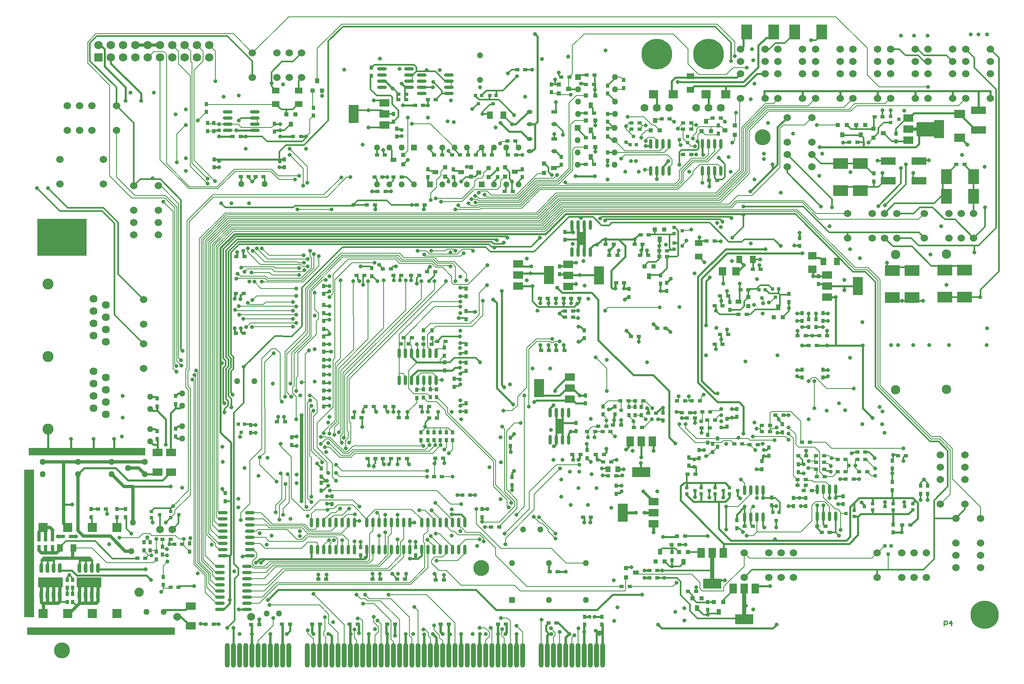
<source format=gbl>
%FSAX43Y43*%
%MOMM*%
G71*
G01*
G75*
%ADD10R,11.430X1.524*%
%ADD11R,30.480X1.524*%
%ADD12R,1.524X0.305*%
%ADD13R,0.305X1.524*%
%ADD14R,1.524X1.270*%
%ADD15R,0.762X0.889*%
%ADD16O,0.432X1.524*%
%ADD17R,0.432X1.524*%
%ADD18R,1.778X2.286*%
%ADD19R,1.270X1.143*%
%ADD20R,1.524X3.048*%
%ADD21R,0.889X0.762*%
%ADD22R,3.048X1.524*%
%ADD23R,1.270X1.524*%
%ADD24R,2.286X1.778*%
%ADD25R,1.524X0.508*%
%ADD26O,0.610X2.032*%
%ADD27R,1.143X1.270*%
%ADD28R,1.778X1.524*%
%ADD29R,1.524X1.778*%
%ADD30R,1.524X2.032*%
%ADD31R,2.540X0.610*%
%ADD32O,2.540X0.610*%
%ADD33O,1.778X3.048*%
%ADD34R,5.588X6.350*%
%ADD35R,3.810X2.032*%
%ADD36R,2.032X1.524*%
%ADD37R,1.727X1.219*%
%ADD38O,1.727X1.219*%
%ADD39O,2.540X1.270*%
%ADD40O,2.032X0.610*%
%ADD41R,15.240X5.080*%
%ADD42R,2.540X1.778*%
%ADD43R,0.914X1.270*%
%ADD44R,0.914X0.914*%
%ADD45R,1.778X2.540*%
%ADD46R,3.048X2.286*%
%ADD47R,1.270X1.016*%
%ADD48R,1.016X1.270*%
%ADD49R,1.780X0.420*%
%ADD50R,1.780X0.420*%
%ADD51O,1.016X5.080*%
%ADD52O,2.032X0.762*%
%ADD53R,1.727X1.829*%
%ADD54R,1.778X0.508*%
%ADD55R,2.540X0.635*%
%ADD56R,0.508X1.524*%
%ADD57R,0.508X1.778*%
%ADD58R,0.610X2.032*%
%ADD59R,2.032X0.610*%
%ADD60R,21.590X1.524*%
%ADD61R,1.524X14.859*%
%ADD62O,8.636X8.382*%
%ADD63R,7.874X6.096*%
%ADD64R,1.727X0.813*%
%ADD65C,0.203*%
%ADD66C,0.356*%
%ADD67C,0.457*%
%ADD68C,0.305*%
%ADD69C,1.270*%
%ADD70C,0.508*%
%ADD71C,0.406*%
%ADD72C,0.635*%
%ADD73C,0.381*%
%ADD74C,0.584*%
%ADD75C,0.254*%
%ADD76C,0.813*%
%ADD77C,0.711*%
%ADD78C,0.889*%
%ADD79R,25.146X25.400*%
%ADD80R,1.397X0.635*%
%ADD81C,1.270*%
%ADD82C,1.651*%
%ADD83C,1.524*%
%ADD84R,1.270X1.270*%
%ADD85C,1.626*%
%ADD86C,3.302*%
%ADD87R,10.160X7.620*%
%ADD88C,2.286*%
%ADD89C,6.350*%
%ADD90C,1.930*%
%ADD91C,5.842*%
%ADD92C,1.905*%
%ADD93R,1.905X1.905*%
%ADD94C,1.575*%
%ADD95C,1.727*%
%ADD96R,1.727X1.727*%
%ADD97C,0.813*%
%ADD98R,24.130X1.524*%
%ADD99R,2.032X30.480*%
%ADD100R,1.016X0.914*%
%ADD101R,0.914X1.016*%
%ADD102R,0.762X0.762*%
%ADD103R,1.829X1.727*%
%ADD104R,2.032X3.810*%
%ADD105R,1.270X0.914*%
%ADD106R,2.286X3.048*%
%ADD107O,0.762X2.032*%
%ADD108R,1.194X0.787*%
%ADD109O,1.194X0.787*%
%ADD110R,5.080X2.032*%
%ADD111R,1.270X2.794*%
%ADD112R,1.270X3.048*%
D11*
X0016256Y0009627D02*
D03*
D14*
X0137922Y0124206D02*
D03*
X0137922Y0121412D02*
D03*
X0139573Y0089789D02*
D03*
X0139573Y0086995D02*
D03*
X0057023Y0118491D02*
D03*
X0057023Y0121285D02*
D03*
X0052324Y0118491D02*
D03*
X0052324Y0121285D02*
D03*
D15*
X0109220Y0120904D02*
D03*
X0109220Y0122555D02*
D03*
X0143637Y0112395D02*
D03*
X0143637Y0114046D02*
D03*
X0124079Y0123444D02*
D03*
X0124079Y0121793D02*
D03*
X0006223Y0026924D02*
D03*
X0006223Y0028575D02*
D03*
X0034544Y0026035D02*
D03*
X0034544Y0027686D02*
D03*
X0081407Y0059436D02*
D03*
X0081407Y0057785D02*
D03*
X0160401Y0089154D02*
D03*
X0160401Y0090805D02*
D03*
X0082804Y0071755D02*
D03*
X0082804Y0070104D02*
D03*
X0175768Y0102489D02*
D03*
X0175768Y0104140D02*
D03*
X0120828Y0108458D02*
D03*
X0120828Y0106807D02*
D03*
X0120828Y0113411D02*
D03*
X0120828Y0111760D02*
D03*
X0120828Y0116459D02*
D03*
X0120828Y0114808D02*
D03*
X0120828Y0122301D02*
D03*
X0120828Y0120650D02*
D03*
X0111252Y0105918D02*
D03*
X0041910Y0038100D02*
D03*
X0041910Y0036449D02*
D03*
X0029083Y0019126D02*
D03*
X0029083Y0020777D02*
D03*
X0025146Y0027940D02*
D03*
X0025146Y0026289D02*
D03*
X0026416Y0026289D02*
D03*
X0026416Y0027940D02*
D03*
X0027686Y0024384D02*
D03*
X0027686Y0026035D02*
D03*
X0164338Y0081280D02*
D03*
X0131699Y0083058D02*
D03*
X0131699Y0081407D02*
D03*
X0146050Y0077597D02*
D03*
X0146050Y0075946D02*
D03*
X0158242Y0077597D02*
D03*
X0158242Y0079248D02*
D03*
X0110871Y0083312D02*
D03*
X0125222Y0080264D02*
D03*
X0125222Y0078613D02*
D03*
X0132969Y0081534D02*
D03*
X0132969Y0079883D02*
D03*
X0162306Y0072390D02*
D03*
X0162306Y0074041D02*
D03*
X0163830Y0072390D02*
D03*
X0163830Y0074041D02*
D03*
X0160909Y0073660D02*
D03*
X0160909Y0075311D02*
D03*
X0165227Y0073660D02*
D03*
X0165227Y0075311D02*
D03*
X0165227Y0063627D02*
D03*
X0165227Y0061976D02*
D03*
X0160909Y0063627D02*
D03*
X0160909Y0061976D02*
D03*
X0179578Y0040386D02*
D03*
X0179578Y0038735D02*
D03*
X0141478Y0015621D02*
D03*
X0141478Y0013970D02*
D03*
X0179705Y0029972D02*
D03*
X0179705Y0031623D02*
D03*
X0134112Y0024257D02*
D03*
X0134112Y0025908D02*
D03*
X0169418Y0035814D02*
D03*
X0169418Y0037465D02*
D03*
X0154686Y0035560D02*
D03*
X0154686Y0037211D02*
D03*
X0179578Y0043180D02*
D03*
X0179578Y0044831D02*
D03*
X0160147Y0042418D02*
D03*
X0160147Y0044069D02*
D03*
X0156845Y0050673D02*
D03*
X0156845Y0052324D02*
D03*
X0137541Y0043815D02*
D03*
X0137541Y0045466D02*
D03*
X0185420Y0039624D02*
D03*
X0185420Y0037973D02*
D03*
X0186817Y0039624D02*
D03*
X0186817Y0037973D02*
D03*
X0161671Y0037084D02*
D03*
X0161671Y0035433D02*
D03*
X0159131Y0037084D02*
D03*
X0159131Y0035433D02*
D03*
X0141478Y0050165D02*
D03*
X0141478Y0048514D02*
D03*
X0139700Y0046990D02*
D03*
X0139700Y0045339D02*
D03*
X0154048Y0047498D02*
D03*
X0154048Y0045847D02*
D03*
X0152651Y0044704D02*
D03*
X0152651Y0043053D02*
D03*
X0147447Y0053848D02*
D03*
X0147447Y0055499D02*
D03*
X0115951Y0071755D02*
D03*
X0115951Y0070104D02*
D03*
X0122301Y0054356D02*
D03*
X0122301Y0056007D02*
D03*
X0116586Y0045339D02*
D03*
X0116586Y0046990D02*
D03*
X0101092Y0041402D02*
D03*
X0101092Y0039751D02*
D03*
X0027813Y0056007D02*
D03*
X0027813Y0057658D02*
D03*
X0062230Y0060960D02*
D03*
X0062230Y0059309D02*
D03*
X0089154Y0060071D02*
D03*
X0089154Y0061722D02*
D03*
X0063881Y0035814D02*
D03*
X0063881Y0037465D02*
D03*
X0062230Y0070485D02*
D03*
X0062230Y0068834D02*
D03*
X0062230Y0076962D02*
D03*
X0062230Y0075311D02*
D03*
X0072136Y0082931D02*
D03*
X0072136Y0084582D02*
D03*
X0062230Y0056007D02*
D03*
X0062230Y0057658D02*
D03*
X0062230Y0079248D02*
D03*
X0062230Y0080899D02*
D03*
X0091567Y0078740D02*
D03*
X0091567Y0080391D02*
D03*
X0091567Y0054991D02*
D03*
X0091567Y0056642D02*
D03*
X0062230Y0062611D02*
D03*
X0062230Y0064262D02*
D03*
X0062230Y0067310D02*
D03*
X0062230Y0065659D02*
D03*
X0091567Y0074041D02*
D03*
X0091567Y0075692D02*
D03*
X0091567Y0067183D02*
D03*
X0091567Y0068834D02*
D03*
X0091567Y0063373D02*
D03*
X0091567Y0065024D02*
D03*
X0062230Y0073660D02*
D03*
X0062230Y0072009D02*
D03*
X0061722Y0040259D02*
D03*
X0061722Y0038608D02*
D03*
X0061722Y0041529D02*
D03*
X0061722Y0043180D02*
D03*
X0119634Y0012573D02*
D03*
X0119634Y0010922D02*
D03*
X0031623Y0058166D02*
D03*
X0031623Y0056515D02*
D03*
X0027813Y0049276D02*
D03*
X0027813Y0050927D02*
D03*
X0031623Y0049784D02*
D03*
X0031623Y0051435D02*
D03*
X0055626Y0048006D02*
D03*
X0055626Y0049657D02*
D03*
X0047117Y0050546D02*
D03*
X0047117Y0052197D02*
D03*
X0082296Y0049022D02*
D03*
X0082296Y0050673D02*
D03*
X0083693Y0049022D02*
D03*
X0083693Y0050673D02*
D03*
X0084963Y0050673D02*
D03*
X0084963Y0049022D02*
D03*
X0086233Y0049022D02*
D03*
X0086233Y0050673D02*
D03*
X0087503Y0049022D02*
D03*
X0087503Y0050673D02*
D03*
X0088773Y0050673D02*
D03*
X0088773Y0049022D02*
D03*
X0081153Y0026924D02*
D03*
X0081153Y0025273D02*
D03*
X0069799Y0026924D02*
D03*
X0069799Y0025273D02*
D03*
X0094869Y0033147D02*
D03*
X0094869Y0034798D02*
D03*
X0100711Y0047879D02*
D03*
X0100711Y0049530D02*
D03*
X0122555Y0039624D02*
D03*
X0122555Y0037973D02*
D03*
X0132207Y0053086D02*
D03*
X0132207Y0054737D02*
D03*
X0125222Y0054229D02*
D03*
X0125222Y0055880D02*
D03*
X0126492Y0054229D02*
D03*
X0126492Y0055880D02*
D03*
X0127762Y0054229D02*
D03*
X0127762Y0055880D02*
D03*
X0119888Y0056007D02*
D03*
X0119888Y0054356D02*
D03*
X0147447Y0032512D02*
D03*
X0147447Y0030861D02*
D03*
X0110871Y0084963D02*
D03*
X0112014Y0092075D02*
D03*
X0112014Y0090424D02*
D03*
X0164338Y0082931D02*
D03*
X0116205Y0058293D02*
D03*
X0116205Y0056642D02*
D03*
X0114300Y0052578D02*
D03*
X0114300Y0050927D02*
D03*
X0003454Y0028575D02*
D03*
X0003454Y0026924D02*
D03*
X0054102Y0105410D02*
D03*
X0054102Y0107061D02*
D03*
X0039624Y0105410D02*
D03*
X0039624Y0107061D02*
D03*
X0052070Y0112776D02*
D03*
X0052070Y0114427D02*
D03*
X0039497Y0112903D02*
D03*
X0039497Y0114554D02*
D03*
X0103175Y0105029D02*
D03*
X0103175Y0103378D02*
D03*
X0098095Y0105029D02*
D03*
X0098095Y0103378D02*
D03*
X0083744Y0105029D02*
D03*
X0083744Y0103378D02*
D03*
X0088951Y0105029D02*
D03*
X0088951Y0103378D02*
D03*
X0077267Y0111760D02*
D03*
X0077267Y0113411D02*
D03*
X0072060Y0124333D02*
D03*
X0072060Y0125984D02*
D03*
X0076632Y0116459D02*
D03*
X0076632Y0114808D02*
D03*
X0111252Y0107569D02*
D03*
X0087198Y0063475D02*
D03*
X0087198Y0065126D02*
D03*
X0087071Y0066523D02*
D03*
X0087071Y0068174D02*
D03*
X0084582Y0070104D02*
D03*
X0082779Y0059512D02*
D03*
X0082779Y0057861D02*
D03*
X0084201Y0057912D02*
D03*
X0084582Y0071755D02*
D03*
X0084201Y0059563D02*
D03*
X0085471Y0057912D02*
D03*
X0085471Y0059563D02*
D03*
X0038227Y0114554D02*
D03*
X0038227Y0112903D02*
D03*
X0143510Y0047688D02*
D03*
X0143510Y0049340D02*
D03*
X0142494Y0048260D02*
D03*
X0142494Y0046609D02*
D03*
X0116078Y0012573D02*
D03*
X0116078Y0010922D02*
D03*
X0145412Y0053467D02*
D03*
X0145412Y0051816D02*
D03*
X0028956Y0025400D02*
D03*
X0028956Y0027051D02*
D03*
X0037973Y0118491D02*
D03*
X0037973Y0116840D02*
D03*
X0060071Y0116078D02*
D03*
X0060071Y0117729D02*
D03*
X0180340Y0112395D02*
D03*
X0180340Y0110744D02*
D03*
X0004826Y0028575D02*
D03*
X0004826Y0026924D02*
D03*
X0009271Y0017272D02*
D03*
X0009271Y0015621D02*
D03*
X0009271Y0018542D02*
D03*
X0009271Y0020193D02*
D03*
X0010414Y0017272D02*
D03*
X0010414Y0015621D02*
D03*
X0010414Y0020193D02*
D03*
X0010414Y0018542D02*
D03*
X0019558Y0033147D02*
D03*
X0019558Y0034798D02*
D03*
X0021336Y0033147D02*
D03*
X0021336Y0034798D02*
D03*
X0014224Y0034798D02*
D03*
X0014224Y0033147D02*
D03*
D21*
X0111252Y0124079D02*
D03*
X0112903Y0124079D02*
D03*
X0116459Y0124460D02*
D03*
X0118110Y0124460D02*
D03*
X0138049Y0108077D02*
D03*
X0136398Y0108077D02*
D03*
X0131953Y0115443D02*
D03*
X0133604Y0115443D02*
D03*
X0144145Y0115570D02*
D03*
X0142494Y0115570D02*
D03*
X0136398Y0113284D02*
D03*
X0138049Y0113284D02*
D03*
X0138049Y0114554D02*
D03*
X0136398Y0114554D02*
D03*
X0127381Y0113284D02*
D03*
X0125730Y0113284D02*
D03*
X0127381Y0114554D02*
D03*
X0125730Y0114554D02*
D03*
X0010033Y0029159D02*
D03*
X0008382Y0029159D02*
D03*
X0098425Y0031115D02*
D03*
X0096774Y0031115D02*
D03*
X0174371Y0042545D02*
D03*
X0172720Y0042545D02*
D03*
X0168275Y0045085D02*
D03*
X0169926Y0045085D02*
D03*
X0165481Y0043053D02*
D03*
X0163830Y0043053D02*
D03*
X0168275Y0042545D02*
D03*
X0169926Y0042545D02*
D03*
X0165608Y0041529D02*
D03*
X0163957Y0041529D02*
D03*
X0172339Y0045085D02*
D03*
X0173990Y0045085D02*
D03*
X0165481Y0045847D02*
D03*
X0163830Y0045847D02*
D03*
X0163830Y0044450D02*
D03*
X0165481Y0044450D02*
D03*
X0161671Y0039751D02*
D03*
X0033020Y0027559D02*
D03*
X0083693Y0119380D02*
D03*
X0085344Y0119380D02*
D03*
X0031369Y0027559D02*
D03*
X0152400Y0084328D02*
D03*
X0150749Y0084328D02*
D03*
X0141224Y0090170D02*
D03*
X0142875Y0090170D02*
D03*
X0194437Y0106045D02*
D03*
X0192786Y0106045D02*
D03*
X0074422Y0084455D02*
D03*
X0076073Y0084455D02*
D03*
X0117983Y0106045D02*
D03*
X0116332Y0106045D02*
D03*
X0117983Y0111506D02*
D03*
X0116332Y0111506D02*
D03*
X0117983Y0116586D02*
D03*
X0116332Y0116586D02*
D03*
X0135128Y0029210D02*
D03*
X0136779Y0029210D02*
D03*
X0073304Y0100406D02*
D03*
X0074955Y0100406D02*
D03*
X0030607Y0018669D02*
D03*
X0074930Y0056007D02*
D03*
X0076581Y0056007D02*
D03*
X0079375Y0053721D02*
D03*
X0077724Y0053721D02*
D03*
X0129286Y0091440D02*
D03*
X0127635Y0091440D02*
D03*
X0133096Y0086995D02*
D03*
X0131445Y0086995D02*
D03*
X0131445Y0088138D02*
D03*
X0133096Y0088138D02*
D03*
X0149479Y0075057D02*
D03*
X0147828Y0075057D02*
D03*
X0149860Y0080137D02*
D03*
X0148209Y0080137D02*
D03*
X0120396Y0089535D02*
D03*
X0122047Y0089535D02*
D03*
X0121158Y0087249D02*
D03*
X0122809Y0087249D02*
D03*
X0127508Y0087249D02*
D03*
X0129159Y0087249D02*
D03*
X0126365Y0089535D02*
D03*
X0128016Y0089535D02*
D03*
X0122555Y0081534D02*
D03*
X0124206Y0081534D02*
D03*
X0145669Y0078867D02*
D03*
X0144018Y0078867D02*
D03*
X0144526Y0076835D02*
D03*
X0142875Y0076835D02*
D03*
X0145669Y0070866D02*
D03*
X0144018Y0070866D02*
D03*
X0144526Y0068834D02*
D03*
X0142875Y0068834D02*
D03*
X0160020Y0070612D02*
D03*
X0161671Y0070612D02*
D03*
X0166116Y0070612D02*
D03*
X0164465Y0070612D02*
D03*
X0162306Y0068580D02*
D03*
X0163957Y0068580D02*
D03*
X0139065Y0017780D02*
D03*
X0137414Y0017780D02*
D03*
X0138938Y0042037D02*
D03*
X0137287Y0042037D02*
D03*
X0181610Y0031496D02*
D03*
X0183261Y0031496D02*
D03*
X0161671Y0040894D02*
D03*
X0160020Y0040894D02*
D03*
X0160020Y0039751D02*
D03*
X0165735Y0031242D02*
D03*
X0164084Y0031242D02*
D03*
X0150749Y0031242D02*
D03*
X0149098Y0031242D02*
D03*
X0180721Y0045847D02*
D03*
X0182372Y0045847D02*
D03*
X0172339Y0046609D02*
D03*
X0173990Y0046609D02*
D03*
X0160147Y0045847D02*
D03*
X0161798Y0045847D02*
D03*
X0155448Y0054229D02*
D03*
X0157099Y0054229D02*
D03*
X0169926Y0041021D02*
D03*
X0171577Y0041021D02*
D03*
X0164973Y0029972D02*
D03*
X0166624Y0029972D02*
D03*
X0141983Y0054864D02*
D03*
X0140332Y0054864D02*
D03*
X0142999Y0053213D02*
D03*
X0141348Y0053213D02*
D03*
X0140205Y0051562D02*
D03*
X0141856Y0051562D02*
D03*
X0138808Y0053594D02*
D03*
X0137157Y0053594D02*
D03*
X0137792Y0054737D02*
D03*
X0136141Y0054737D02*
D03*
X0112014Y0074422D02*
D03*
X0113665Y0074422D02*
D03*
X0112014Y0075692D02*
D03*
X0113665Y0075692D02*
D03*
X0110109Y0078359D02*
D03*
X0111760Y0078359D02*
D03*
X0106807Y0078359D02*
D03*
X0108458Y0078359D02*
D03*
X0113284Y0078359D02*
D03*
X0114935Y0078359D02*
D03*
X0110236Y0067564D02*
D03*
X0111887Y0067564D02*
D03*
X0107061Y0067564D02*
D03*
X0108712Y0067564D02*
D03*
X0123571Y0052197D02*
D03*
X0121920Y0052197D02*
D03*
X0119761Y0050800D02*
D03*
X0121412Y0050800D02*
D03*
X0120523Y0051943D02*
D03*
X0118872Y0051943D02*
D03*
X0116586Y0050800D02*
D03*
X0118237Y0050800D02*
D03*
X0119888Y0044577D02*
D03*
X0121539Y0044577D02*
D03*
X0122555Y0041656D02*
D03*
X0120904Y0041656D02*
D03*
X0115189Y0046101D02*
D03*
X0113538Y0046101D02*
D03*
X0115697Y0033147D02*
D03*
X0117348Y0033147D02*
D03*
X0086614Y0041529D02*
D03*
X0084963Y0041529D02*
D03*
X0045847Y0086995D02*
D03*
X0044196Y0086995D02*
D03*
X0069215Y0011049D02*
D03*
X0067564Y0011049D02*
D03*
X0088011Y0011049D02*
D03*
X0086360Y0011049D02*
D03*
X0044069Y0079375D02*
D03*
X0045720Y0079375D02*
D03*
X0053594Y0011049D02*
D03*
X0055245Y0011049D02*
D03*
X0062738Y0020320D02*
D03*
X0061087Y0020320D02*
D03*
X0085217Y0083820D02*
D03*
X0083566Y0083820D02*
D03*
X0069977Y0053721D02*
D03*
X0068326Y0053721D02*
D03*
X0070612Y0083058D02*
D03*
X0068961Y0083058D02*
D03*
X0078232Y0083058D02*
D03*
X0076581Y0083058D02*
D03*
X0080264Y0083058D02*
D03*
X0081915Y0083058D02*
D03*
X0082296Y0056007D02*
D03*
X0083947Y0056007D02*
D03*
X0070866Y0056007D02*
D03*
X0072517Y0056007D02*
D03*
X0072898Y0045212D02*
D03*
X0071247Y0045212D02*
D03*
X0077724Y0045212D02*
D03*
X0079375Y0045212D02*
D03*
X0086868Y0045339D02*
D03*
X0085217Y0045339D02*
D03*
X0076073Y0045212D02*
D03*
X0074422Y0045212D02*
D03*
X0085344Y0020193D02*
D03*
X0086995Y0020193D02*
D03*
X0077343Y0020320D02*
D03*
X0078994Y0020320D02*
D03*
X0072263Y0020320D02*
D03*
X0073914Y0020320D02*
D03*
X0076962Y0011049D02*
D03*
X0075311Y0011049D02*
D03*
X0099822Y0011049D02*
D03*
X0098171Y0011049D02*
D03*
X0048895Y0010922D02*
D03*
X0047244Y0010922D02*
D03*
X0059817Y0011049D02*
D03*
X0061468Y0011049D02*
D03*
X0054229Y0052832D02*
D03*
X0052578Y0052832D02*
D03*
X0045720Y0071120D02*
D03*
X0044069Y0071120D02*
D03*
X0120015Y0046101D02*
D03*
X0118364Y0046101D02*
D03*
X0130810Y0054610D02*
D03*
X0129159Y0054610D02*
D03*
X0125095Y0057150D02*
D03*
X0123444Y0057150D02*
D03*
X0128143Y0057150D02*
D03*
X0126492Y0057150D02*
D03*
X0127889Y0051689D02*
D03*
X0126238Y0051689D02*
D03*
X0083947Y0053594D02*
D03*
X0085598Y0053594D02*
D03*
X0092431Y0037668D02*
D03*
X0090780Y0037668D02*
D03*
X0110236Y0011303D02*
D03*
X0108585Y0011303D02*
D03*
X0152654Y0050800D02*
D03*
X0154305Y0050800D02*
D03*
X0152654Y0052070D02*
D03*
X0154305Y0052070D02*
D03*
X0162560Y0048641D02*
D03*
X0160909Y0048641D02*
D03*
X0127254Y0070485D02*
D03*
X0125603Y0070485D02*
D03*
X0131064Y0072136D02*
D03*
X0132715Y0072136D02*
D03*
X0125349Y0018796D02*
D03*
X0123698Y0018796D02*
D03*
X0133985Y0027432D02*
D03*
X0135636Y0027432D02*
D03*
X0129413Y0020574D02*
D03*
X0131064Y0020574D02*
D03*
X0131064Y0022098D02*
D03*
X0129413Y0022098D02*
D03*
X0110490Y0021844D02*
D03*
X0108839Y0021844D02*
D03*
X0055880Y0111760D02*
D03*
X0057531Y0111760D02*
D03*
X0043434Y0111760D02*
D03*
X0045085Y0111760D02*
D03*
X0049784Y0103505D02*
D03*
X0048133Y0103505D02*
D03*
X0045085Y0103505D02*
D03*
X0046736Y0103505D02*
D03*
X0076632Y0103378D02*
D03*
X0078283Y0103378D02*
D03*
X0086665Y0107950D02*
D03*
X0085014Y0107950D02*
D03*
X0090348Y0107950D02*
D03*
X0088697Y0107950D02*
D03*
X0100254Y0107950D02*
D03*
X0101905Y0107950D02*
D03*
X0096952Y0107950D02*
D03*
X0095301Y0107950D02*
D03*
X0073203Y0107950D02*
D03*
X0074854Y0107950D02*
D03*
X0081077Y0118237D02*
D03*
X0082728Y0118237D02*
D03*
X0079248Y0120523D02*
D03*
X0077597Y0120523D02*
D03*
X0100127Y0110871D02*
D03*
X0101778Y0110871D02*
D03*
X0102159Y0125603D02*
D03*
X0103810Y0125603D02*
D03*
X0025400Y0024663D02*
D03*
X0023749Y0024663D02*
D03*
X0141732Y0102743D02*
D03*
X0143383Y0102743D02*
D03*
X0072695Y0103378D02*
D03*
X0074346Y0103378D02*
D03*
X0083058Y0097663D02*
D03*
X0081407Y0097663D02*
D03*
X0072771Y0097663D02*
D03*
X0071120Y0097663D02*
D03*
X0091999Y0107950D02*
D03*
X0093650Y0107950D02*
D03*
X0101219Y0100457D02*
D03*
X0099568Y0100457D02*
D03*
X0117983Y0122555D02*
D03*
X0116332Y0122555D02*
D03*
X0139827Y0057150D02*
D03*
X0138176Y0057150D02*
D03*
X0135128Y0057150D02*
D03*
X0136779Y0057150D02*
D03*
X0085674Y0069444D02*
D03*
X0087325Y0069444D02*
D03*
X0084455Y0068834D02*
D03*
X0079756Y0068961D02*
D03*
X0078105Y0068961D02*
D03*
X0032258Y0018669D02*
D03*
X0030607Y0028575D02*
D03*
X0082804Y0068834D02*
D03*
X0028956Y0028575D02*
D03*
X0148590Y0048260D02*
D03*
X0146939Y0048260D02*
D03*
X0078740Y0070231D02*
D03*
X0080391Y0070231D02*
D03*
X0077597Y0119380D02*
D03*
X0079248Y0119380D02*
D03*
X0151765Y0048133D02*
D03*
X0150114Y0048133D02*
D03*
X0039497Y0011049D02*
D03*
X0037846Y0011049D02*
D03*
X0161290Y0038608D02*
D03*
X0162941Y0038608D02*
D03*
X0170688Y0110617D02*
D03*
X0172339Y0110617D02*
D03*
X0175895Y0115824D02*
D03*
X0177546Y0115824D02*
D03*
X0017272Y0034798D02*
D03*
X0015621Y0034798D02*
D03*
D22*
X0185039Y0102616D02*
D03*
X0185039Y0106680D02*
D03*
X0178689Y0102616D02*
D03*
X0178689Y0106680D02*
D03*
X0197358Y0117221D02*
D03*
X0197358Y0113157D02*
D03*
D23*
X0099314Y0116205D02*
D03*
X0096520Y0116205D02*
D03*
X0150749Y0086360D02*
D03*
X0147955Y0086360D02*
D03*
X0010541Y0026797D02*
D03*
X0007747Y0026797D02*
D03*
X0168148Y0085979D02*
D03*
X0165354Y0085979D02*
D03*
D24*
X0193421Y0116459D02*
D03*
X0193421Y0111506D02*
D03*
D26*
X0149098Y0038735D02*
D03*
X0081610Y0061443D02*
D03*
X0085420Y0061443D02*
D03*
X0081610Y0067031D02*
D03*
X0087503Y0026416D02*
D03*
X0072339Y0032004D02*
D03*
X0060960Y0026416D02*
D03*
X0072339Y0026416D02*
D03*
X0076149Y0032004D02*
D03*
X0076149Y0026416D02*
D03*
X0117221Y0087884D02*
D03*
X0115951Y0087884D02*
D03*
X0114681Y0087884D02*
D03*
X0113411Y0087884D02*
D03*
X0113411Y0093472D02*
D03*
X0114681Y0093472D02*
D03*
X0115951Y0093472D02*
D03*
X0117221Y0093472D02*
D03*
X0149098Y0033147D02*
D03*
X0150368Y0033147D02*
D03*
X0151638Y0033147D02*
D03*
X0152908Y0033147D02*
D03*
X0152908Y0038735D02*
D03*
X0151638Y0038735D02*
D03*
X0150368Y0038735D02*
D03*
X0164084Y0038862D02*
D03*
X0165354Y0038862D02*
D03*
X0166624Y0038862D02*
D03*
X0167894Y0038862D02*
D03*
X0167894Y0033274D02*
D03*
X0166624Y0033274D02*
D03*
X0165354Y0033274D02*
D03*
X0164084Y0033274D02*
D03*
X0071069Y0026416D02*
D03*
X0073609Y0026416D02*
D03*
X0074879Y0026416D02*
D03*
X0077419Y0026416D02*
D03*
X0079959Y0026416D02*
D03*
X0079959Y0032004D02*
D03*
X0077419Y0032004D02*
D03*
X0074879Y0032004D02*
D03*
X0073609Y0032004D02*
D03*
X0071069Y0032004D02*
D03*
X0060960Y0032004D02*
D03*
X0064770Y0032004D02*
D03*
X0067310Y0032004D02*
D03*
X0067310Y0026416D02*
D03*
X0064770Y0026416D02*
D03*
X0062230Y0026416D02*
D03*
X0062230Y0032004D02*
D03*
X0063500Y0026416D02*
D03*
X0063500Y0032004D02*
D03*
X0066040Y0026416D02*
D03*
X0066040Y0032004D02*
D03*
X0059690Y0032004D02*
D03*
X0068580Y0032004D02*
D03*
X0068580Y0026416D02*
D03*
X0059690Y0026416D02*
D03*
X0108966Y0054737D02*
D03*
X0110236Y0054737D02*
D03*
X0111506Y0054737D02*
D03*
X0112776Y0054737D02*
D03*
X0112776Y0049149D02*
D03*
X0111506Y0049149D02*
D03*
X0110236Y0049149D02*
D03*
X0108966Y0049149D02*
D03*
X0082423Y0032004D02*
D03*
X0083693Y0032004D02*
D03*
X0084963Y0032004D02*
D03*
X0086233Y0032004D02*
D03*
X0087503Y0032004D02*
D03*
X0088773Y0032004D02*
D03*
X0090043Y0032004D02*
D03*
X0091313Y0032004D02*
D03*
X0091313Y0026416D02*
D03*
X0090043Y0026416D02*
D03*
X0088773Y0026416D02*
D03*
X0086233Y0026416D02*
D03*
X0084963Y0026416D02*
D03*
X0083693Y0026416D02*
D03*
X0082423Y0026416D02*
D03*
X0078689Y0032004D02*
D03*
X0078689Y0026416D02*
D03*
X0140335Y0110236D02*
D03*
X0141605Y0110236D02*
D03*
X0142875Y0110236D02*
D03*
X0144145Y0110236D02*
D03*
X0144145Y0104648D02*
D03*
X0142875Y0104648D02*
D03*
X0141605Y0104648D02*
D03*
X0140335Y0104648D02*
D03*
X0084150Y0067031D02*
D03*
X0085420Y0067031D02*
D03*
X0082880Y0061443D02*
D03*
X0077800Y0067031D02*
D03*
X0080340Y0067031D02*
D03*
X0080340Y0061443D02*
D03*
X0077800Y0061443D02*
D03*
X0079070Y0061443D02*
D03*
X0084150Y0061443D02*
D03*
X0082880Y0067031D02*
D03*
X0079070Y0067031D02*
D03*
X0129667Y0104648D02*
D03*
X0130937Y0104648D02*
D03*
X0132207Y0104648D02*
D03*
X0133477Y0104648D02*
D03*
X0133477Y0110236D02*
D03*
X0132207Y0110236D02*
D03*
X0130937Y0110236D02*
D03*
X0129667Y0110236D02*
D03*
D28*
X0163068Y0084328D02*
D03*
X0163068Y0087122D02*
D03*
D29*
X0144526Y0083947D02*
D03*
X0147320Y0083947D02*
D03*
D30*
X0140081Y0025781D02*
D03*
X0144653Y0025781D02*
D03*
X0142367Y0025781D02*
D03*
X0148971Y0018415D02*
D03*
X0151257Y0018415D02*
D03*
X0146685Y0018415D02*
D03*
X0130048Y0048768D02*
D03*
X0127762Y0048768D02*
D03*
X0125476Y0048768D02*
D03*
D35*
X0142367Y0019431D02*
D03*
X0148971Y0012065D02*
D03*
X0127762Y0042418D02*
D03*
D36*
X0034798Y0014732D02*
D03*
X0034798Y0010668D02*
D03*
X0074727Y0118745D02*
D03*
X0074727Y0116459D02*
D03*
X0074727Y0114173D02*
D03*
X0166116Y0083185D02*
D03*
X0166116Y0080899D02*
D03*
X0166116Y0078613D02*
D03*
X0112649Y0085344D02*
D03*
X0112649Y0083058D02*
D03*
X0112649Y0080772D02*
D03*
X0102362Y0085471D02*
D03*
X0102362Y0083185D02*
D03*
X0102362Y0080899D02*
D03*
X0130302Y0031750D02*
D03*
X0130302Y0034036D02*
D03*
X0130302Y0036322D02*
D03*
X0113030Y0057531D02*
D03*
X0113030Y0059817D02*
D03*
X0113030Y0062103D02*
D03*
X0027940Y0046482D02*
D03*
X0027940Y0042418D02*
D03*
X0030734Y0042418D02*
D03*
X0030734Y0046482D02*
D03*
X0182880Y0110998D02*
D03*
X0182880Y0113284D02*
D03*
X0182880Y0115570D02*
D03*
D40*
X0041402Y0026416D02*
D03*
X0041402Y0028956D02*
D03*
X0041402Y0031496D02*
D03*
X0041402Y0032766D02*
D03*
X0041402Y0027686D02*
D03*
X0046990Y0026416D02*
D03*
X0046990Y0027686D02*
D03*
X0046990Y0034036D02*
D03*
X0046990Y0032766D02*
D03*
X0046990Y0031496D02*
D03*
X0046990Y0030226D02*
D03*
X0046990Y0028956D02*
D03*
X0046990Y0025146D02*
D03*
X0041402Y0025146D02*
D03*
X0041402Y0030226D02*
D03*
X0040767Y0022987D02*
D03*
X0040767Y0021717D02*
D03*
X0040767Y0020447D02*
D03*
X0040767Y0014097D02*
D03*
X0046355Y0014097D02*
D03*
X0046355Y0017907D02*
D03*
X0046355Y0019177D02*
D03*
X0046355Y0020447D02*
D03*
X0046355Y0021717D02*
D03*
X0046355Y0022987D02*
D03*
X0046355Y0016637D02*
D03*
X0046355Y0015367D02*
D03*
X0040767Y0019177D02*
D03*
X0040767Y0017907D02*
D03*
X0040767Y0016637D02*
D03*
X0048006Y0116840D02*
D03*
X0042418Y0113030D02*
D03*
X0042418Y0115570D02*
D03*
X0042418Y0116840D02*
D03*
X0088062Y0124460D02*
D03*
X0088062Y0123190D02*
D03*
X0088062Y0120650D02*
D03*
X0082474Y0120650D02*
D03*
X0082474Y0121920D02*
D03*
X0082474Y0123190D02*
D03*
X0082474Y0124460D02*
D03*
X0079807Y0125730D02*
D03*
X0079807Y0124460D02*
D03*
X0079807Y0121920D02*
D03*
X0074219Y0121920D02*
D03*
X0074219Y0123190D02*
D03*
X0074219Y0124460D02*
D03*
X0074219Y0125730D02*
D03*
X0040767Y0015367D02*
D03*
X0048006Y0113030D02*
D03*
X0042418Y0114300D02*
D03*
X0048006Y0115570D02*
D03*
X0041402Y0034036D02*
D03*
X0048006Y0114300D02*
D03*
X0088062Y0121920D02*
D03*
X0079807Y0123190D02*
D03*
D43*
X0117297Y0107569D02*
D03*
X0117297Y0113030D02*
D03*
X0117297Y0118237D02*
D03*
X0131521Y0090551D02*
D03*
X0129362Y0082931D02*
D03*
X0156007Y0076454D02*
D03*
X0143713Y0013589D02*
D03*
X0136474Y0023876D02*
D03*
X0139268Y0014351D02*
D03*
X0131623Y0026035D02*
D03*
D44*
X0110744Y0120650D02*
D03*
X0110744Y0122555D02*
D03*
X0147066Y0114046D02*
D03*
X0147066Y0112141D02*
D03*
X0142113Y0112903D02*
D03*
X0140208Y0112903D02*
D03*
X0131572Y0113030D02*
D03*
X0129667Y0113030D02*
D03*
X0124587Y0022606D02*
D03*
X0124587Y0020701D02*
D03*
X0107696Y0106172D02*
D03*
X0107696Y0104267D02*
D03*
X0116332Y0109601D02*
D03*
X0118237Y0109601D02*
D03*
X0116332Y0115062D02*
D03*
X0118237Y0115062D02*
D03*
X0116332Y0120269D02*
D03*
X0118237Y0120269D02*
D03*
X0132461Y0092583D02*
D03*
X0130556Y0092583D02*
D03*
X0130302Y0084963D02*
D03*
X0128397Y0084963D02*
D03*
X0156972Y0074422D02*
D03*
X0155067Y0074422D02*
D03*
X0149860Y0078613D02*
D03*
X0149860Y0076708D02*
D03*
X0144653Y0015621D02*
D03*
X0142748Y0015621D02*
D03*
X0137414Y0025908D02*
D03*
X0135509Y0025908D02*
D03*
X0138303Y0016383D02*
D03*
X0140208Y0016383D02*
D03*
X0132588Y0024003D02*
D03*
X0130683Y0024003D02*
D03*
X0099619Y0103505D02*
D03*
X0099619Y0105410D02*
D03*
X0087300Y0105410D02*
D03*
X0087300Y0103505D02*
D03*
X0092634Y0105410D02*
D03*
X0092634Y0103505D02*
D03*
X0078664Y0107950D02*
D03*
X0078664Y0106045D02*
D03*
X0096266Y0105283D02*
D03*
X0096266Y0103378D02*
D03*
X0054483Y0116332D02*
D03*
X0056388Y0116332D02*
D03*
X0059944Y0121285D02*
D03*
X0061849Y0121285D02*
D03*
X0172085Y0114173D02*
D03*
X0173990Y0114173D02*
D03*
X0175641Y0113411D02*
D03*
X0175641Y0111506D02*
D03*
X0168275Y0114173D02*
D03*
X0170180Y0114173D02*
D03*
D46*
X0179578Y0078486D02*
D03*
X0179578Y0084074D02*
D03*
X0183642Y0084074D02*
D03*
X0183642Y0078486D02*
D03*
X0172974Y0100584D02*
D03*
X0172974Y0106172D02*
D03*
X0168910Y0100584D02*
D03*
X0168910Y0106172D02*
D03*
X0190373Y0084201D02*
D03*
X0190373Y0078613D02*
D03*
X0194437Y0084201D02*
D03*
X0194437Y0078613D02*
D03*
D48*
X0122936Y0043053D02*
D03*
X0120904Y0043053D02*
D03*
D51*
X0043561Y0004572D02*
D03*
X0047371Y0004572D02*
D03*
X0048641Y0004572D02*
D03*
X0049911Y0004572D02*
D03*
X0051181Y0004572D02*
D03*
X0052451Y0004572D02*
D03*
X0053721Y0004572D02*
D03*
X0054991Y0004572D02*
D03*
X0058801Y0004572D02*
D03*
X0060071Y0004572D02*
D03*
X0061341Y0004572D02*
D03*
X0062611Y0004572D02*
D03*
X0063881Y0004572D02*
D03*
X0065151Y0004572D02*
D03*
X0066421Y0004572D02*
D03*
X0067691Y0004572D02*
D03*
X0068961Y0004572D02*
D03*
X0070231Y0004572D02*
D03*
X0071501Y0004572D02*
D03*
X0072771Y0004572D02*
D03*
X0074041Y0004572D02*
D03*
X0075311Y0004572D02*
D03*
X0076581Y0004572D02*
D03*
X0077851Y0004572D02*
D03*
X0079121Y0004572D02*
D03*
X0080391Y0004572D02*
D03*
X0081661Y0004572D02*
D03*
X0082931Y0004572D02*
D03*
X0084201Y0004572D02*
D03*
X0085471Y0004572D02*
D03*
X0086741Y0004572D02*
D03*
X0088011Y0004572D02*
D03*
X0089281Y0004572D02*
D03*
X0090551Y0004572D02*
D03*
X0091821Y0004572D02*
D03*
X0093091Y0004572D02*
D03*
X0094361Y0004572D02*
D03*
X0095631Y0004572D02*
D03*
X0096901Y0004572D02*
D03*
X0098171Y0004572D02*
D03*
X0099441Y0004572D02*
D03*
X0100711Y0004572D02*
D03*
X0101981Y0004572D02*
D03*
X0103251Y0004572D02*
D03*
X0107061Y0004572D02*
D03*
X0108331Y0004572D02*
D03*
X0109601Y0004572D02*
D03*
X0110871Y0004572D02*
D03*
X0112141Y0004572D02*
D03*
X0113411Y0004572D02*
D03*
X0114681Y0004572D02*
D03*
X0115951Y0004572D02*
D03*
X0117221Y0004572D02*
D03*
X0118491Y0004572D02*
D03*
X0119761Y0004572D02*
D03*
X0042291Y0004572D02*
D03*
X0044831Y0004572D02*
D03*
X0046101Y0004572D02*
D03*
D65*
X0031877Y0065405D02*
X0032791Y0064491D01*
X0110744Y0120396D02*
X0113157Y0120396D01*
X0095987Y0085166D02*
X0096012Y0085166D01*
X0092024Y0081204D02*
X0095987Y0085166D01*
X0089078Y0081204D02*
X0092024Y0081204D01*
X0088646Y0081636D02*
X0089078Y0081204D01*
X0088646Y0081636D02*
X0088646Y0082855D01*
X0086766Y0084734D02*
X0088646Y0082855D01*
X0085369Y0084734D02*
X0086766Y0084734D01*
X0084531Y0085573D02*
X0085369Y0084734D01*
X0088138Y0085115D02*
X0088341Y0084912D01*
X0077902Y0085573D02*
X0084531Y0085573D01*
X0076987Y0086487D02*
X0077902Y0085573D01*
X0083236Y0087097D02*
X0090449Y0087097D01*
X0088341Y0087478D02*
X0088341Y0087782D01*
X0084049Y0087478D02*
X0089764Y0087478D01*
X0084353Y0088163D02*
X0087325Y0088163D01*
X0087630Y0088468D01*
X0089078Y0088468D01*
X0089383Y0088163D01*
X0083363Y0088163D02*
X0084049Y0087478D01*
X0081559Y0088163D02*
X0083363Y0088163D01*
X0082931Y0087401D02*
X0083236Y0087097D01*
X0090449Y0087097D02*
X0091034Y0087681D01*
X0092761Y0088494D02*
X0093015Y0088240D01*
X0090780Y0088494D02*
X0092761Y0088494D01*
X0089764Y0087478D02*
X0090780Y0088494D01*
X0067310Y0086487D02*
X0076987Y0086487D01*
X0064135Y0083312D02*
X0067310Y0086487D01*
X0064135Y0079375D02*
X0064135Y0083312D01*
X0063373Y0078613D02*
X0064135Y0079375D01*
X0109220Y0120650D02*
X0110744Y0120650D01*
X0112776Y0121615D02*
X0112776Y0124079D01*
X0138049Y0108077D02*
X0139065Y0108077D01*
X0135636Y0108077D02*
X0136398Y0108077D01*
X0135585Y0110287D02*
X0135585Y0111125D01*
X0135585Y0110287D02*
X0135890Y0109982D01*
X0139700Y0113792D02*
X0144272Y0113792D01*
X0142113Y0112903D02*
X0142113Y0113792D01*
X0144272Y0113792D02*
X0144983Y0113081D01*
X0145034Y0113081D01*
X0146558Y0110490D02*
X0147066Y0110998D01*
X0140208Y0112903D02*
X0140970Y0112141D01*
X0143637Y0112141D01*
X0138303Y0113284D02*
X0138303Y0114554D01*
X0138303Y0114173D02*
X0139065Y0114173D01*
X0139192Y0113284D02*
X0139700Y0113792D01*
X0139192Y0112649D02*
X0139192Y0113284D01*
X0138430Y0111887D02*
X0139192Y0112649D01*
X0138430Y0111379D02*
X0138430Y0111887D01*
X0136398Y0111379D02*
X0138049Y0109728D01*
X0136398Y0111379D02*
X0136398Y0113284D01*
X0138049Y0109728D02*
X0138811Y0109728D01*
X0037973Y0118364D02*
X0052324Y0118364D01*
X0036195Y0115062D02*
X0037973Y0116840D01*
X0031877Y0112268D02*
X0033782Y0114173D01*
X0031877Y0106426D02*
X0031877Y0112268D01*
X0127762Y0111506D02*
X0127762Y0112014D01*
X0128778Y0113030D01*
X0129667Y0113030D01*
X0124587Y0113284D02*
X0126111Y0111760D01*
X0125157Y0112714D02*
X0125727Y0113284D01*
X0124968Y0115824D02*
X0128270Y0115824D01*
X0129921Y0114173D01*
X0130429Y0114173D01*
X0131572Y0113030D01*
X0133731Y0115443D02*
X0134366Y0114808D01*
X0133604Y0115443D02*
X0133731Y0115443D01*
X0130683Y0115316D02*
X0131953Y0115316D01*
X0139446Y0110744D02*
X0139446Y0112141D01*
X0140208Y0112903D01*
X0144272Y0115570D02*
X0145034Y0114808D01*
X0144145Y0115570D02*
X0144272Y0115570D01*
X0141224Y0115316D02*
X0142494Y0115316D01*
X0135255Y0113284D02*
X0136398Y0113284D01*
X0135255Y0113411D02*
X0136398Y0114554D01*
X0140335Y0102235D02*
X0140335Y0104648D01*
X0144145Y0109347D02*
X0144145Y0110236D01*
X0141326Y0106528D02*
X0144145Y0109347D01*
X0138492Y0106528D02*
X0141326Y0106528D01*
X0094132Y0097765D02*
X0102774Y0097765D01*
X0142875Y0108712D02*
X0142875Y0110236D01*
X0141072Y0106909D02*
X0142875Y0108712D01*
X0138334Y0106909D02*
X0141072Y0106909D01*
X0141605Y0108077D02*
X0141605Y0110236D01*
X0140818Y0107290D02*
X0141605Y0108077D01*
X0138176Y0107290D02*
X0140818Y0107290D01*
X0132207Y0109474D02*
X0132207Y0110363D01*
X0128524Y0104902D02*
X0129667Y0104902D01*
X0124079Y0121539D02*
X0124079Y0121793D01*
X0122301Y0121539D02*
X0124079Y0121539D01*
X0122301Y0124079D02*
X0123444Y0124079D01*
X0124079Y0123444D01*
X0128651Y0111125D02*
X0129159Y0111633D01*
X0130302Y0111633D01*
X0130937Y0110998D01*
X0130937Y0110236D02*
X0130937Y0110998D01*
X0125222Y0114554D02*
X0125603Y0114554D01*
X0124587Y0110744D02*
X0125222Y0110109D01*
X0127381Y0113284D02*
X0127889Y0113792D01*
X0127889Y0114046D01*
X0128651Y0114046D01*
X0127381Y0114554D02*
X0127889Y0114046D01*
X0125727Y0113284D02*
X0125730Y0113284D01*
X0124587Y0113284D02*
X0124587Y0113919D01*
X0125222Y0114554D01*
X0178689Y0022301D02*
X0178689Y0025476D01*
X0095504Y0031115D02*
X0096774Y0031115D01*
X0098425Y0031242D02*
X0102108Y0034925D01*
X0102108Y0036703D01*
X0099568Y0038481D02*
X0099568Y0051308D01*
X0094869Y0032131D02*
X0098425Y0032131D01*
X0101600Y0035306D01*
X0101600Y0036449D01*
X0099568Y0038481D02*
X0101600Y0036449D01*
X0099949Y0038862D02*
X0102108Y0036703D01*
X0099060Y0051816D02*
X0099568Y0051308D01*
X0099949Y0038862D02*
X0099949Y0050927D01*
X0101600Y0052578D01*
X0102870Y0052578D01*
X0099314Y0055118D02*
X0101092Y0055118D01*
X0102235Y0056261D01*
X0102235Y0058039D01*
X0109902Y0069469D02*
X0110871Y0069469D01*
X0109648Y0069215D02*
X0109902Y0069469D01*
X0109140Y0069215D02*
X0109648Y0069215D01*
X0108886Y0069469D02*
X0109140Y0069215D01*
X0106172Y0069469D02*
X0108886Y0069469D01*
X0102235Y0058039D02*
X0104140Y0059944D01*
X0104140Y0068072D01*
X0106045Y0069977D01*
X0109347Y0069977D01*
X0104521Y0056007D02*
X0104521Y0067818D01*
X0106172Y0069469D01*
X0079502Y0054864D02*
X0081407Y0056769D01*
X0081407Y0057785D01*
X0082880Y0059284D02*
X0082880Y0061443D01*
X0081407Y0059512D02*
X0082779Y0059512D01*
X0148336Y0040894D02*
X0149098Y0040132D01*
X0024867Y0029743D02*
X0026314Y0029743D01*
X0026721Y0029337D01*
X0031648Y0029337D01*
X0032385Y0028600D01*
X0033325Y0028600D01*
X0024003Y0028880D02*
X0024867Y0029743D01*
X0033147Y0027432D02*
X0034442Y0026137D01*
X0033299Y0027432D02*
X0033299Y0028626D01*
X0020066Y0028880D02*
X0024003Y0028880D01*
X0082804Y0071755D02*
X0084201Y0073152D01*
X0092431Y0073152D01*
X0094259Y0074981D01*
X0094259Y0079426D01*
X0095860Y0081026D01*
X0065735Y0087630D02*
X0077851Y0087630D01*
X0078776Y0086716D01*
X0085121Y0086716D01*
X0085857Y0085979D01*
X0089129Y0085979D01*
X0065938Y0087249D02*
X0077572Y0087249D01*
X0078491Y0086335D01*
X0084938Y0086335D01*
X0085674Y0085598D01*
X0088748Y0085598D01*
X0066116Y0086868D02*
X0077292Y0086868D01*
X0078207Y0085954D01*
X0084734Y0085954D01*
X0085573Y0085115D01*
X0061976Y0082169D02*
X0062611Y0082169D01*
X0044069Y0075768D02*
X0055880Y0075768D01*
X0049403Y0047244D02*
X0049403Y0065913D01*
X0046990Y0044831D02*
X0049403Y0047244D01*
X0136195Y0089230D02*
X0137033Y0090068D01*
X0137033Y0090297D01*
X0085090Y0076606D02*
X0090424Y0076606D01*
X0084557Y0077648D02*
X0090424Y0077648D01*
X0079732Y0059740D02*
X0080823Y0058649D01*
X0081382Y0068834D02*
X0081610Y0068605D01*
X0081610Y0067031D02*
X0081610Y0068605D01*
X0085420Y0061493D02*
X0086614Y0061493D01*
X0084684Y0062967D02*
X0085420Y0062230D01*
X0082321Y0062967D02*
X0084684Y0062967D01*
X0085420Y0061798D02*
X0085420Y0062230D01*
X0081610Y0062255D02*
X0082321Y0062967D01*
X0081610Y0061443D02*
X0081610Y0062255D01*
X0084176Y0059563D02*
X0084176Y0061417D01*
X0084176Y0059563D02*
X0085471Y0059563D01*
X0084531Y0071730D02*
X0085420Y0072619D01*
X0083642Y0070815D02*
X0084582Y0071755D01*
X0083642Y0068275D02*
X0083642Y0070815D01*
X0083642Y0068275D02*
X0084150Y0067767D01*
X0084150Y0067031D02*
X0084150Y0067767D01*
X0082880Y0067081D02*
X0082880Y0070155D01*
X0078943Y0070460D02*
X0085090Y0076606D01*
X0078943Y0070231D02*
X0078943Y0070460D01*
X0078943Y0067945D02*
X0078943Y0070231D01*
X0078943Y0067945D02*
X0079070Y0067818D01*
X0079070Y0067031D02*
X0079070Y0067818D01*
X0080035Y0068910D02*
X0080035Y0069875D01*
X0080391Y0070231D01*
X0077800Y0070891D02*
X0084557Y0077648D01*
X0162204Y0118135D02*
X0163703Y0119634D01*
X0153492Y0118135D02*
X0162204Y0118135D01*
X0170617Y0117373D02*
X0171760Y0118516D01*
X0153848Y0117373D02*
X0170617Y0117373D01*
X0039878Y0027178D02*
X0040640Y0026416D01*
X0039878Y0027178D02*
X0039878Y0027686D01*
X0040640Y0026416D02*
X0041529Y0026416D01*
X0038100Y0029464D02*
X0039878Y0027686D01*
X0038100Y0029464D02*
X0038100Y0090018D01*
X0042545Y0094463D01*
X0106800Y0094463D01*
X0106807Y0094463D02*
X0110903Y0098552D01*
X0110896Y0098552D02*
X0143866Y0098552D01*
X0149606Y0104292D01*
X0149606Y0113132D01*
X0153848Y0117373D01*
X0161392Y0114148D02*
X0162941Y0115697D01*
X0038862Y0030607D02*
X0040513Y0028956D01*
X0041402Y0028956D01*
X0038862Y0030607D02*
X0038862Y0089662D01*
X0042901Y0093701D01*
X0107167Y0093701D01*
X0111256Y0097790D01*
X0145847Y0097790D02*
X0147650Y0099593D01*
X0150571Y0099593D01*
X0156337Y0105359D01*
X0156337Y0113462D01*
X0157048Y0114148D01*
X0161392Y0114148D01*
X0146202Y0097409D02*
X0147295Y0098501D01*
X0146406Y0097028D02*
X0147498Y0098120D01*
X0160985Y0098120D02*
X0164414Y0094691D01*
X0147498Y0098120D02*
X0160985Y0098120D01*
X0164414Y0094691D02*
X0184988Y0094691D01*
X0186182Y0095885D01*
X0111572Y0097028D02*
X0146406Y0097028D01*
X0107482Y0092939D02*
X0111572Y0097028D01*
X0040513Y0031496D02*
X0041402Y0031496D01*
X0039624Y0032385D02*
X0040513Y0031496D01*
X0039624Y0032385D02*
X0039624Y0089306D01*
X0043256Y0092939D01*
X0107482Y0092939D01*
X0161163Y0098501D02*
X0163779Y0095885D01*
X0170307Y0095885D01*
X0147295Y0098501D02*
X0161163Y0098501D01*
X0111256Y0097790D02*
X0145847Y0097790D01*
X0171893Y0084684D02*
X0174549Y0084684D01*
X0197739Y0032893D02*
X0197739Y0035281D01*
X0191897Y0041123D02*
X0197739Y0035281D01*
X0191897Y0041123D02*
X0191897Y0047371D01*
X0176987Y0060362D02*
X0187579Y0049784D01*
X0176987Y0060362D02*
X0176987Y0082245D01*
X0174549Y0084684D02*
X0176987Y0082245D01*
X0040513Y0032766D02*
X0041402Y0032766D01*
X0040005Y0033274D02*
X0040513Y0032766D01*
X0040005Y0033274D02*
X0040005Y0089129D01*
X0043434Y0092558D01*
X0107640Y0092558D01*
X0111730Y0096647D01*
X0189484Y0035814D02*
X0191516Y0037846D01*
X0124536Y0018110D02*
X0124536Y0020650D01*
X0124333Y0017907D02*
X0124536Y0018110D01*
X0091313Y0025654D02*
X0091313Y0026416D01*
X0089789Y0024130D02*
X0091313Y0025654D01*
X0085471Y0024130D02*
X0089789Y0024130D01*
X0102743Y0017907D02*
X0124333Y0017907D01*
X0101600Y0019050D02*
X0102743Y0017907D01*
X0090551Y0019050D02*
X0101600Y0019050D01*
X0087503Y0022098D02*
X0090551Y0019050D01*
X0085979Y0022098D02*
X0087503Y0022098D01*
X0084455Y0023622D02*
X0085979Y0022098D01*
X0084455Y0023622D02*
X0084455Y0024257D01*
X0085090Y0024892D01*
X0086741Y0024892D01*
X0087503Y0025654D01*
X0087503Y0026416D01*
X0126492Y0021336D02*
X0138176Y0021336D01*
X0139827Y0019685D01*
X0139827Y0018415D02*
X0139827Y0019685D01*
X0139827Y0018415D02*
X0140335Y0017907D01*
X0144780Y0017907D01*
X0144780Y0018796D01*
X0148971Y0022987D01*
X0148971Y0025781D01*
X0176530Y0025781D02*
X0177927Y0027178D01*
X0178054Y0027178D01*
X0175285Y0024663D02*
X0176403Y0025781D01*
X0148971Y0025781D02*
X0150089Y0024663D01*
X0175285Y0024663D01*
X0111730Y0096647D02*
X0159918Y0096647D01*
X0030861Y0096520D02*
X0031115Y0096266D01*
X0031115Y0063856D02*
X0031115Y0096266D01*
X0031115Y0063856D02*
X0031801Y0063170D01*
X0029439Y0099111D02*
X0031496Y0097053D01*
X0031496Y0064694D02*
X0031496Y0097053D01*
X0031496Y0064694D02*
X0031801Y0064389D01*
X0029540Y0099568D02*
X0031877Y0097231D01*
X0031877Y0065405D02*
X0031877Y0097231D01*
X0028067Y0101600D02*
X0028575Y0101600D01*
X0032258Y0097917D01*
X0032258Y0066091D02*
X0032258Y0097917D01*
X0032258Y0066091D02*
X0032766Y0065583D01*
X0033782Y0063754D02*
X0034036Y0064008D01*
X0034036Y0094463D01*
X0034163Y0063373D02*
X0034417Y0063627D01*
X0034417Y0094209D01*
X0091669Y0082067D02*
X0091669Y0083439D01*
X0089129Y0085979D02*
X0091669Y0083439D01*
X0088748Y0085598D02*
X0089408Y0084938D01*
X0154051Y0116992D02*
X0171018Y0116992D01*
X0149987Y0112928D02*
X0154051Y0116992D01*
X0149987Y0104115D02*
X0149987Y0112928D01*
X0144043Y0098171D02*
X0149987Y0104115D01*
X0143586Y0098171D02*
X0144043Y0098171D01*
X0111414Y0097409D02*
X0146202Y0097409D01*
X0171018Y0116992D02*
X0172147Y0118110D01*
X0193192Y0118110D01*
X0194716Y0119634D01*
X0176809Y0122047D02*
X0186944Y0122047D01*
X0174371Y0124485D02*
X0176809Y0122047D01*
X0174371Y0124485D02*
X0174371Y0130048D01*
X0167894Y0136525D02*
X0174371Y0130048D01*
X0054991Y0136525D02*
X0167894Y0136525D01*
X0047498Y0129032D02*
X0054991Y0136525D01*
X0143688Y0098933D02*
X0149225Y0104470D01*
X0149225Y0113309D01*
X0153670Y0117754D01*
X0171760Y0118516D02*
X0178054Y0118516D01*
X0179172Y0119634D01*
X0143510Y0099314D02*
X0148844Y0104648D01*
X0148844Y0113487D01*
X0153492Y0118135D01*
X0143332Y0099695D02*
X0148463Y0104826D01*
X0148463Y0113665D01*
X0153314Y0118516D01*
X0155016Y0118516D01*
X0156134Y0119634D01*
X0143154Y0100076D02*
X0148082Y0105004D01*
X0148082Y0119634D01*
X0105588Y0033172D02*
X0106909Y0031852D01*
X0100076Y0035408D02*
X0100355Y0035128D01*
X0100076Y0035408D02*
X0100076Y0036703D01*
X0097282Y0039497D02*
X0100076Y0036703D01*
X0097282Y0039497D02*
X0097282Y0044653D01*
X0100889Y0036068D02*
X0100889Y0036551D01*
X0097663Y0039776D02*
X0100889Y0036551D01*
X0097663Y0039776D02*
X0097663Y0044831D01*
X0087376Y0054559D02*
X0097282Y0044653D01*
X0087376Y0054559D02*
X0087376Y0055118D01*
X0085522Y0056998D02*
X0087376Y0055118D01*
X0083642Y0056972D02*
X0085522Y0056998D01*
X0082779Y0057836D02*
X0083642Y0056972D01*
X0082779Y0057836D02*
X0082779Y0057861D01*
X0125273Y0018796D02*
X0134239Y0018796D01*
X0106655Y0033096D02*
X0110007Y0029743D01*
X0087808Y0054686D02*
X0097663Y0044831D01*
X0087808Y0054686D02*
X0087808Y0055728D01*
X0085522Y0057988D02*
X0087808Y0055728D01*
X0042367Y0094844D02*
X0106617Y0094844D01*
X0090399Y0097104D02*
X0094183Y0097104D01*
X0089967Y0097536D02*
X0090399Y0097104D01*
X0089408Y0096672D02*
X0094463Y0096672D01*
X0094793Y0097003D01*
X0094183Y0097104D02*
X0094463Y0097384D01*
X0092126Y0097993D02*
X0092634Y0097485D01*
X0093853Y0097485D01*
X0094132Y0097765D01*
X0093523Y0098146D02*
X0102616Y0098146D01*
X0092710Y0098857D02*
X0093853Y0098857D01*
X0094183Y0098527D01*
X0102438Y0098527D01*
X0094361Y0098908D02*
X0102260Y0098908D01*
X0093726Y0099543D02*
X0094361Y0098908D01*
X0095936Y0099289D02*
X0102088Y0099289D01*
X0096749Y0099670D02*
X0101930Y0099670D01*
X0095936Y0100482D02*
X0096749Y0099670D01*
X0094539Y0100482D02*
X0095936Y0100482D01*
X0094793Y0097003D02*
X0103089Y0097003D01*
X0106925Y0100838D01*
X0094463Y0097384D02*
X0102932Y0097384D01*
X0106767Y0101219D01*
X0102774Y0097765D02*
X0106609Y0101600D01*
X0106925Y0100838D02*
X0135255Y0100838D01*
X0138405Y0103988D01*
X0138405Y0104597D01*
X0139827Y0106045D01*
X0143510Y0106045D01*
X0144145Y0105410D01*
X0144145Y0104648D02*
X0144145Y0105410D01*
X0106767Y0101219D02*
X0135077Y0101219D01*
X0136373Y0102514D01*
X0136373Y0104409D01*
X0138492Y0106528D01*
X0106609Y0101600D02*
X0134899Y0101600D01*
X0135992Y0102692D01*
X0135992Y0104566D01*
X0138334Y0106909D01*
X0112065Y0102260D02*
X0112344Y0101981D01*
X0134722Y0101981D01*
X0135611Y0102870D01*
X0135611Y0104724D01*
X0138176Y0107290D01*
X0095428Y0099797D02*
X0095936Y0099289D01*
X0102088Y0099289D02*
X0105923Y0103124D01*
X0109728Y0103124D01*
X0110388Y0103784D01*
X0093421Y0099543D02*
X0093726Y0099543D01*
X0102260Y0098908D02*
X0106096Y0102743D01*
X0110378Y0102743D01*
X0112827Y0105218D01*
X0112827Y0118745D01*
X0114351Y0120269D01*
X0116332Y0120269D01*
X0092710Y0098806D02*
X0092710Y0098857D01*
X0102438Y0098527D02*
X0106274Y0102362D01*
X0110541Y0102362D01*
X0113208Y0105029D01*
X0113208Y0114249D01*
X0114021Y0115062D01*
X0116332Y0115062D01*
X0093523Y0098146D02*
X0093523Y0098171D01*
X0102616Y0098146D02*
X0106451Y0101981D01*
X0110719Y0101981D01*
X0113589Y0104851D01*
X0113589Y0109093D01*
X0114097Y0109601D01*
X0116332Y0109601D01*
X0116256Y0122707D02*
X0116332Y0122631D01*
X0116332Y0122555D02*
X0116332Y0122631D01*
X0025883Y0128067D02*
X0027153Y0129337D01*
X0029210Y0129337D01*
X0029743Y0128803D01*
X0029743Y0106177D02*
X0029743Y0128803D01*
X0029743Y0106177D02*
X0034549Y0101371D01*
X0040157Y0101371D01*
X0043764Y0104978D01*
X0051466Y0104978D01*
X0052685Y0103759D01*
X0052812Y0103632D01*
X0057125Y0103632D01*
X0028423Y0106959D02*
X0028423Y0128168D01*
X0028423Y0106959D02*
X0034392Y0100990D01*
X0040386Y0100990D01*
X0043993Y0104597D01*
X0051308Y0104597D01*
X0053010Y0102895D01*
X0056286Y0102895D01*
X0022606Y0099111D02*
X0029439Y0099111D01*
X0038608Y0130683D02*
X0039878Y0129413D01*
X0039878Y0123190D02*
X0039878Y0129413D01*
X0029058Y0098349D02*
X0030861Y0096545D01*
X0041859Y0095987D02*
X0106045Y0095987D01*
X0036576Y0090703D02*
X0041859Y0095987D01*
X0042037Y0095606D02*
X0106223Y0095606D01*
X0036957Y0090526D02*
X0042037Y0095606D01*
X0042205Y0095225D02*
X0106401Y0095225D01*
X0037338Y0090358D02*
X0042205Y0095225D01*
X0037719Y0090195D02*
X0042367Y0094844D01*
X0042723Y0094082D02*
X0106984Y0094082D01*
X0038481Y0089840D02*
X0042723Y0094082D01*
X0043093Y0093320D02*
X0107325Y0093320D01*
X0039243Y0089470D02*
X0043093Y0093320D01*
X0046558Y0087884D02*
X0046558Y0088697D01*
X0046558Y0087884D02*
X0049098Y0085344D01*
X0047548Y0088138D02*
X0047752Y0088138D01*
X0050038Y0085852D01*
X0058826Y0102184D02*
X0058826Y0105588D01*
X0055194Y0109220D02*
X0058826Y0105588D01*
X0057988Y0101600D02*
X0057988Y0105156D01*
X0055194Y0107950D02*
X0057988Y0105156D01*
X0045212Y0084658D02*
X0045441Y0084887D01*
X0052019Y0084887D01*
X0052324Y0084582D01*
X0057125Y0084582D01*
X0045847Y0083820D02*
X0046431Y0084404D01*
X0051537Y0084404D01*
X0052095Y0083845D01*
X0057912Y0083845D01*
X0058191Y0084150D01*
X0045034Y0082931D02*
X0050216Y0082931D01*
X0044450Y0083439D02*
X0044526Y0083439D01*
X0045034Y0082931D01*
X0051562Y0083160D02*
X0057099Y0083160D01*
X0051029Y0083693D02*
X0051562Y0083160D01*
X0050216Y0082931D02*
X0050673Y0082474D01*
X0057551Y0082474D01*
X0059690Y0084613D01*
X0049403Y0081712D02*
X0057912Y0081712D01*
X0059690Y0084613D02*
X0059690Y0086741D01*
X0059436Y0086995D02*
X0059690Y0086741D01*
X0059436Y0086995D02*
X0059436Y0088138D01*
X0037338Y0024384D02*
X0037338Y0090358D01*
X0037338Y0024384D02*
X0040005Y0021717D01*
X0040767Y0021717D01*
X0040513Y0027686D02*
X0041402Y0027686D01*
X0047371Y0022987D02*
X0047752Y0022606D01*
X0050419Y0022606D01*
X0046990Y0030226D02*
X0048260Y0030226D01*
X0048590Y0030556D01*
X0054661Y0030556D01*
X0056693Y0028524D01*
X0056718Y0028524D01*
X0046990Y0035941D02*
X0046990Y0044831D01*
X0102032Y0109474D02*
X0102413Y0109474D01*
X0102032Y0109474D02*
X0102032Y0110871D01*
X0101778Y0110871D02*
X0102032Y0110871D01*
X0098984Y0110744D02*
X0100127Y0110744D01*
X0098603Y0110363D02*
X0098984Y0110744D01*
X0080442Y0114427D02*
X0084252Y0114427D01*
X0089205Y0109474D01*
X0079553Y0108839D02*
X0079553Y0115697D01*
X0078664Y0107950D02*
X0079553Y0108839D01*
X0104140Y0018796D02*
X0123622Y0018796D01*
X0072339Y0030353D02*
X0072339Y0032004D01*
X0071704Y0029718D02*
X0072339Y0030353D01*
X0071704Y0024435D02*
X0071704Y0029718D01*
X0071298Y0024003D02*
X0071704Y0024435D01*
X0051054Y0024003D02*
X0071298Y0024003D01*
X0060960Y0026416D02*
X0060960Y0027686D01*
X0060706Y0027940D02*
X0060960Y0027686D01*
X0051435Y0023622D02*
X0071577Y0023622D01*
X0072339Y0024384D01*
X0072339Y0026416D01*
X0051816Y0023241D02*
X0073355Y0023241D01*
X0075514Y0025400D01*
X0075514Y0029083D01*
X0076149Y0029718D01*
X0076149Y0032004D01*
X0052324Y0022860D02*
X0073609Y0022860D01*
X0076149Y0025400D02*
X0076149Y0026416D01*
X0073609Y0022860D02*
X0076149Y0025400D01*
X0053315Y0042164D02*
X0053594Y0042164D01*
X0120269Y0075819D02*
X0120904Y0076454D01*
X0131572Y0076454D01*
X0101981Y0033655D02*
X0103632Y0035306D01*
X0114681Y0010033D02*
X0114808Y0010160D01*
X0107061Y0011811D02*
X0107188Y0011938D01*
X0088392Y0035814D02*
X0090551Y0035814D01*
X0051816Y0010795D02*
X0051816Y0012319D01*
X0048641Y0007620D02*
X0051816Y0010795D01*
X0051054Y0014986D02*
X0061341Y0014986D01*
X0063246Y0013081D01*
X0063246Y0011176D02*
X0063246Y0013081D01*
X0062484Y0009652D02*
X0062484Y0012446D01*
X0062230Y0009398D02*
X0062484Y0009652D01*
X0062230Y0008763D02*
X0062230Y0009398D01*
X0066421Y0004572D02*
X0066421Y0010922D01*
X0060071Y0017272D02*
X0066421Y0010922D01*
X0069723Y0012192D02*
X0070231Y0011684D01*
X0069215Y0012192D02*
X0069723Y0012192D01*
X0070866Y0016256D02*
X0071247Y0015875D01*
X0073914Y0015875D01*
X0076073Y0007874D02*
X0076073Y0011811D01*
X0072644Y0015240D02*
X0076073Y0011811D01*
X0070358Y0015240D02*
X0072644Y0015240D01*
X0077851Y0004572D02*
X0077851Y0011938D01*
X0073914Y0015875D02*
X0077851Y0011938D01*
X0069850Y0016256D02*
X0070866Y0016256D01*
X0069000Y0017106D02*
X0069850Y0016256D01*
X0076073Y0016256D02*
X0079883Y0012446D01*
X0071628Y0016256D02*
X0076073Y0016256D01*
X0070739Y0017145D02*
X0071628Y0016256D01*
X0070739Y0017145D02*
X0071247Y0016637D01*
X0075565Y0017145D02*
X0083439Y0017145D01*
X0095504Y0010288D02*
X0096393Y0009398D01*
X0029083Y0020777D02*
X0029083Y0023063D01*
X0029972Y0023952D01*
X0028702Y0017729D02*
X0029083Y0018110D01*
X0029083Y0018440D02*
X0030480Y0018440D01*
X0029083Y0018110D02*
X0029083Y0019126D01*
X0049022Y0043942D02*
X0049022Y0045466D01*
X0050063Y0046482D01*
X0050038Y0065126D02*
X0051892Y0066980D01*
X0085598Y0038608D02*
X0088392Y0035814D01*
X0063500Y0038608D02*
X0085598Y0038608D01*
X0157480Y0049784D02*
X0158115Y0049149D01*
X0150749Y0049784D02*
X0157480Y0049784D01*
X0155448Y0051435D02*
X0155702Y0051689D01*
X0151638Y0037084D02*
X0151638Y0038735D01*
X0141986Y0048514D02*
X0144221Y0048514D01*
X0135633Y0051819D02*
X0135633Y0052324D01*
X0135633Y0051819D02*
X0138938Y0048514D01*
X0141986Y0048514D01*
X0136195Y0092405D02*
X0138074Y0092405D01*
X0152908Y0077343D02*
X0152908Y0078486D01*
X0154305Y0077470D02*
X0155321Y0078486D01*
X0154051Y0077470D02*
X0154305Y0077470D01*
X0162306Y0061214D02*
X0163068Y0061976D01*
X0163703Y0061976D01*
X0165989Y0059690D01*
X0171577Y0059690D01*
X0163449Y0055626D02*
X0163449Y0061214D01*
X0158115Y0051689D02*
X0159614Y0050190D01*
X0159614Y0048158D02*
X0159614Y0050190D01*
X0159614Y0048158D02*
X0160147Y0047625D01*
X0163576Y0047625D01*
X0158115Y0050419D02*
X0159131Y0049403D01*
X0067310Y0049530D02*
X0067310Y0050775D01*
X0067005Y0051079D02*
X0067310Y0050775D01*
X0067755Y0048806D02*
X0067755Y0052641D01*
X0067437Y0052959D02*
X0067755Y0052641D01*
X0067437Y0052959D02*
X0067437Y0061620D01*
X0175260Y0041656D02*
X0176022Y0041656D01*
X0164592Y0042545D02*
X0164592Y0046609D01*
X0164592Y0042545D02*
X0165608Y0041529D01*
X0158115Y0050292D02*
X0158115Y0050419D01*
X0159131Y0041656D02*
X0159131Y0049403D01*
X0167005Y0045339D02*
X0168402Y0045339D01*
X0174371Y0042545D02*
X0175260Y0041656D01*
X0174371Y0044831D02*
X0176022Y0043180D01*
X0174371Y0044831D02*
X0174371Y0045085D01*
X0171958Y0043307D02*
X0171958Y0045085D01*
X0170307Y0042672D02*
X0170307Y0044831D01*
X0165608Y0041529D02*
X0167259Y0041529D01*
X0168275Y0042545D01*
X0165481Y0045847D02*
X0166497Y0045847D01*
X0166370Y0044196D02*
X0166878Y0043688D01*
X0165481Y0044196D02*
X0166370Y0044196D01*
X0163576Y0044704D02*
X0163576Y0045847D01*
X0162306Y0044704D02*
X0163576Y0044704D01*
X0163957Y0041529D02*
X0163957Y0043053D01*
X0162179Y0043307D02*
X0163576Y0043307D01*
X0168910Y0030505D02*
X0168910Y0034163D01*
X0166624Y0033274D02*
X0166624Y0035306D01*
X0165608Y0036322D02*
X0166624Y0035306D01*
X0163703Y0036322D02*
X0165608Y0036322D01*
X0162941Y0035560D02*
X0163703Y0036322D01*
X0162941Y0032385D02*
X0162941Y0035560D01*
X0167767Y0034798D02*
X0168275Y0034798D01*
X0168910Y0034163D01*
X0168910Y0030480D02*
X0168910Y0030505D01*
X0165354Y0037211D02*
X0167767Y0034798D01*
X0165354Y0037211D02*
X0165354Y0038862D01*
X0149793Y0049340D02*
X0150060Y0049073D01*
X0155219Y0049073D01*
X0140078Y0052959D02*
X0140332Y0053213D01*
X0140332Y0054864D01*
X0141602Y0051562D02*
X0141602Y0053213D01*
X0141348Y0053213D02*
X0141602Y0053213D01*
X0142872Y0053213D02*
X0143761Y0054102D01*
X0139125Y0049340D02*
X0149793Y0049340D01*
X0136903Y0051562D02*
X0136903Y0052324D01*
X0136903Y0051562D02*
X0139125Y0049340D01*
X0141605Y0050165D02*
X0141605Y0051689D01*
X0143761Y0054102D02*
X0144269Y0054102D01*
X0144269Y0054229D01*
X0143888Y0055118D02*
X0144269Y0055499D01*
X0141856Y0055118D02*
X0143888Y0055118D01*
X0113665Y0074295D02*
X0114681Y0074295D01*
X0121412Y0050673D02*
X0122301Y0049784D01*
X0121412Y0050673D02*
X0121412Y0050800D01*
X0116586Y0050800D02*
X0117602Y0051816D01*
X0118872Y0051816D01*
X0118237Y0050800D02*
X0119761Y0050800D01*
X0116713Y0049657D02*
X0116713Y0050800D01*
X0118110Y0049657D02*
X0118110Y0050673D01*
X0118237Y0050800D01*
X0099568Y0029718D02*
X0104648Y0034798D01*
X0099695Y0027559D02*
X0099695Y0028727D01*
X0052324Y0035560D02*
X0053594Y0036830D01*
X0037719Y0025273D02*
X0037719Y0090195D01*
X0037719Y0025273D02*
X0040005Y0022987D01*
X0040767Y0022987D01*
X0038481Y0029718D02*
X0038481Y0089840D01*
X0038481Y0029718D02*
X0040513Y0027686D01*
X0039243Y0031496D02*
X0039243Y0089470D01*
X0039243Y0031496D02*
X0040513Y0030226D01*
X0041402Y0030226D01*
X0073609Y0026416D02*
X0073609Y0029337D01*
X0073609Y0032004D02*
X0073609Y0033655D01*
X0073228Y0034036D02*
X0073609Y0033655D01*
X0074879Y0026416D02*
X0074879Y0029972D01*
X0074879Y0032004D02*
X0074879Y0033655D01*
X0077419Y0032004D02*
X0077419Y0033655D01*
X0077419Y0026416D02*
X0077419Y0028575D01*
X0059309Y0030607D02*
X0060325Y0030607D01*
X0063754Y0030226D02*
X0064770Y0031242D01*
X0064770Y0032004D01*
X0060325Y0030607D02*
X0060960Y0031242D01*
X0060960Y0032004D01*
X0058420Y0035484D02*
X0058420Y0066802D01*
X0057658Y0060960D02*
X0058420Y0060960D01*
X0055499Y0037084D02*
X0055499Y0045593D01*
X0053975Y0053848D02*
X0054102Y0053721D01*
X0065532Y0041529D02*
X0083566Y0041529D01*
X0064770Y0042291D02*
X0065532Y0041529D01*
X0059690Y0046863D02*
X0062103Y0044450D01*
X0059690Y0046863D02*
X0059690Y0054737D01*
X0060071Y0055118D01*
X0054229Y0058039D02*
X0054229Y0067310D01*
X0058471Y0071552D01*
X0054610Y0058928D02*
X0054610Y0066802D01*
X0058852Y0071044D01*
X0055372Y0060706D02*
X0055626Y0060960D01*
X0055626Y0067056D01*
X0059233Y0070663D01*
X0059233Y0079985D01*
X0056515Y0053340D02*
X0056515Y0058039D01*
X0056134Y0066929D02*
X0059614Y0070409D01*
X0059614Y0079807D01*
X0061976Y0082169D01*
X0058471Y0071552D02*
X0058471Y0080366D01*
X0065735Y0087630D01*
X0086614Y0041529D02*
X0088773Y0041529D01*
X0085090Y0041529D02*
X0085090Y0044196D01*
X0062484Y0047625D02*
X0063373Y0047625D01*
X0065532Y0045466D01*
X0067818Y0045466D01*
X0063246Y0048514D02*
X0065913Y0045847D01*
X0063119Y0048514D02*
X0063246Y0048514D01*
X0061595Y0049721D02*
X0062674Y0049721D01*
X0062738Y0049657D01*
X0063500Y0049657D01*
X0066548Y0046609D01*
X0065913Y0045847D02*
X0067564Y0045847D01*
X0067818Y0045466D02*
X0068707Y0046355D01*
X0067564Y0045847D02*
X0068453Y0046736D01*
X0083947Y0046736D01*
X0085217Y0048006D01*
X0068199Y0047117D02*
X0083185Y0047117D01*
X0067310Y0046228D02*
X0068199Y0047117D01*
X0083185Y0047117D02*
X0084074Y0048006D01*
X0066548Y0046609D02*
X0067056Y0046609D01*
X0068326Y0047879D01*
X0082804Y0047879D01*
X0066142Y0050444D02*
X0066142Y0062941D01*
X0065659Y0049962D02*
X0066142Y0050444D01*
X0065659Y0048768D02*
X0065659Y0049962D01*
X0065659Y0048768D02*
X0065913Y0048514D01*
X0066548Y0049784D02*
X0066548Y0062484D01*
X0066370Y0049581D02*
X0066548Y0049784D01*
X0066802Y0047371D02*
X0066802Y0048133D01*
X0066675Y0048260D02*
X0066802Y0048133D01*
X0066675Y0048260D02*
X0066675Y0048895D01*
X0067310Y0049530D01*
X0060071Y0053975D02*
X0060833Y0054737D01*
X0060833Y0057150D01*
X0062230Y0050546D02*
X0062230Y0050800D01*
X0064389Y0050165D02*
X0064389Y0051689D01*
X0065291Y0050686D02*
X0065735Y0051130D01*
X0064135Y0055880D02*
X0064135Y0065634D01*
X0060071Y0047244D02*
X0060071Y0053975D01*
X0060452Y0057531D02*
X0060833Y0057150D01*
X0060071Y0047244D02*
X0062865Y0044450D01*
X0062865Y0042545D02*
X0062865Y0044450D01*
X0062865Y0042545D02*
X0063119Y0042291D01*
X0059690Y0058293D02*
X0060452Y0057531D01*
X0059309Y0058293D02*
X0059690Y0058293D01*
X0064008Y0041402D02*
X0064770Y0040640D01*
X0064008Y0041402D02*
X0064008Y0044323D01*
X0060833Y0052578D02*
X0064135Y0055880D01*
X0058420Y0066802D02*
X0059182Y0067564D01*
X0058928Y0037033D02*
X0058928Y0056769D01*
X0059436Y0057277D01*
X0060833Y0047498D02*
X0064008Y0044323D01*
X0060833Y0047498D02*
X0060833Y0052578D01*
X0064516Y0082169D02*
X0068021Y0085674D01*
X0072695Y0085674D01*
X0059233Y0079985D02*
X0066116Y0086868D01*
X0085573Y0085115D02*
X0088138Y0085115D01*
X0058852Y0071044D02*
X0058852Y0080162D01*
X0065938Y0087249D01*
X0089408Y0081915D02*
X0089408Y0084938D01*
X0068326Y0053721D02*
X0068580Y0053975D01*
X0048641Y0005334D02*
X0048641Y0007620D01*
X0065151Y0005207D02*
X0065151Y0009271D01*
X0063246Y0011176D02*
X0065151Y0009271D01*
X0060071Y0005334D02*
X0060071Y0008001D01*
X0058928Y0009144D02*
X0060071Y0008001D01*
X0062611Y0005334D02*
X0062611Y0008382D01*
X0062230Y0008763D02*
X0062611Y0008382D01*
X0084963Y0009855D02*
X0086106Y0008712D01*
X0114681Y0005334D02*
X0114681Y0010033D01*
X0114681Y0010160D02*
X0114808Y0010160D01*
X0114681Y0010160D02*
X0114808Y0010160D01*
X0113411Y0008255D02*
X0113919Y0008763D01*
X0113919Y0008890D01*
X0113919Y0008763D02*
X0113919Y0008890D01*
X0113411Y0005334D02*
X0113411Y0008255D01*
X0110871Y0005334D02*
X0110871Y0009398D01*
X0103251Y0005334D02*
X0103251Y0009398D01*
X0083439Y0017145D02*
X0089281Y0011303D01*
X0068580Y0008128D02*
X0068580Y0009906D01*
X0068580Y0008128D02*
X0068961Y0007747D01*
X0068961Y0005334D02*
X0068961Y0007747D01*
X0070231Y0005334D02*
X0070231Y0011684D01*
X0073279Y0011811D02*
X0074041Y0011049D01*
X0074041Y0005334D02*
X0074041Y0011049D01*
X0072517Y0011430D02*
X0072517Y0012573D01*
X0072517Y0011430D02*
X0073533Y0010414D01*
X0073533Y0009525D02*
X0073533Y0010414D01*
X0072771Y0008763D02*
X0073533Y0009525D01*
X0072771Y0005334D02*
X0072771Y0008763D01*
X0076073Y0007874D02*
X0076581Y0007366D01*
X0076581Y0005334D02*
X0076581Y0007366D01*
X0079883Y0008636D02*
X0079883Y0012446D01*
X0079883Y0008636D02*
X0080391Y0008128D01*
X0080391Y0005334D02*
X0080391Y0008128D01*
X0082804Y0009906D02*
X0083185Y0009906D01*
X0083820Y0009271D01*
X0083820Y0008636D02*
X0083820Y0009271D01*
X0083820Y0008636D02*
X0084201Y0008255D01*
X0084201Y0005334D02*
X0084201Y0008255D01*
X0084963Y0009855D02*
X0084963Y0010795D01*
X0086106Y0008255D02*
X0086106Y0008712D01*
X0086106Y0008255D02*
X0086741Y0007620D01*
X0086741Y0005334D02*
X0086741Y0007620D01*
X0089281Y0005334D02*
X0089281Y0011303D01*
X0109093Y0010160D02*
X0109982Y0009271D01*
X0109982Y0008763D02*
X0109982Y0009271D01*
X0109601Y0008382D02*
X0109982Y0008763D01*
X0109601Y0005334D02*
X0109601Y0008382D01*
X0107061Y0005334D02*
X0107061Y0011811D01*
X0101981Y0010668D02*
X0103251Y0009398D01*
X0098806Y0012319D02*
X0100076Y0012319D01*
X0100711Y0011684D01*
X0100711Y0005334D02*
X0100711Y0011684D01*
X0098933Y0009906D02*
X0099060Y0010033D01*
X0098933Y0008636D02*
X0098933Y0009906D01*
X0098933Y0008636D02*
X0099441Y0008128D01*
X0099441Y0005334D02*
X0099441Y0008128D01*
X0096647Y0010287D02*
X0096901Y0010033D01*
X0096901Y0005334D02*
X0096901Y0010033D01*
X0080899Y0014605D02*
X0081661Y0013843D01*
X0081661Y0005334D02*
X0081661Y0013843D01*
X0094361Y0010287D02*
X0095504Y0010288D01*
X0096393Y0008509D02*
X0096393Y0009398D01*
X0095631Y0007747D02*
X0096393Y0008509D01*
X0095631Y0005207D02*
X0095631Y0007747D01*
X0082296Y0048387D02*
X0082296Y0049022D01*
X0082296Y0048387D02*
X0082804Y0047879D01*
X0083693Y0049022D02*
X0083947Y0049022D01*
X0083947Y0048133D02*
X0083947Y0049022D01*
X0083947Y0048133D02*
X0084074Y0048006D01*
X0085217Y0048006D02*
X0085217Y0049022D01*
X0082550Y0050673D02*
X0082550Y0050927D01*
X0083185Y0051562D01*
X0067437Y0061620D02*
X0087452Y0081610D01*
X0087452Y0081915D01*
X0067005Y0051079D02*
X0067005Y0062052D01*
X0067437Y0048489D02*
X0067755Y0048806D01*
X0085090Y0080137D02*
X0085090Y0081915D01*
X0067005Y0062052D02*
X0085090Y0080137D01*
X0082347Y0078283D02*
X0082347Y0081915D01*
X0066548Y0062484D02*
X0082347Y0078283D01*
X0079121Y0075921D02*
X0079121Y0082042D01*
X0066142Y0062941D02*
X0079121Y0075921D01*
X0065735Y0051130D02*
X0065735Y0063424D01*
X0074549Y0072238D02*
X0074549Y0082042D01*
X0065735Y0063424D02*
X0074549Y0072238D01*
X0064389Y0051689D02*
X0065329Y0052629D01*
X0065329Y0063881D01*
X0071374Y0069926D02*
X0071374Y0081915D01*
X0065329Y0063881D02*
X0071374Y0069926D01*
X0063373Y0050419D02*
X0063373Y0051308D01*
X0068326Y0081915D02*
X0068351Y0067742D01*
X0062230Y0050800D02*
X0064567Y0053137D01*
X0064567Y0064897D01*
X0065659Y0065989D02*
X0065659Y0082042D01*
X0064567Y0064897D02*
X0065659Y0065989D01*
X0047498Y0072517D02*
X0055880Y0072517D01*
X0047371Y0072390D02*
X0047498Y0072517D01*
X0056515Y0073279D02*
X0056642Y0073279D01*
X0047117Y0073279D02*
X0056642Y0073279D01*
X0046228Y0072390D02*
X0047117Y0073279D01*
X0045644Y0074092D02*
X0055880Y0074092D01*
X0044729Y0074930D02*
X0056515Y0074930D01*
X0043891Y0075946D02*
X0044069Y0075768D01*
X0044679Y0076708D02*
X0056540Y0076708D01*
X0050241Y0077546D02*
X0055880Y0077546D01*
X0049784Y0077089D02*
X0050241Y0077546D01*
X0046838Y0077089D02*
X0049784Y0077089D01*
X0046558Y0077368D02*
X0046838Y0077089D01*
X0047498Y0077978D02*
X0048387Y0078867D01*
X0056515Y0078867D01*
X0063367Y0056140D02*
X0063373Y0056134D01*
X0049276Y0080391D02*
X0056515Y0080391D01*
X0047879Y0081788D02*
X0049276Y0080391D01*
X0047346Y0083693D02*
X0051029Y0083693D01*
X0049098Y0085344D02*
X0057455Y0085344D01*
X0050038Y0085852D02*
X0056769Y0085852D01*
X0050622Y0086487D02*
X0058928Y0086487D01*
X0061214Y0085014D02*
X0061214Y0087071D01*
X0057912Y0081712D02*
X0061214Y0085014D01*
X0049403Y0081712D02*
X0049403Y0081788D01*
X0060198Y0084582D02*
X0060198Y0087452D01*
X0057709Y0082093D02*
X0060198Y0084582D01*
X0044196Y0082525D02*
X0050063Y0082525D01*
X0044196Y0082423D02*
X0044196Y0082525D01*
X0048412Y0088697D02*
X0050622Y0086487D01*
X0049454Y0088697D02*
X0050902Y0087249D01*
X0084709Y0046355D02*
X0086360Y0048006D01*
X0068707Y0046355D02*
X0084709Y0046355D01*
X0086233Y0048133D02*
X0086233Y0049022D01*
X0086233Y0048133D02*
X0086360Y0048006D01*
X0087503Y0047498D02*
X0087503Y0049022D01*
X0087122Y0047117D02*
X0087503Y0047498D01*
X0088773Y0047117D02*
X0088773Y0049022D01*
X0088011Y0046355D02*
X0088773Y0047117D01*
X0064770Y0043942D02*
X0066040Y0042672D01*
X0083566Y0042672D01*
X0058928Y0009144D02*
X0058928Y0009779D01*
X0049276Y0034036D02*
X0051613Y0031699D01*
X0046990Y0034036D02*
X0049276Y0034036D01*
X0049784Y0032766D02*
X0051240Y0031318D01*
X0046990Y0032766D02*
X0049784Y0032766D01*
X0052324Y0034163D02*
X0052324Y0035560D01*
X0053086Y0032639D02*
X0053086Y0035560D01*
X0045085Y0034036D02*
X0046990Y0035941D01*
X0050063Y0082525D02*
X0050495Y0082093D01*
X0057709Y0082093D01*
X0057836Y0084963D02*
X0058928Y0084963D01*
X0057455Y0085344D02*
X0057836Y0084963D01*
X0056769Y0085852D02*
X0056896Y0085725D01*
X0058166Y0085725D01*
X0050902Y0087249D02*
X0058039Y0087249D01*
X0112268Y0023622D02*
X0116332Y0023622D01*
X0109220Y0026670D02*
X0112268Y0023622D01*
X0098806Y0026670D02*
X0109220Y0026670D01*
X0119888Y0054229D02*
X0119888Y0054356D01*
X0119888Y0054229D02*
X0120523Y0053594D01*
X0120523Y0051943D02*
X0120523Y0053594D01*
X0119888Y0056007D02*
X0119888Y0056134D01*
X0120904Y0057150D01*
X0123444Y0057150D01*
X0123571Y0057023D01*
X0123571Y0055245D02*
X0123571Y0057023D01*
X0126492Y0055880D02*
X0126492Y0057150D01*
X0125222Y0055880D02*
X0126492Y0055880D01*
X0125222Y0055880D02*
X0125222Y0057150D01*
X0126492Y0057150D01*
X0125222Y0053975D02*
X0125222Y0054229D01*
X0125222Y0053975D02*
X0126111Y0053086D01*
X0126238Y0051689D02*
X0126238Y0052959D01*
X0127889Y0051689D02*
X0128270Y0051689D01*
X0129921Y0053340D01*
X0127762Y0054229D02*
X0128651Y0053340D01*
X0126492Y0054229D02*
X0127762Y0054229D01*
X0127762Y0055880D02*
X0127889Y0055880D01*
X0127889Y0057150D01*
X0128524Y0057150D02*
X0130048Y0055626D01*
X0128016Y0057150D02*
X0128524Y0057150D01*
X0087884Y0051562D02*
X0088773Y0050673D01*
X0083185Y0051816D02*
X0083439Y0051562D01*
X0083693Y0050673D02*
X0083693Y0051562D01*
X0084963Y0050673D02*
X0084963Y0051562D01*
X0086233Y0050673D02*
X0086233Y0051562D01*
X0087503Y0050673D02*
X0087503Y0051562D01*
X0083439Y0051562D02*
X0087884Y0051562D01*
X0150368Y0037973D02*
X0150368Y0038735D01*
X0147726Y0035331D02*
X0150368Y0037973D01*
X0145263Y0035331D02*
X0147726Y0035331D01*
X0150368Y0033147D02*
X0150368Y0034798D01*
X0150873Y0035306D01*
X0152400Y0050800D02*
X0152400Y0052070D01*
X0154305Y0054610D02*
X0154686Y0054991D01*
X0158623Y0054991D01*
X0160655Y0052959D01*
X0160655Y0048641D02*
X0160655Y0052959D01*
X0154305Y0051435D02*
X0155448Y0051435D01*
X0154305Y0050800D02*
X0154305Y0054610D01*
X0162560Y0048641D02*
X0165735Y0048641D01*
X0167005Y0047371D01*
X0181864Y0047371D01*
X0134239Y0018796D02*
X0135001Y0019558D01*
X0120650Y0059182D02*
X0120650Y0063881D01*
X0118364Y0066167D02*
X0120650Y0063881D01*
X0103632Y0035306D02*
X0103632Y0058293D01*
X0053086Y0035560D02*
X0054356Y0036830D01*
X0054356Y0040005D01*
X0053848Y0033655D02*
X0053848Y0034925D01*
X0058420Y0035484D02*
X0058649Y0035255D01*
X0058928Y0037033D02*
X0059690Y0036271D01*
X0056134Y0060325D02*
X0056134Y0066929D01*
X0055753Y0059944D02*
X0056134Y0060325D01*
X0055753Y0058801D02*
X0055753Y0059944D01*
X0055753Y0058801D02*
X0056515Y0058039D01*
X0054610Y0058928D02*
X0055499Y0058039D01*
X0049022Y0043942D02*
X0052451Y0040513D01*
X0054737Y0042037D02*
X0055118Y0041656D01*
X0055118Y0036195D02*
X0055118Y0041656D01*
X0053848Y0034925D02*
X0055118Y0036195D01*
X0053594Y0036830D02*
X0053594Y0042164D01*
X0049403Y0065913D02*
X0051435Y0067945D01*
X0053340Y0047752D02*
X0053340Y0048260D01*
X0053340Y0047752D02*
X0055499Y0045593D01*
X0059309Y0055753D02*
X0059690Y0056134D01*
X0059309Y0045847D02*
X0059309Y0055753D01*
X0059309Y0045847D02*
X0059690Y0045466D01*
X0059690Y0037338D02*
X0059690Y0045466D01*
X0064135Y0065634D02*
X0064516Y0066015D01*
X0064516Y0082169D01*
X0064948Y0064338D02*
X0068351Y0067742D01*
X0064948Y0052883D02*
X0064948Y0064338D01*
X0063373Y0051308D02*
X0064948Y0052883D01*
X0066345Y0046228D02*
X0067310Y0046228D01*
X0063297Y0049276D02*
X0066345Y0046228D01*
X0062611Y0049276D02*
X0063297Y0049276D01*
X0061595Y0048260D02*
X0062611Y0049276D01*
X0053213Y0057404D02*
X0053594Y0057023D01*
X0053213Y0057404D02*
X0053213Y0067056D01*
X0052324Y0067945D02*
X0053213Y0067056D01*
X0051435Y0067945D02*
X0052324Y0067945D01*
X0055499Y0037084D02*
X0058042Y0034541D01*
X0059306Y0034541D01*
X0061417Y0036652D01*
X0068250Y0036652D01*
X0069596Y0035306D01*
X0060477Y0034671D02*
X0062967Y0034671D01*
X0059690Y0033884D02*
X0060477Y0034671D01*
X0059690Y0032004D02*
X0059690Y0033884D01*
X0062967Y0034671D02*
X0063170Y0034874D01*
X0064287Y0034874D01*
X0065049Y0035636D01*
X0068174Y0035636D01*
X0062230Y0032004D02*
X0062230Y0032537D01*
X0063754Y0034061D01*
X0064694Y0034061D01*
X0065557Y0034925D01*
X0062230Y0026416D02*
X0062230Y0027356D01*
X0063297Y0028423D01*
X0063500Y0026416D02*
X0063500Y0027584D01*
X0064313Y0028397D01*
X0064770Y0026416D02*
X0064770Y0027153D01*
X0065075Y0027457D01*
X0065075Y0028651D01*
X0064643Y0029083D02*
X0065075Y0028651D01*
X0066040Y0026416D02*
X0066040Y0028397D01*
X0058217Y0031699D02*
X0059309Y0030607D01*
X0051613Y0031699D02*
X0058217Y0031699D01*
X0059131Y0030226D02*
X0063754Y0030226D01*
X0058039Y0031318D02*
X0059131Y0030226D01*
X0051240Y0031318D02*
X0058039Y0031318D01*
X0067310Y0031267D02*
X0067310Y0032004D01*
X0065888Y0029845D02*
X0067310Y0031267D01*
X0058852Y0029845D02*
X0065888Y0029845D01*
X0057760Y0030937D02*
X0058852Y0029845D01*
X0050978Y0030937D02*
X0057760Y0030937D01*
X0050419Y0031496D02*
X0050978Y0030937D01*
X0046990Y0031496D02*
X0050419Y0031496D01*
X0067310Y0026416D02*
X0067310Y0028346D01*
X0066192Y0029464D02*
X0067310Y0028346D01*
X0058674Y0029464D02*
X0066192Y0029464D01*
X0057734Y0028524D02*
X0058674Y0029464D01*
X0056718Y0028524D02*
X0057734Y0028524D01*
X0058903Y0029083D02*
X0064643Y0029083D01*
X0057963Y0028143D02*
X0058903Y0029083D01*
X0050978Y0028143D02*
X0057963Y0028143D01*
X0050165Y0028956D02*
X0050978Y0028143D01*
X0046990Y0028956D02*
X0050165Y0028956D01*
X0058852Y0027940D02*
X0060706Y0027940D01*
X0058547Y0027635D02*
X0058852Y0027940D01*
X0057607Y0026695D02*
X0058547Y0027635D01*
X0050063Y0026695D02*
X0057607Y0026695D01*
X0049073Y0027686D02*
X0050063Y0026695D01*
X0046990Y0027686D02*
X0049073Y0027686D01*
X0063500Y0032004D02*
X0063500Y0032715D01*
X0064338Y0033553D01*
X0066116Y0033553D01*
X0067488Y0034925D01*
X0067056Y0033757D02*
X0068605Y0033757D01*
X0066040Y0032741D02*
X0067056Y0033757D01*
X0066040Y0032004D02*
X0066040Y0032741D01*
X0068580Y0026416D02*
X0068580Y0028092D01*
X0050038Y0022987D02*
X0051054Y0024003D01*
X0048006Y0022987D02*
X0050038Y0022987D01*
X0047498Y0023495D02*
X0048006Y0022987D01*
X0050419Y0022606D02*
X0051435Y0023622D01*
X0046355Y0022987D02*
X0047371Y0022987D01*
X0050292Y0021717D02*
X0051816Y0023241D01*
X0046355Y0021717D02*
X0050292Y0021717D01*
X0049911Y0020447D02*
X0052324Y0022860D01*
X0046355Y0020447D02*
X0049911Y0020447D01*
X0078689Y0028626D02*
X0078689Y0032004D01*
X0078054Y0027991D02*
X0078689Y0028626D01*
X0078054Y0025248D02*
X0078054Y0027991D01*
X0075286Y0022479D02*
X0078054Y0025248D01*
X0053772Y0022479D02*
X0075286Y0022479D01*
X0050470Y0019177D02*
X0053772Y0022479D01*
X0046355Y0019177D02*
X0050470Y0019177D01*
X0078689Y0024943D02*
X0078689Y0026416D01*
X0075844Y0022098D02*
X0078689Y0024943D01*
X0054153Y0022098D02*
X0075844Y0022098D01*
X0049962Y0017907D02*
X0054153Y0022098D01*
X0046355Y0017907D02*
X0049962Y0017907D01*
X0068174Y0035636D02*
X0071069Y0032741D01*
X0071069Y0032004D02*
X0071069Y0032741D01*
X0079959Y0026416D02*
X0079959Y0028118D01*
X0088773Y0032004D02*
X0088773Y0032512D01*
X0085217Y0036068D02*
X0088773Y0032512D01*
X0084303Y0029235D02*
X0086233Y0027305D01*
X0086233Y0026416D02*
X0086233Y0027305D01*
X0085293Y0029743D02*
X0086081Y0029743D01*
X0088773Y0027051D01*
X0088773Y0026416D02*
X0088773Y0027051D01*
X0084455Y0034493D02*
X0084455Y0034544D01*
X0084455Y0034493D02*
X0086233Y0032715D01*
X0086233Y0031979D02*
X0086233Y0032715D01*
X0081940Y0034544D02*
X0083109Y0034544D01*
X0084963Y0032690D01*
X0084963Y0032004D02*
X0084963Y0032690D01*
X0083591Y0028448D02*
X0084963Y0027076D01*
X0084963Y0026416D02*
X0084963Y0027076D01*
X0083693Y0030277D02*
X0083693Y0032004D01*
X0082779Y0029362D02*
X0083693Y0030277D01*
X0082779Y0028016D02*
X0082779Y0029362D01*
X0082779Y0028016D02*
X0083058Y0027737D01*
X0083058Y0022682D02*
X0083058Y0027737D01*
X0079959Y0019583D02*
X0083058Y0022682D01*
X0052476Y0019583D02*
X0079959Y0019583D01*
X0049533Y0016640D02*
X0052476Y0019583D01*
X0046355Y0016637D02*
X0049533Y0016640D01*
X0083693Y0022733D02*
X0083693Y0026416D01*
X0080162Y0019202D02*
X0083693Y0022733D01*
X0052761Y0019202D02*
X0080162Y0019202D01*
X0048926Y0015367D02*
X0052761Y0019202D01*
X0046355Y0015367D02*
X0048926Y0015367D01*
X0090043Y0026416D02*
X0090043Y0027102D01*
X0091516Y0028575D01*
X0094336Y0028575D01*
X0094463Y0030023D02*
X0097688Y0026797D01*
X0097688Y0025273D02*
X0097688Y0026797D01*
X0097688Y0025273D02*
X0104140Y0018796D01*
X0093726Y0031750D02*
X0098806Y0026670D01*
X0093726Y0031750D02*
X0093726Y0034798D01*
X0090043Y0031471D02*
X0090043Y0032004D01*
X0090043Y0031471D02*
X0090625Y0030889D01*
X0090726Y0030889D01*
X0091592Y0030023D01*
X0094463Y0030023D01*
X0087503Y0031318D02*
X0087503Y0032004D01*
X0087503Y0031318D02*
X0088570Y0030251D01*
X0089103Y0030251D01*
X0089865Y0029489D01*
X0094457Y0029489D01*
X0095250Y0028697D01*
X0095250Y0028092D02*
X0095250Y0028697D01*
X0082423Y0032004D02*
X0082423Y0032690D01*
X0080340Y0034773D02*
X0082423Y0032690D01*
X0072898Y0034773D02*
X0080340Y0034773D01*
X0071069Y0032944D02*
X0072898Y0034773D01*
X0071069Y0032741D02*
X0071069Y0032944D01*
X0160655Y0030099D02*
X0162941Y0032385D01*
X0151638Y0030099D02*
X0160655Y0030099D01*
X0151638Y0030099D02*
X0151638Y0033274D01*
X0149479Y0029337D02*
X0150876Y0029337D01*
X0151638Y0030099D01*
X0017374Y0023749D02*
X0027026Y0023749D01*
X0014351Y0026772D02*
X0017374Y0023749D01*
X0010541Y0026772D02*
X0014351Y0026772D01*
X0025400Y0024663D02*
X0025476Y0024663D01*
X0026035Y0025222D01*
X0026670Y0025222D01*
X0027026Y0023749D02*
X0027661Y0024384D01*
X0025781Y0028702D02*
X0025781Y0028981D01*
X0025781Y0028702D02*
X0026365Y0028118D01*
X0131572Y0108839D02*
X0132207Y0109474D01*
X0124333Y0108839D02*
X0131572Y0108839D01*
X0122174Y0110998D02*
X0124333Y0108839D01*
X0133477Y0109474D02*
X0133477Y0110236D01*
X0132461Y0108458D02*
X0133477Y0109474D01*
X0122174Y0108458D02*
X0132461Y0108458D01*
X0133477Y0104648D02*
X0133477Y0105410D01*
X0134112Y0106045D01*
X0134112Y0107061D01*
X0123571Y0107188D02*
X0124333Y0107950D01*
X0133223Y0107950D01*
X0134112Y0107061D01*
X0036957Y0024257D02*
X0036957Y0090526D01*
X0039878Y0019177D02*
X0040767Y0019177D01*
X0038862Y0020193D02*
X0039878Y0019177D01*
X0038862Y0020193D02*
X0038862Y0021559D01*
X0036576Y0023845D02*
X0038862Y0021559D01*
X0036576Y0023845D02*
X0036576Y0090703D01*
X0040005Y0017907D02*
X0040767Y0017907D01*
X0038481Y0019431D02*
X0040005Y0017907D01*
X0038481Y0019431D02*
X0038481Y0021401D01*
X0036195Y0023687D02*
X0038481Y0021401D01*
X0036195Y0023687D02*
X0036195Y0063119D01*
X0040132Y0016637D02*
X0040767Y0016637D01*
X0038100Y0018669D02*
X0040132Y0016637D01*
X0038100Y0018669D02*
X0038100Y0021244D01*
X0035814Y0023530D02*
X0038100Y0021244D01*
X0035814Y0023530D02*
X0035814Y0062205D01*
X0040005Y0015367D02*
X0040767Y0015367D01*
X0037719Y0017653D02*
X0040005Y0015367D01*
X0036957Y0024130D02*
X0036957Y0024257D01*
X0036957Y0024130D02*
X0039243Y0021844D01*
X0039243Y0021209D02*
X0039243Y0021844D01*
X0039243Y0021209D02*
X0040005Y0020447D01*
X0040767Y0020447D01*
X0037719Y0017653D02*
X0037719Y0021086D01*
X0035433Y0023372D02*
X0037719Y0021086D01*
X0035433Y0023372D02*
X0035433Y0061290D01*
X0030607Y0033020D02*
X0031496Y0033909D01*
X0031496Y0034544D01*
X0034671Y0037719D01*
X0034671Y0059690D01*
X0031090Y0035433D02*
X0031115Y0035433D01*
X0031090Y0035433D02*
X0034290Y0038633D01*
X0046990Y0026416D02*
X0047625Y0026416D01*
X0048387Y0025654D01*
X0048387Y0024892D02*
X0048387Y0025654D01*
X0047498Y0024003D02*
X0048387Y0024892D01*
X0047498Y0023495D02*
X0047498Y0024003D01*
X0034290Y0038633D02*
X0034290Y0059436D01*
X0035128Y0061595D02*
X0035433Y0061290D01*
X0035509Y0062509D02*
X0035814Y0062205D01*
X0035865Y0063449D02*
X0036195Y0063119D01*
X0034163Y0060198D02*
X0034671Y0059690D01*
X0034163Y0060198D02*
X0034163Y0063373D01*
X0033782Y0059944D02*
X0034290Y0059436D01*
X0033782Y0059944D02*
X0033782Y0063754D01*
X0018034Y0103683D02*
X0022606Y0099111D01*
X0018034Y0103683D02*
X0018034Y0122403D01*
X0013538Y0126898D02*
X0018034Y0122403D01*
X0013538Y0126898D02*
X0013538Y0131293D01*
X0015240Y0132994D01*
X0043536Y0132994D01*
X0047498Y0129032D01*
X0034671Y0105639D02*
X0034671Y0124333D01*
X0032258Y0126746D02*
X0034671Y0124333D01*
X0032258Y0126746D02*
X0032258Y0129413D01*
X0030988Y0130683D02*
X0032258Y0129413D01*
X0035052Y0106274D02*
X0035052Y0127000D01*
X0034798Y0127254D02*
X0035052Y0127000D01*
X0034798Y0127254D02*
X0034798Y0129413D01*
X0033528Y0130683D02*
X0034798Y0129413D01*
X0035433Y0106909D02*
X0035433Y0125476D01*
X0037338Y0127381D01*
X0037338Y0129413D01*
X0036068Y0130683D02*
X0037338Y0129413D01*
X0034671Y0105639D02*
X0038227Y0102083D01*
X0035052Y0106274D02*
X0038227Y0103099D01*
X0035433Y0106909D02*
X0039776Y0102565D01*
X0034036Y0094463D02*
X0039345Y0099746D01*
X0062179Y0099746D01*
X0065811Y0103353D01*
X0034417Y0094209D02*
X0039446Y0099289D01*
X0062865Y0099289D01*
X0066954Y0103378D01*
X0067742Y0103378D01*
X0084277Y0098628D02*
X0084277Y0100101D01*
X0085496Y0102768D02*
X0086436Y0103708D01*
X0086436Y0104546D01*
X0087300Y0105410D01*
X0084277Y0100101D02*
X0085496Y0101321D01*
X0085496Y0102768D01*
X0085293Y0099009D02*
X0090805Y0099009D01*
X0093320Y0101524D01*
X0093320Y0102540D01*
X0086487Y0098298D02*
X0090729Y0098298D01*
X0093294Y0100863D01*
X0098069Y0100863D01*
X0098730Y0101524D01*
X0098730Y0102616D01*
X0099619Y0103505D01*
X0091719Y0105512D02*
X0092634Y0105512D01*
X0111912Y0096266D02*
X0159741Y0096266D01*
X0107325Y0093320D02*
X0111414Y0097409D01*
X0106984Y0094082D02*
X0111074Y0098171D01*
X0143586Y0098171D01*
X0106617Y0094844D02*
X0110693Y0098933D01*
X0143688Y0098933D01*
X0106401Y0095225D02*
X0110490Y0099314D01*
X0143510Y0099314D01*
X0106223Y0095606D02*
X0110312Y0099695D01*
X0143332Y0099695D01*
X0106045Y0095987D02*
X0110134Y0100076D01*
X0143154Y0100076D01*
X0106401Y0104140D02*
X0107772Y0104140D01*
X0101930Y0099670D02*
X0106401Y0104140D01*
X0094234Y0100178D02*
X0094539Y0100482D01*
X0039243Y0114300D02*
X0041656Y0114300D01*
X0044577Y0114300D01*
X0045212Y0113665D01*
X0051435Y0113665D01*
X0052070Y0114300D01*
X0135433Y0057125D02*
X0135433Y0058064D01*
X0137541Y0058141D02*
X0137566Y0058115D01*
X0137566Y0057150D02*
X0137566Y0058115D01*
X0136779Y0057150D02*
X0138176Y0057150D01*
X0140106Y0057912D02*
X0140614Y0058420D01*
X0140106Y0057099D02*
X0140106Y0057912D01*
X0061087Y0074041D02*
X0061087Y0075311D01*
X0060325Y0076073D02*
X0061087Y0075311D01*
X0060706Y0073660D02*
X0061087Y0074041D01*
X0060706Y0070866D02*
X0060706Y0073660D01*
X0060325Y0076073D02*
X0060325Y0079502D01*
X0056896Y0067056D02*
X0060706Y0070866D01*
X0056896Y0062230D02*
X0056896Y0067056D01*
X0056820Y0096698D02*
X0063805Y0096698D01*
X0056515Y0061849D02*
X0056896Y0062230D01*
X0056515Y0059309D02*
X0056515Y0061849D01*
X0056515Y0059182D02*
X0056515Y0059309D01*
X0087071Y0065126D02*
X0087173Y0065202D01*
X0086208Y0065100D02*
X0086208Y0065634D01*
X0087071Y0066497D01*
X0087071Y0066523D01*
X0084633Y0069393D02*
X0085877Y0069393D01*
X0084633Y0068809D02*
X0084633Y0069952D01*
X0085420Y0067031D02*
X0085420Y0067894D01*
X0087020Y0067894D01*
X0087046Y0068072D02*
X0087046Y0069444D01*
X0080340Y0067005D02*
X0080340Y0068478D01*
X0079908Y0068910D02*
X0080340Y0068478D01*
X0077800Y0067031D02*
X0077800Y0068961D01*
X0077794Y0062845D02*
X0078506Y0062845D01*
X0079064Y0062287D01*
X0079064Y0061398D02*
X0079064Y0062287D01*
X0077800Y0061443D02*
X0077800Y0067031D01*
X0083922Y0058242D02*
X0084049Y0058242D01*
X0083515Y0058649D02*
X0083922Y0058242D01*
X0080823Y0058649D02*
X0083515Y0058649D01*
X0079731Y0063449D02*
X0079732Y0059740D01*
X0079731Y0063449D02*
X0081407Y0065126D01*
X0077800Y0068936D02*
X0077800Y0070891D01*
X0107798Y0092177D02*
X0111905Y0096266D01*
X0040640Y0034036D02*
X0041402Y0034036D01*
X0040386Y0034290D02*
X0040640Y0034036D01*
X0040386Y0034290D02*
X0040386Y0088951D01*
X0043612Y0092177D01*
X0107798Y0092177D01*
X0159741Y0096266D02*
X0171729Y0084303D01*
X0174269Y0084303D01*
X0176606Y0081966D01*
X0176606Y0060198D02*
X0176606Y0081966D01*
X0176606Y0060198D02*
X0187528Y0049276D01*
X0191516Y0037846D02*
X0191516Y0047041D01*
X0159918Y0096647D02*
X0171893Y0084684D01*
X0110236Y0043942D02*
X0114935Y0043942D01*
X0104648Y0038354D02*
X0110236Y0043942D01*
X0104648Y0034798D02*
X0104648Y0038354D01*
X0105664Y0037846D02*
X0110998Y0043180D01*
X0105664Y0034696D02*
X0105664Y0037846D01*
X0099695Y0028727D02*
X0105664Y0034696D01*
X0095072Y0074828D02*
X0095072Y0077826D01*
X0092888Y0072619D02*
X0095072Y0074828D01*
X0085420Y0072619D02*
X0092888Y0072619D01*
X0023241Y0099568D02*
X0029540Y0099568D01*
X0019431Y0103378D02*
X0023241Y0099568D01*
X0019431Y0103378D02*
X0019431Y0113030D01*
X0038227Y0114427D02*
X0039497Y0114427D01*
X0038227Y0112903D02*
X0039497Y0112903D01*
X0048514Y0114300D02*
X0048514Y0115570D01*
X0088519Y0121920D02*
X0088519Y0123190D01*
X0080518Y0123190D02*
X0080518Y0124460D01*
X0095250Y0104267D02*
X0096266Y0105283D01*
X0095250Y0103657D02*
X0095250Y0104267D01*
X0094767Y0103175D02*
X0095250Y0103657D01*
X0093955Y0103175D02*
X0094767Y0103175D01*
X0093320Y0102540D02*
X0093955Y0103175D01*
X0141351Y0045720D02*
X0142545Y0046914D01*
X0142748Y0046863D02*
X0143332Y0047447D01*
X0150089Y0048133D02*
X0151228Y0046993D01*
X0148438Y0048133D02*
X0150089Y0048133D01*
X0144221Y0048514D02*
X0144653Y0048946D01*
X0146228Y0048946D01*
X0146787Y0048387D01*
X0151765Y0048260D02*
X0152756Y0048260D01*
X0168910Y0033909D02*
X0170002Y0033909D01*
X0108483Y0030277D02*
X0110033Y0028727D01*
X0108483Y0030277D02*
X0108483Y0030658D01*
X0107290Y0031852D02*
X0108483Y0030658D01*
X0106909Y0031852D02*
X0107290Y0031852D01*
X0045085Y0032563D02*
X0045085Y0034036D01*
X0025146Y0028067D02*
X0025781Y0028702D01*
X0027661Y0026010D02*
X0027661Y0028651D01*
X0026416Y0026289D02*
X0027661Y0026289D01*
X0025019Y0026238D02*
X0026035Y0025222D01*
X0029667Y0026721D02*
X0029896Y0026492D01*
X0028956Y0026721D02*
X0029667Y0026721D01*
X0028931Y0025222D02*
X0029896Y0025222D01*
X0028956Y0026721D02*
X0028956Y0028575D01*
X0034671Y0027737D02*
X0034671Y0028880D01*
X0050038Y0065126D02*
X0050063Y0046482D01*
X0044958Y0050622D02*
X0045212Y0050622D01*
X0044958Y0049682D02*
X0044958Y0050622D01*
X0187579Y0049784D02*
X0189484Y0049784D01*
X0191897Y0047371D01*
X0187528Y0049276D02*
X0189281Y0049276D01*
X0191516Y0047041D01*
X0151511Y0051435D02*
X0152400Y0051435D01*
X0141021Y0045720D02*
X0141351Y0045720D01*
X0149098Y0038735D02*
X0149098Y0040132D01*
X0166624Y0038989D02*
X0166624Y0039624D01*
X0165862Y0040386D02*
X0166624Y0039624D01*
X0163322Y0040386D02*
X0165862Y0040386D01*
X0162941Y0040767D02*
X0163322Y0040386D01*
X0161671Y0040767D02*
X0162941Y0040767D01*
X0162941Y0038608D02*
X0164084Y0038608D01*
X0161544Y0038735D02*
X0161544Y0039751D01*
X0159131Y0041656D02*
X0159956Y0040831D01*
X0160020Y0039751D02*
X0160020Y0040894D01*
X0166497Y0045847D02*
X0167005Y0045339D01*
X0163576Y0047625D02*
X0164592Y0046609D01*
X0061849Y0120142D02*
X0061849Y0121285D01*
X0059944Y0117856D02*
X0059944Y0121285D01*
X0059309Y0115316D02*
X0059944Y0115951D01*
X0059309Y0112522D02*
X0059309Y0115316D01*
X0058547Y0111760D02*
X0059309Y0112522D01*
X0060884Y0123317D02*
X0060884Y0129972D01*
X0065913Y0135001D01*
X0143383Y0135001D01*
X0147066Y0131318D01*
X0174625Y0110490D02*
X0175641Y0111506D01*
X0147193Y0114046D02*
X0147193Y0116713D01*
X0163957Y0114173D02*
X0168275Y0114173D01*
X0112649Y0123825D02*
X0113538Y0124714D01*
X0147066Y0128397D02*
X0147066Y0131318D01*
X0146710Y0126009D02*
X0149454Y0125984D01*
X0145288Y0124587D02*
X0146710Y0126009D01*
X0139573Y0124587D02*
X0145288Y0124587D01*
X0137414Y0126746D02*
X0139573Y0124587D01*
X0137414Y0126746D02*
X0137414Y0129921D01*
X0134366Y0132969D02*
X0137414Y0129921D01*
X0115951Y0132969D02*
X0134366Y0132969D01*
X0113538Y0130556D02*
X0115951Y0132969D01*
X0113538Y0124714D02*
X0113538Y0130556D01*
X0153670Y0117754D02*
X0169570Y0117754D01*
X0171450Y0119634D01*
X0147066Y0110998D02*
X0147066Y0112141D01*
X0171958Y0043307D02*
X0172593Y0042672D01*
D66*
X0163830Y0131699D02*
X0164338Y0132207D01*
X0045720Y0056769D02*
X0045720Y0064160D01*
X0043688Y0054737D02*
X0045720Y0056769D01*
X0142875Y0103251D02*
X0143383Y0102743D01*
X0150571Y0022301D02*
X0186004Y0022301D01*
X0159537Y0095758D02*
X0171450Y0083845D01*
X0024333Y0102946D02*
X0028575Y0102946D01*
X0148819Y0095733D02*
X0148844Y0095758D01*
X0176403Y0020701D02*
X0176403Y0022301D01*
X0040894Y0064999D02*
X0041224Y0064973D01*
X0145796Y0090043D02*
X0148463Y0090043D01*
X0141834Y0094005D02*
X0145796Y0090043D01*
X0144653Y0081407D02*
X0144653Y0083693D01*
X0152146Y0084328D02*
X0152146Y0085217D01*
X0150927Y0086360D02*
X0152273Y0086360D01*
X0150876Y0084328D02*
X0150876Y0085979D01*
X0146533Y0090907D02*
X0148819Y0093193D01*
X0148819Y0095580D01*
X0139751Y0090221D02*
X0139751Y0090957D01*
X0139751Y0090221D02*
X0141224Y0090221D01*
X0142977Y0090145D02*
X0144196Y0090145D01*
X0139573Y0086995D02*
X0140741Y0085827D01*
X0121666Y0094005D02*
X0141834Y0094005D01*
X0121107Y0093447D02*
X0121666Y0094005D01*
X0119532Y0093447D02*
X0121107Y0093447D01*
X0117805Y0095174D02*
X0119532Y0093447D01*
X0112827Y0095174D02*
X0117805Y0095174D01*
X0105664Y0088011D02*
X0112827Y0095174D01*
X0096596Y0088011D02*
X0105664Y0088011D01*
X0095656Y0088951D02*
X0096596Y0088011D01*
X0083693Y0083795D02*
X0083693Y0084404D01*
X0084150Y0084861D01*
X0085090Y0083058D02*
X0085090Y0083820D01*
X0066116Y0088951D02*
X0095656Y0088951D01*
X0057734Y0080569D02*
X0066116Y0088951D01*
X0057734Y0072593D02*
X0057734Y0080569D01*
X0055626Y0070485D02*
X0057734Y0072593D01*
X0052121Y0070510D02*
X0055626Y0070485D01*
X0045720Y0064160D02*
X0052121Y0070510D01*
X0043688Y0023495D02*
X0043688Y0054737D01*
X0043688Y0023495D02*
X0044577Y0022606D01*
X0044577Y0021209D02*
X0044577Y0022606D01*
X0043815Y0020447D02*
X0044577Y0021209D01*
X0043815Y0011811D02*
X0043815Y0020447D01*
X0042291Y0010287D02*
X0043815Y0011811D01*
X0148844Y0095758D02*
X0159537Y0095758D01*
X0188163Y0032893D02*
X0192659Y0032893D01*
X0191008Y0039472D02*
X0191008Y0046863D01*
X0188163Y0036627D02*
X0191008Y0039472D01*
X0124689Y0022835D02*
X0125705Y0022835D01*
X0032766Y0067818D02*
X0033020Y0067564D01*
X0032766Y0067818D02*
X0032766Y0098679D01*
X0028575Y0102870D02*
X0032766Y0098679D01*
X0028575Y0102870D02*
X0028575Y0102946D01*
X0178054Y0097536D02*
X0182372Y0101854D01*
X0182372Y0106045D01*
X0176657Y0097384D02*
X0181356Y0102108D01*
X0181356Y0105283D01*
X0157861Y0108077D02*
X0167081Y0098857D01*
X0167081Y0097130D02*
X0167081Y0098857D01*
X0178486Y0084811D02*
X0178486Y0085725D01*
X0178486Y0084811D02*
X0183337Y0084811D01*
X0157836Y0104292D02*
X0157836Y0105588D01*
X0157836Y0104292D02*
X0164846Y0097282D01*
X0179476Y0077800D02*
X0185928Y0077800D01*
X0196520Y0087833D02*
X0196520Y0089256D01*
X0194691Y0129794D02*
X0196469Y0128016D01*
X0196469Y0125984D02*
X0196469Y0128016D01*
X0196469Y0125984D02*
X0200965Y0121488D01*
X0200965Y0092913D02*
X0200965Y0121488D01*
X0197307Y0089256D02*
X0200965Y0092913D01*
X0184963Y0089256D02*
X0197307Y0089256D01*
X0183413Y0090805D02*
X0184963Y0089256D01*
X0180467Y0090805D02*
X0183413Y0090805D01*
X0177927Y0090805D02*
X0179680Y0089052D01*
X0183642Y0089052D01*
X0187630Y0085065D01*
X0194462Y0085065D01*
X0199771Y0129794D02*
X0201549Y0128016D01*
X0201549Y0083922D02*
X0201549Y0128016D01*
X0197764Y0080137D02*
X0201549Y0083922D01*
X0197688Y0078588D02*
X0197688Y0078613D01*
X0197764Y0078689D01*
X0197764Y0080137D01*
X0190246Y0078588D02*
X0197688Y0078588D01*
X0177546Y0102743D02*
X0177546Y0104267D01*
X0192507Y0094640D02*
X0196342Y0090805D01*
X0190373Y0094640D02*
X0192507Y0094640D01*
X0187884Y0097130D02*
X0190373Y0094640D01*
X0185191Y0097130D02*
X0187884Y0097130D01*
X0183947Y0095885D02*
X0185191Y0097130D01*
X0180467Y0095885D02*
X0183947Y0095885D01*
X0177927Y0095885D02*
X0179984Y0097942D01*
X0188189Y0097942D01*
X0189992Y0099746D01*
X0189992Y0103149D01*
X0192786Y0105943D01*
X0194361Y0105994D02*
X0196342Y0104013D01*
X0196342Y0095885D02*
X0196342Y0104013D01*
X0198653Y0093116D02*
X0198653Y0097104D01*
X0196342Y0090805D02*
X0198653Y0093116D01*
X0143713Y0107366D02*
X0145034Y0106045D01*
X0145034Y0103378D02*
X0145034Y0106045D01*
X0144526Y0102870D02*
X0145034Y0103378D01*
X0143383Y0102870D02*
X0144526Y0102870D01*
X0142875Y0103251D02*
X0142875Y0104521D01*
X0194564Y0034798D02*
X0194564Y0035814D01*
X0192659Y0032893D02*
X0194564Y0034798D01*
X0186004Y0022301D02*
X0188163Y0024460D01*
X0148971Y0020701D02*
X0150571Y0022301D01*
X0185318Y0106858D02*
X0187071Y0106883D01*
X0176530Y0106756D02*
X0178054Y0106756D01*
X0190754Y0128524D02*
X0192024Y0127254D01*
X0186055Y0128524D02*
X0190754Y0128524D01*
X0184785Y0129794D02*
X0186055Y0128524D01*
X0184277Y0129794D02*
X0184785Y0129794D01*
X0186182Y0127254D02*
X0186944Y0127254D01*
X0184912Y0128524D02*
X0186182Y0127254D01*
X0182245Y0128524D02*
X0184912Y0128524D01*
X0180975Y0129794D02*
X0182245Y0128524D01*
X0179197Y0129794D02*
X0180975Y0129794D01*
X0041732Y0054813D02*
X0041732Y0055463D01*
X0042494Y0056225D01*
X0042494Y0057099D01*
X0042012Y0057582D02*
X0042494Y0057099D01*
X0044552Y0090018D02*
X0096850Y0090018D01*
X0044323Y0090551D02*
X0097917Y0090551D01*
X0044780Y0089484D02*
X0096342Y0089484D01*
X0097917Y0090322D02*
X0097917Y0090551D01*
X0042545Y0058217D02*
X0042545Y0063515D01*
X0042545Y0058217D02*
X0043129Y0057633D01*
X0043129Y0055804D02*
X0043129Y0057633D01*
X0042012Y0057582D02*
X0042012Y0063736D01*
X0043078Y0058826D02*
X0043078Y0063294D01*
X0043078Y0058826D02*
X0043434Y0058471D01*
X0105004Y0089027D02*
X0106807Y0090830D01*
X0096342Y0089484D02*
X0096799Y0089027D01*
X0044094Y0091084D02*
X0100101Y0091084D01*
X0041478Y0088468D02*
X0044094Y0091084D01*
X0042012Y0088240D02*
X0044323Y0090551D01*
X0042545Y0088011D02*
X0044552Y0090018D01*
X0043078Y0087782D02*
X0044780Y0089484D01*
X0043078Y0066726D02*
X0043078Y0087782D01*
X0043078Y0066726D02*
X0043586Y0066218D01*
X0043586Y0063802D02*
X0043586Y0066218D01*
X0043078Y0063294D02*
X0043586Y0063802D01*
X0042545Y0066497D02*
X0042545Y0088011D01*
X0042545Y0066497D02*
X0043053Y0065989D01*
X0043053Y0064023D02*
X0043053Y0065989D01*
X0042545Y0063515D02*
X0043053Y0064023D01*
X0042012Y0066269D02*
X0042012Y0088240D01*
X0042012Y0066269D02*
X0042520Y0065761D01*
X0041478Y0066015D02*
X0041478Y0088468D01*
X0042520Y0064244D02*
X0042520Y0065761D01*
X0042012Y0063736D02*
X0042520Y0064244D01*
X0041478Y0066015D02*
X0041986Y0065507D01*
X0041986Y0064465D02*
X0041986Y0065507D01*
X0041478Y0063957D02*
X0041986Y0064465D01*
X0041478Y0056642D02*
X0041478Y0063957D01*
X0089764Y0037668D02*
X0090780Y0037668D01*
X0092431Y0037668D02*
X0093447Y0037668D01*
X0022987Y0101600D02*
X0024333Y0102946D01*
X0022860Y0101600D02*
X0022987Y0101600D01*
X0022860Y0101600D02*
X0022987Y0101600D01*
X0026873Y0102972D02*
X0026873Y0103175D01*
X0022987Y0101600D02*
X0022987Y0114554D01*
X0096799Y0089027D02*
X0105004Y0089027D01*
X0096850Y0090018D02*
X0097307Y0089560D01*
X0099390Y0089560D01*
X0099390Y0089814D01*
X0130937Y0102997D02*
X0130937Y0104775D01*
X0188163Y0024460D02*
X0188163Y0036627D01*
X0176098Y0060020D02*
X0187350Y0048768D01*
X0176098Y0060020D02*
X0176098Y0081737D01*
X0173990Y0083845D02*
X0176098Y0081737D01*
X0171450Y0083845D02*
X0173990Y0083845D01*
X0003048Y0101092D02*
X0007747Y0096393D01*
X0016501Y0096393D01*
X0019050Y0093844D01*
X0019050Y0074930D02*
X0019050Y0093844D01*
X0005334Y0101092D02*
X0009398Y0097028D01*
X0016764Y0097028D01*
X0019812Y0093980D01*
X0019812Y0083312D02*
X0019812Y0093980D01*
X0153289Y0129794D02*
X0154178Y0129794D01*
X0155448Y0131064D01*
X0157353Y0131064D01*
X0162814Y0131699D02*
X0163830Y0131699D01*
X0019812Y0083312D02*
X0025019Y0078105D01*
X0019050Y0074930D02*
X0025019Y0068961D01*
X0019431Y0118110D02*
X0022987Y0114554D01*
X0148463Y0090043D02*
X0148971Y0090551D01*
X0155118Y0090551D01*
X0156489Y0089205D01*
X0187350Y0048768D02*
X0189103Y0048768D01*
X0191008Y0046863D01*
X0183896Y0102743D02*
X0183896Y0104267D01*
X0176657Y0101346D02*
X0177673Y0102362D01*
X0175768Y0101346D02*
X0175768Y0102489D01*
X0168656Y0101346D02*
X0176657Y0101346D01*
X0175514Y0104140D02*
X0175768Y0104140D01*
X0173482Y0106172D02*
X0175514Y0104140D01*
X0162941Y0108077D02*
X0164846Y0106172D01*
X0173482Y0106172D01*
X0157353Y0131064D02*
X0159258Y0132969D01*
X0014402Y0030988D02*
X0014402Y0033172D01*
X0014224Y0034798D02*
X0015570Y0034798D01*
X0017501Y0033782D02*
X0017501Y0034798D01*
X0019558Y0030988D02*
X0019558Y0033147D01*
X0019558Y0034798D02*
X0021361Y0034798D01*
X0021463Y0030734D02*
X0021463Y0033147D01*
X0021463Y0030734D02*
X0022479Y0029718D01*
X0009271Y0020193D02*
X0009271Y0020752D01*
X0009728Y0021209D01*
X0010414Y0020193D02*
X0010414Y0020472D01*
X0009728Y0021158D02*
X0010414Y0020472D01*
X0009271Y0017272D02*
X0009271Y0018491D01*
X0010414Y0017272D02*
X0010414Y0018466D01*
X0010414Y0015621D02*
X0011278Y0014757D01*
X0007823Y0015621D02*
X0009271Y0015621D01*
X0007747Y0015697D02*
X0007823Y0015621D01*
D67*
X0005334Y0046634D02*
X0005334Y0051308D01*
X0018923Y0046634D02*
X0018923Y0049276D01*
X0014707Y0046584D02*
X0014707Y0049251D01*
X0010033Y0046634D02*
X0010033Y0049276D01*
X0112522Y0128143D02*
X0112649Y0128270D01*
X0128651Y0109855D02*
X0129667Y0109855D01*
X0138684Y0122174D02*
X0149098Y0122174D01*
X0145161Y0120523D02*
X0145161Y0122174D01*
X0151638Y0124714D02*
X0153289Y0124714D01*
X0149098Y0122174D02*
X0151638Y0124714D01*
X0133985Y0120650D02*
X0133985Y0123190D01*
X0141605Y0117729D02*
X0141605Y0120523D01*
X0130937Y0117729D02*
X0130937Y0120523D01*
X0029210Y0013589D02*
X0029591Y0013970D01*
X0033655Y0013970D01*
X0034417Y0014732D01*
X0034798Y0014732D01*
X0032766Y0012573D02*
X0034671Y0010668D01*
X0031877Y0012573D02*
X0032766Y0012573D01*
X0148819Y0095580D02*
X0148819Y0095758D01*
X0040894Y0050673D02*
X0040894Y0088722D01*
X0043053Y0025400D02*
X0043053Y0048514D01*
X0042799Y0015367D02*
X0042799Y0025146D01*
X0111506Y0049149D02*
X0111506Y0054737D01*
X0110236Y0048260D02*
X0110236Y0054737D01*
X0111506Y0052578D02*
X0114300Y0052578D01*
X0109728Y0047752D02*
X0110236Y0048260D01*
X0112776Y0050419D02*
X0113157Y0050800D01*
X0074930Y0123190D02*
X0076454Y0121666D01*
X0074219Y0123190D02*
X0074930Y0123190D01*
X0109982Y0059182D02*
X0109982Y0059563D01*
X0112395Y0061976D01*
X0113030Y0061976D01*
X0117958Y0089408D02*
X0118618Y0089408D01*
X0112776Y0081305D02*
X0114275Y0081305D01*
X0166243Y0078613D02*
X0167894Y0078613D01*
X0150241Y0100457D02*
X0155804Y0106020D01*
X0155804Y0113690D01*
X0157861Y0115697D01*
X0140335Y0107950D02*
X0140335Y0109804D01*
X0112116Y0095758D02*
X0148819Y0095758D01*
X0151257Y0018898D02*
X0154330Y0018898D01*
X0199746Y0119634D02*
X0199746Y0121158D01*
X0105791Y0132918D02*
X0106299Y0132410D01*
X0106299Y0114808D02*
X0106299Y0129210D01*
X0106299Y0132410D01*
X0153162Y0119634D02*
X0153162Y0121158D01*
X0161036Y0119634D02*
X0161036Y0121158D01*
X0184302Y0119634D02*
X0184302Y0121158D01*
X0097917Y0059817D02*
X0097917Y0077368D01*
X0114224Y0103530D02*
X0118135Y0103530D01*
X0118135Y0121463D02*
X0118135Y0122555D01*
X0117983Y0122555D02*
X0118135Y0122555D01*
X0115316Y0122707D02*
X0116256Y0122707D01*
X0082880Y0096622D02*
X0082880Y0097612D01*
X0072873Y0096698D02*
X0072873Y0097485D01*
X0043840Y0091669D02*
X0108026Y0091669D01*
X0040894Y0088722D02*
X0043840Y0091669D01*
X0040894Y0050673D02*
X0043053Y0048514D01*
X0042799Y0025146D02*
X0043053Y0025400D01*
X0128397Y0022098D02*
X0129413Y0022098D01*
X0128397Y0020574D02*
X0129413Y0020574D01*
X0143383Y0020066D02*
X0145034Y0020066D01*
X0155321Y0028321D02*
X0170053Y0028321D01*
X0141097Y0072771D02*
X0141097Y0072898D01*
X0075082Y0100457D02*
X0076098Y0100457D01*
X0072238Y0100432D02*
X0073254Y0100432D01*
X0041529Y0014097D02*
X0042799Y0015367D01*
X0054610Y0009017D02*
X0055245Y0009652D01*
X0055245Y0011049D01*
X0011836Y0024257D02*
X0014376Y0024257D01*
X0003962Y0024257D02*
X0006502Y0024257D01*
X0013106Y0022606D02*
X0013106Y0024257D01*
X0005232Y0022606D02*
X0005232Y0024257D01*
X0006502Y0022606D02*
X0006502Y0024257D01*
X0003962Y0022606D02*
X0003962Y0024257D01*
X0014376Y0022606D02*
X0014376Y0024257D01*
X0011836Y0022606D02*
X0011836Y0024257D01*
X0048260Y0023749D02*
X0049022Y0024511D01*
X0098933Y0060452D02*
X0099441Y0059944D01*
X0098933Y0060452D02*
X0098933Y0079883D01*
X0097180Y0078105D02*
X0097917Y0077368D01*
X0097917Y0059817D02*
X0101346Y0056388D01*
X0112014Y0090551D02*
X0114681Y0090551D01*
X0110363Y0080518D02*
X0111354Y0079527D01*
X0117450Y0079527D01*
X0118872Y0078105D01*
X0118872Y0069723D02*
X0118872Y0078105D01*
X0118872Y0069723D02*
X0126111Y0062484D01*
X0130175Y0062484D01*
X0133477Y0059182D01*
X0133477Y0049657D02*
X0133477Y0059182D01*
X0133477Y0049657D02*
X0134747Y0048387D01*
X0041402Y0025146D02*
X0042799Y0025146D01*
X0040767Y0014097D02*
X0041529Y0014097D01*
X0117221Y0088646D02*
X0117958Y0089408D01*
X0110871Y0083312D02*
X0112141Y0083312D01*
X0112751Y0083134D02*
X0119101Y0083134D01*
X0113005Y0085725D02*
X0114275Y0085700D01*
X0124206Y0080391D02*
X0125222Y0080391D01*
X0124841Y0078613D02*
X0125095Y0078613D01*
X0124333Y0078105D02*
X0124841Y0078613D01*
X0124206Y0080391D02*
X0124206Y0081534D01*
X0122428Y0080391D02*
X0122428Y0081534D01*
X0127889Y0088265D02*
X0127889Y0089535D01*
X0128016Y0089535D01*
X0127762Y0087249D02*
X0127762Y0088265D01*
X0127508Y0087249D02*
X0127762Y0087249D01*
X0128905Y0087249D02*
X0128905Y0088265D01*
X0126365Y0089535D02*
X0126365Y0090551D01*
X0122936Y0087249D02*
X0122936Y0088265D01*
X0122809Y0087249D02*
X0122936Y0087249D01*
X0121158Y0088265D02*
X0122047Y0089154D01*
X0122047Y0089535D01*
X0121158Y0087249D02*
X0121158Y0088265D01*
X0131699Y0079883D02*
X0132969Y0079883D01*
X0132969Y0081534D02*
X0133858Y0082423D01*
X0132842Y0072009D02*
X0132969Y0072136D01*
X0133731Y0071374D01*
X0130302Y0073025D02*
X0131191Y0072136D01*
X0125730Y0070485D02*
X0125730Y0070612D01*
X0124714Y0071628D02*
X0125730Y0070612D01*
X0127254Y0069342D02*
X0127254Y0070485D01*
X0160909Y0068580D02*
X0162306Y0068580D01*
X0160020Y0062103D02*
X0160909Y0062103D01*
X0159893Y0062230D02*
X0160020Y0062103D01*
X0159893Y0063500D02*
X0160909Y0063500D01*
X0165227Y0062103D02*
X0166116Y0062103D01*
X0166243Y0062230D01*
X0165227Y0063500D02*
X0166243Y0063500D01*
X0171704Y0036068D02*
X0172720Y0037084D01*
X0171704Y0034417D02*
X0171704Y0036068D01*
X0182880Y0033782D02*
X0183769Y0034671D01*
X0172466Y0033249D02*
X0173025Y0033782D01*
X0181991Y0035306D02*
X0181991Y0036246D01*
X0178029Y0035306D02*
X0178029Y0036246D01*
X0173228Y0036195D02*
X0173914Y0035509D01*
X0153032Y0046990D02*
X0153543Y0046990D01*
X0153035Y0045720D02*
X0154051Y0045720D01*
X0152778Y0044958D02*
X0152778Y0045466D01*
X0151508Y0043053D02*
X0152651Y0043053D01*
X0138808Y0052578D02*
X0138808Y0053594D01*
X0102362Y0080899D02*
X0105283Y0080899D01*
X0102362Y0083541D02*
X0108712Y0083541D01*
X0102362Y0084963D02*
X0105054Y0084963D01*
X0130302Y0046863D02*
X0130302Y0048768D01*
X0124587Y0047117D02*
X0125476Y0048006D01*
X0125476Y0048768D01*
X0127762Y0045466D02*
X0127762Y0048768D01*
X0127635Y0042418D02*
X0127635Y0044323D01*
X0123698Y0041656D02*
X0123825Y0041783D01*
X0122555Y0041656D02*
X0123698Y0041656D01*
X0122936Y0043053D02*
X0124079Y0043053D01*
X0120015Y0046101D02*
X0120523Y0046609D01*
X0120523Y0047244D01*
X0118491Y0045212D02*
X0118491Y0046101D01*
X0043561Y0005334D02*
X0043561Y0010287D01*
X0070561Y0024511D02*
X0071069Y0025019D01*
X0071069Y0026416D01*
X0059690Y0024511D02*
X0059690Y0026416D01*
X0049276Y0023749D02*
X0050038Y0024511D01*
X0049022Y0024511D02*
X0070561Y0024511D01*
X0122555Y0039624D02*
X0123698Y0039624D01*
X0050673Y0016002D02*
X0052832Y0018161D01*
X0093599Y0018161D01*
X0097790Y0013970D01*
X0118618Y0013970D02*
X0121793Y0017145D01*
X0097790Y0013970D02*
X0118618Y0013970D01*
X0152778Y0045466D02*
X0153032Y0045720D01*
X0143764Y0030734D02*
X0146177Y0028321D01*
X0135890Y0036627D02*
X0144780Y0027661D01*
X0175489Y0033782D02*
X0175489Y0034671D01*
X0179705Y0033274D02*
X0179705Y0034671D01*
X0143764Y0030734D02*
X0143764Y0036373D01*
X0175514Y0036068D02*
X0175514Y0037084D01*
X0179705Y0036068D02*
X0179705Y0037084D01*
X0121793Y0017145D02*
X0127889Y0017145D01*
X0112776Y0049149D02*
X0112776Y0050419D01*
X0113030Y0059817D02*
X0113538Y0059817D01*
X0115062Y0058293D01*
X0110871Y0084988D02*
X0112522Y0084988D01*
X0111887Y0091948D02*
X0113665Y0091948D01*
X0115062Y0058293D02*
X0116205Y0058293D01*
X0114300Y0056642D02*
X0116205Y0056642D01*
X0113411Y0057531D02*
X0114300Y0056642D01*
X0106680Y0058928D02*
X0106680Y0059817D01*
X0106680Y0058928D02*
X0107315Y0058293D01*
X0110871Y0058293D01*
X0112395Y0059817D01*
X0108966Y0054737D02*
X0108966Y0055626D01*
X0113157Y0050800D02*
X0114300Y0050800D01*
X0164338Y0081280D02*
X0165862Y0081280D01*
X0163195Y0082931D02*
X0166116Y0082931D01*
X0169672Y0080010D02*
X0169672Y0080899D01*
X0166116Y0080899D02*
X0172466Y0080899D01*
X0163195Y0082931D02*
X0163195Y0084328D01*
X0106045Y0057277D02*
X0112776Y0057277D01*
X0105664Y0056896D02*
X0106045Y0057277D01*
X0118491Y0005334D02*
X0118491Y0009017D01*
X0108966Y0055626D02*
X0109601Y0056261D01*
X0139446Y0060960D02*
X0143510Y0056896D01*
X0147955Y0056896D01*
X0148844Y0056007D01*
X0148844Y0050419D02*
X0148844Y0056007D01*
X0173482Y0055626D02*
X0175514Y0053594D01*
X0173482Y0055626D02*
X0173482Y0068580D01*
X0171958Y0068580D02*
X0173482Y0068580D01*
X0163957Y0068580D02*
X0171958Y0068580D01*
X0167894Y0068580D02*
X0167894Y0078613D01*
X0118618Y0089408D02*
X0119761Y0090551D01*
X0121793Y0080391D02*
X0122428Y0080391D01*
X0121539Y0080645D02*
X0121793Y0080391D01*
X0121539Y0080645D02*
X0121539Y0084074D01*
X0124460Y0086995D01*
X0124460Y0089154D01*
X0120396Y0089535D02*
X0120396Y0090551D01*
X0123063Y0090551D02*
X0124460Y0089154D01*
X0119761Y0090551D02*
X0126365Y0090551D01*
X0141097Y0072898D02*
X0141097Y0081915D01*
X0141859Y0082677D01*
X0082423Y0025248D02*
X0082423Y0026416D01*
X0081712Y0024536D02*
X0082423Y0025248D01*
X0079959Y0024536D02*
X0081712Y0024536D01*
X0091313Y0032004D02*
X0091313Y0032969D01*
X0090602Y0033680D02*
X0091313Y0032969D01*
X0088595Y0033680D02*
X0090602Y0033680D01*
X0079959Y0032004D02*
X0080899Y0032004D01*
X0108712Y0021844D02*
X0108712Y0023622D01*
X0110617Y0021844D02*
X0112141Y0021844D01*
X0146177Y0028321D02*
X0155321Y0028321D01*
X0144780Y0027661D02*
X0170663Y0027661D01*
X0170053Y0028321D02*
X0170840Y0029108D01*
X0170840Y0035204D02*
X0171704Y0036068D01*
X0170840Y0029108D02*
X0170840Y0035204D01*
X0172466Y0029464D02*
X0172466Y0033274D01*
X0170663Y0027661D02*
X0172466Y0029464D01*
X0173025Y0033782D02*
X0182880Y0033782D01*
X0172720Y0037084D02*
X0183769Y0037084D01*
X0147447Y0032512D02*
X0147447Y0033655D01*
X0149098Y0035306D01*
X0144780Y0025146D02*
X0144780Y0027686D01*
X0179705Y0031623D02*
X0179705Y0033274D01*
X0183769Y0037084D02*
X0184785Y0036068D01*
X0184785Y0032893D02*
X0184785Y0036068D01*
X0181483Y0029972D02*
X0181483Y0031496D01*
X0179705Y0029972D02*
X0181483Y0029972D01*
X0183388Y0031496D02*
X0184785Y0032893D01*
X0183896Y0036195D02*
X0184277Y0036576D01*
X0007772Y0022098D02*
X0010185Y0022098D01*
X0011201Y0021082D01*
X0025603Y0021082D01*
X0026543Y0020142D01*
X0015646Y0022352D02*
X0025425Y0022352D01*
X0022860Y0039497D02*
X0030607Y0039497D01*
X0027940Y0042037D02*
X0027940Y0042418D01*
X0025273Y0042037D02*
X0027940Y0042037D01*
X0030607Y0042418D02*
X0030734Y0042418D01*
X0028956Y0040767D02*
X0030607Y0042418D01*
X0021844Y0040767D02*
X0028956Y0040767D01*
X0019304Y0043307D02*
X0021844Y0040767D01*
X0012787Y0043307D02*
X0019304Y0043307D01*
X0011486Y0042006D02*
X0012787Y0043307D01*
X0008509Y0035712D02*
X0010287Y0035712D01*
X0141605Y0102870D02*
X0141605Y0104648D01*
X0141783Y0101473D02*
X0141783Y0102489D01*
X0053086Y0105410D02*
X0054102Y0105410D01*
X0039624Y0105410D02*
X0040640Y0105410D01*
X0053213Y0111760D02*
X0055880Y0111760D01*
X0040640Y0111760D02*
X0043434Y0111760D01*
X0052070Y0113030D02*
X0053213Y0113030D01*
X0139446Y0060960D02*
X0139446Y0082804D01*
X0077267Y0111887D02*
X0078283Y0111887D01*
X0078283Y0113157D02*
X0078283Y0113284D01*
X0077267Y0113284D02*
X0078283Y0113284D01*
X0082728Y0118237D02*
X0083744Y0118237D01*
X0078537Y0118237D02*
X0081077Y0118237D01*
X0079045Y0121920D02*
X0079807Y0121920D01*
X0078283Y0122682D02*
X0079045Y0121920D01*
X0030607Y0046482D02*
X0030734Y0046482D01*
X0030607Y0046482D02*
X0030607Y0054610D01*
X0031623Y0055626D01*
X0031623Y0056515D01*
X0031623Y0055626D02*
X0032512Y0055626D01*
X0033020Y0056134D01*
X0027940Y0046482D02*
X0027940Y0049276D01*
X0027051Y0048133D02*
X0027940Y0048133D01*
X0026416Y0048768D02*
X0027051Y0048133D01*
X0029591Y0048133D02*
X0029591Y0053340D01*
X0027813Y0055118D02*
X0029591Y0053340D01*
X0027813Y0055118D02*
X0027813Y0056007D01*
X0026797Y0055118D02*
X0027813Y0055118D01*
X0026416Y0055499D02*
X0026797Y0055118D01*
X0031623Y0058166D02*
X0032131Y0058674D01*
X0033020Y0058674D01*
X0027432Y0058039D02*
X0027813Y0057658D01*
X0026416Y0058039D02*
X0027432Y0058039D01*
X0027432Y0051308D02*
X0027813Y0050927D01*
X0026416Y0051308D02*
X0027432Y0051308D01*
X0031623Y0051435D02*
X0032131Y0051943D01*
X0033020Y0051943D01*
X0031623Y0049784D02*
X0032004Y0049403D01*
X0033020Y0049403D01*
X0094869Y0034798D02*
X0096012Y0034798D01*
X0021336Y0119126D02*
X0021336Y0121920D01*
X0024511Y0119253D02*
X0024511Y0120650D01*
X0018288Y0126873D02*
X0024511Y0120650D01*
X0017018Y0126238D02*
X0021336Y0121920D01*
X0018288Y0126873D02*
X0018288Y0128143D01*
X0017018Y0126238D02*
X0017018Y0129794D01*
X0016129Y0130683D02*
X0017018Y0129794D01*
X0015748Y0130683D02*
X0016129Y0130683D01*
X0108026Y0091669D02*
X0112116Y0095758D01*
X0039370Y0113030D02*
X0040640Y0113030D01*
X0044196Y0113030D02*
X0047244Y0113030D01*
X0131191Y0010922D02*
X0131953Y0010160D01*
X0154940Y0010160D01*
X0155702Y0010922D01*
X0045212Y0111760D02*
X0046101Y0111760D01*
X0057531Y0111760D02*
X0058547Y0111760D01*
X0132207Y0104394D02*
X0132207Y0105537D01*
X0133350Y0106680D01*
X0104648Y0114300D02*
X0105791Y0114300D01*
X0104699Y0108712D02*
X0105080Y0108712D01*
X0105156Y0108712D02*
X0105791Y0109347D01*
X0105791Y0114300D01*
X0106299Y0114808D01*
X0101092Y0114300D02*
X0101854Y0114300D01*
X0104445Y0116840D01*
X0104699Y0116840D01*
X0098679Y0114554D02*
X0100457Y0112776D01*
X0102921Y0112776D01*
X0104445Y0111252D02*
X0104699Y0111252D01*
X0102921Y0112776D02*
X0104445Y0111252D01*
X0080340Y0066192D02*
X0080340Y0067031D01*
X0080340Y0066192D02*
X0081407Y0065126D01*
X0087198Y0065126D01*
X0080340Y0061443D02*
X0080340Y0062230D01*
X0081585Y0063475D01*
X0087198Y0063475D01*
X0088722Y0063475D01*
X0089306Y0064059D01*
X0090297Y0064059D01*
X0137160Y0039243D02*
X0137160Y0040234D01*
X0145059Y0040234D01*
X0140081Y0039243D02*
X0140081Y0040234D01*
X0142977Y0039268D02*
X0142977Y0040234D01*
X0145059Y0040234D02*
X0145948Y0039345D01*
X0147599Y0037567D02*
X0148107Y0037059D01*
X0147599Y0037567D02*
X0147599Y0038583D01*
X0138862Y0037313D02*
X0138862Y0038608D01*
X0144704Y0037186D02*
X0144704Y0038608D01*
X0137160Y0037719D02*
X0137160Y0037973D01*
X0137160Y0037719D02*
X0138506Y0036373D01*
X0145110Y0036373D01*
X0145923Y0037186D01*
X0145923Y0037973D01*
X0143002Y0036373D02*
X0143002Y0037973D01*
X0140081Y0036373D02*
X0140081Y0037973D01*
X0135890Y0036627D02*
X0135890Y0039522D01*
X0136601Y0040234D01*
X0137185Y0040234D01*
X0171755Y0033274D02*
X0172466Y0033274D01*
X0164592Y0086741D02*
X0165354Y0085979D01*
X0163068Y0086741D02*
X0164592Y0086741D01*
X0142875Y0058674D02*
X0143510Y0058674D01*
X0140208Y0061341D02*
X0142875Y0058674D01*
X0140208Y0061341D02*
X0140208Y0082423D01*
X0145415Y0087630D01*
X0161036Y0087630D01*
X0139446Y0082804D02*
X0145161Y0088519D01*
X0153416Y0088519D01*
X0146428Y0053721D02*
X0147447Y0053721D01*
X0146428Y0055499D02*
X0147447Y0055499D01*
X0160401Y0090805D02*
X0160401Y0091643D01*
X0159309Y0089281D02*
X0160426Y0089281D01*
X0147980Y0086106D02*
X0148920Y0085166D01*
X0147625Y0084049D02*
X0147803Y0084049D01*
X0148946Y0085192D01*
X0039522Y0011074D02*
X0040538Y0011074D01*
X0036779Y0011074D02*
X0037795Y0011074D01*
X0154813Y0105080D02*
X0154813Y0106045D01*
X0153543Y0046990D02*
X0154051Y0047498D01*
X0040640Y0106680D02*
X0040640Y0107061D01*
X0053086Y0106680D02*
X0053086Y0107061D01*
X0039624Y0107061D02*
X0054102Y0107061D01*
X0168783Y0119634D02*
X0168783Y0121158D01*
X0176530Y0119634D02*
X0176530Y0121158D01*
X0197358Y0117221D02*
X0197358Y0121158D01*
X0192024Y0119634D02*
X0192024Y0121158D01*
X0153162Y0121158D02*
X0199746Y0121158D01*
X0193294Y0116586D02*
X0196469Y0113411D01*
X0184023Y0116586D02*
X0193294Y0116586D01*
X0183007Y0115570D02*
X0184023Y0116586D01*
X0193421Y0111506D02*
X0193675Y0111506D01*
X0195072Y0110109D01*
X0185039Y0110236D02*
X0185039Y0112014D01*
X0184404Y0109601D02*
X0185039Y0110236D01*
X0164592Y0109601D02*
X0184404Y0109601D01*
X0173609Y0109601D02*
X0173609Y0110617D01*
X0148209Y0129794D02*
X0148844Y0130429D01*
X0148844Y0133223D01*
X0135255Y0123063D02*
X0148844Y0123063D01*
X0151892Y0126111D01*
X0151892Y0130556D01*
X0153543Y0132207D01*
X0154686Y0132207D01*
X0134747Y0123952D02*
X0147447Y0123952D01*
X0133985Y0123190D02*
X0134747Y0123952D01*
X0138049Y0121539D02*
X0138684Y0122174D01*
X0147447Y0123952D02*
X0148209Y0124714D01*
D68*
X0110744Y0124460D02*
X0110744Y0124968D01*
X0109220Y0122555D02*
X0110744Y0122555D01*
X0109982Y0122555D02*
X0109982Y0123571D01*
X0112776Y0121539D02*
X0114681Y0121539D01*
X0114681Y0124079D02*
X0115062Y0124460D01*
X0116459Y0124460D01*
X0118135Y0122555D02*
X0118135Y0124435D01*
X0135636Y0105918D02*
X0135636Y0108585D01*
X0053467Y0117348D02*
X0055753Y0117348D01*
X0052324Y0118491D02*
X0053467Y0117348D01*
X0054483Y0116332D02*
X0054483Y0117348D01*
X0166498Y0091973D02*
X0185014Y0091973D01*
X0170307Y0090805D02*
X0170307Y0091973D01*
X0041910Y0036449D02*
X0043053Y0036449D01*
X0007759Y0026912D02*
X0009017Y0028194D01*
X0007645Y0026797D02*
X0007759Y0026912D01*
X0072517Y0119253D02*
X0074168Y0119253D01*
X0074676Y0118745D01*
X0074727Y0118745D01*
X0086614Y0120650D02*
X0086614Y0121285D01*
X0084836Y0123063D02*
X0086614Y0121285D01*
X0083744Y0118237D02*
X0083744Y0119456D01*
X0085344Y0119380D02*
X0086614Y0120650D01*
X0088062Y0120650D01*
X0082474Y0121920D02*
X0084709Y0121920D01*
X0094996Y0116840D02*
X0096520Y0118364D01*
X0092964Y0117475D02*
X0094056Y0118567D01*
X0094158Y0118567D01*
X0096444Y0119380D02*
X0098349Y0119380D01*
X0096520Y0118364D02*
X0097155Y0118364D01*
X0030353Y0027534D02*
X0031420Y0027534D01*
X0030353Y0027534D02*
X0030353Y0028575D01*
X0077343Y0119380D02*
X0077343Y0120904D01*
X0076505Y0121742D02*
X0077343Y0120904D01*
X0133985Y0088341D02*
X0134544Y0088341D01*
X0137516Y0017755D02*
X0138303Y0016967D01*
X0138303Y0016383D02*
X0138303Y0016967D01*
X0053086Y0108661D02*
X0054432Y0110007D01*
X0058115Y0110007D01*
X0063170Y0115062D01*
X0063170Y0131521D01*
X0066167Y0134493D01*
X0143002Y0134493D01*
X0146304Y0131191D01*
X0143713Y0107366D02*
X0143713Y0107391D01*
X0093599Y0066040D02*
X0094488Y0065151D01*
X0089154Y0066040D02*
X0093599Y0066040D01*
X0088240Y0065126D02*
X0089154Y0066040D01*
X0087122Y0065126D02*
X0088240Y0065126D01*
X0146101Y0095148D02*
X0146355Y0094894D01*
X0119583Y0095148D02*
X0146101Y0095148D01*
X0119253Y0094869D02*
X0119583Y0095148D01*
X0109703Y0105486D02*
X0110820Y0105486D01*
X0111252Y0105918D01*
X0108636Y0104394D02*
X0109245Y0103810D01*
X0108636Y0104394D02*
X0108636Y0105334D01*
X0107798Y0106172D02*
X0108636Y0105334D01*
X0107696Y0106172D02*
X0107798Y0106172D01*
X0114579Y0106020D02*
X0114605Y0106045D01*
X0116332Y0106045D01*
X0117729Y0106070D02*
X0117729Y0106934D01*
X0117297Y0107366D02*
X0117729Y0106934D01*
X0117297Y0107366D02*
X0117297Y0107569D01*
X0118237Y0108661D02*
X0118237Y0109601D01*
X0114732Y0113208D02*
X0116332Y0111608D01*
X0116332Y0111506D02*
X0116332Y0111608D01*
X0117754Y0111506D02*
X0117754Y0112420D01*
X0117297Y0112878D02*
X0117754Y0112420D01*
X0117297Y0112878D02*
X0117297Y0113030D01*
X0118237Y0114097D02*
X0118237Y0115062D01*
X0114579Y0116586D02*
X0116332Y0116586D01*
X0117754Y0116510D02*
X0117754Y0117602D01*
X0117297Y0118059D02*
X0117754Y0117602D01*
X0117297Y0118059D02*
X0117297Y0118237D01*
X0118135Y0120320D02*
X0118135Y0121463D01*
X0040996Y0098019D02*
X0041859Y0097155D01*
X0055956Y0097155D01*
X0068326Y0097511D02*
X0068326Y0097663D01*
X0069240Y0098577D01*
X0075260Y0098577D01*
X0076175Y0097663D01*
X0080416Y0097663D01*
X0081407Y0097663D01*
X0068326Y0097663D02*
X0071120Y0097663D01*
X0074219Y0117221D02*
X0074981Y0116459D01*
X0076124Y0084506D02*
X0076606Y0084963D01*
X0073711Y0085166D02*
X0074270Y0084607D01*
X0100584Y0102997D02*
X0101092Y0102489D01*
X0100584Y0102997D02*
X0100584Y0104445D01*
X0099619Y0105410D02*
X0100584Y0104445D01*
X0101651Y0104775D02*
X0102921Y0104775D01*
X0103175Y0105029D01*
X0102413Y0101854D02*
X0102413Y0102489D01*
X0103175Y0103251D01*
X0103175Y0103378D01*
X0097333Y0101854D02*
X0097333Y0102489D01*
X0098095Y0103251D01*
X0098095Y0103378D01*
X0090576Y0102489D02*
X0091465Y0103378D01*
X0092634Y0103378D01*
X0092634Y0103505D01*
X0089078Y0104648D02*
X0090602Y0104648D01*
X0088951Y0104775D02*
X0089078Y0104648D01*
X0088951Y0104775D02*
X0088951Y0105029D01*
X0089205Y0101854D02*
X0089205Y0103378D01*
X0088951Y0103378D02*
X0089205Y0103378D01*
X0087935Y0102489D02*
X0087935Y0102997D01*
X0087427Y0103505D02*
X0087935Y0102997D01*
X0087300Y0103505D02*
X0087427Y0103505D01*
X0084125Y0104648D02*
X0085649Y0104648D01*
X0083744Y0105029D02*
X0084125Y0104648D01*
X0083744Y0102235D02*
X0083744Y0103378D01*
X0083744Y0102235D02*
X0084125Y0101854D01*
X0075743Y0101854D02*
X0076632Y0102743D01*
X0076632Y0103378D01*
X0079299Y0103378D02*
X0080823Y0101854D01*
X0078283Y0103378D02*
X0079299Y0103378D01*
X0074346Y0103378D02*
X0075362Y0103378D01*
X0073203Y0101854D02*
X0073203Y0102870D01*
X0072695Y0103378D02*
X0073203Y0102870D01*
X0078664Y0106045D02*
X0079553Y0106934D01*
X0075743Y0109474D02*
X0076251Y0108966D01*
X0076251Y0106934D02*
X0076251Y0108966D01*
X0073203Y0107950D02*
X0073203Y0109474D01*
X0120828Y0120650D02*
X0122225Y0119253D01*
X0122225Y0118999D02*
X0122225Y0119253D01*
X0120828Y0116459D02*
X0122225Y0116459D01*
X0121717Y0110998D02*
X0122225Y0110998D01*
X0120955Y0111760D02*
X0121717Y0110998D01*
X0120828Y0111760D02*
X0120955Y0111760D01*
X0120828Y0108458D02*
X0122225Y0108458D01*
X0120828Y0105740D02*
X0120828Y0106807D01*
X0120828Y0114808D02*
X0122098Y0113538D01*
X0120828Y0113538D02*
X0122225Y0113538D01*
X0120828Y0113411D02*
X0120828Y0113538D01*
X0122174Y0123698D02*
X0122174Y0124079D01*
X0120828Y0122301D02*
X0122225Y0123698D01*
X0074473Y0108966D02*
X0074600Y0108839D01*
X0074600Y0108077D02*
X0074600Y0108839D01*
X0086665Y0107950D02*
X0086665Y0109474D01*
X0089205Y0109093D02*
X0089205Y0109474D01*
X0089205Y0109093D02*
X0090348Y0107950D01*
X0091745Y0109474D02*
X0091999Y0109220D01*
X0091999Y0107950D02*
X0091999Y0109220D01*
X0096952Y0109220D02*
X0097206Y0109474D01*
X0096952Y0107950D02*
X0096952Y0109220D01*
X0100000Y0108204D02*
X0100000Y0109474D01*
X0100000Y0108204D02*
X0100254Y0107950D01*
X0101905Y0107950D02*
X0103175Y0107950D01*
X0093904Y0107950D02*
X0093904Y0108585D01*
X0094793Y0109474D01*
X0095047Y0109220D01*
X0095047Y0107950D02*
X0095047Y0109220D01*
X0095047Y0107950D02*
X0095301Y0107950D01*
X0087935Y0108712D02*
X0088697Y0107950D01*
X0084125Y0108966D02*
X0084125Y0109474D01*
X0084125Y0108966D02*
X0085141Y0107950D01*
X0131064Y0020574D02*
X0135128Y0020574D01*
X0135890Y0019812D01*
X0135890Y0017018D02*
X0135890Y0019812D01*
X0135890Y0017018D02*
X0137795Y0015113D01*
X0137795Y0013716D02*
X0137795Y0015113D01*
X0137795Y0013716D02*
X0139319Y0012192D01*
X0148082Y0012192D01*
X0139065Y0017780D02*
X0139065Y0018669D01*
X0140589Y0012954D02*
X0141478Y0012954D01*
X0139268Y0014275D02*
X0140589Y0012954D01*
X0139268Y0014275D02*
X0139268Y0014351D01*
X0141478Y0012954D02*
X0141478Y0013208D01*
X0141478Y0013970D01*
X0141478Y0013208D02*
X0143662Y0013208D01*
X0143713Y0013259D01*
X0143713Y0013589D01*
X0138303Y0016383D02*
X0139192Y0015494D01*
X0141351Y0015494D01*
X0141478Y0015621D02*
X0142748Y0015621D01*
X0146685Y0018034D02*
X0146685Y0018542D01*
X0144653Y0016002D02*
X0146685Y0018034D01*
X0144653Y0015621D02*
X0144653Y0016002D01*
X0131064Y0022098D02*
X0142367Y0022098D01*
X0133604Y0022987D02*
X0134112Y0022987D01*
X0132715Y0023876D02*
X0133604Y0022987D01*
X0132588Y0023876D02*
X0132715Y0023876D01*
X0134112Y0022987D02*
X0134112Y0024257D01*
X0134112Y0022987D02*
X0135763Y0022987D01*
X0136398Y0023622D01*
X0136398Y0023876D01*
X0131445Y0026035D02*
X0132080Y0026670D01*
X0134112Y0025908D02*
X0134112Y0027432D01*
X0134747Y0026670D02*
X0135509Y0025908D01*
X0132080Y0026670D02*
X0134747Y0026670D01*
X0137414Y0025908D02*
X0140081Y0025908D01*
X0135636Y0027432D02*
X0136906Y0027432D01*
X0156388Y0034112D02*
X0156388Y0036144D01*
X0155448Y0037084D02*
X0156388Y0036144D01*
X0154686Y0037084D02*
X0155448Y0037084D01*
X0076327Y0021463D02*
X0077343Y0020447D01*
X0077343Y0020320D02*
X0077343Y0020447D01*
X0077597Y0020320D02*
X0077597Y0020447D01*
X0032233Y0018872D02*
X0035433Y0018872D01*
X0009017Y0028194D02*
X0015011Y0028194D01*
X0018618Y0024587D01*
X0023724Y0024587D01*
X0081407Y0081407D02*
X0081407Y0082575D01*
X0081915Y0083083D01*
X0070358Y0055499D02*
X0070866Y0056007D01*
X0070358Y0054864D02*
X0070358Y0055499D01*
X0062230Y0062611D02*
X0063373Y0062611D01*
X0062230Y0067310D02*
X0063754Y0067310D01*
X0062230Y0073914D02*
X0063373Y0073914D01*
X0070612Y0082931D02*
X0070612Y0083058D01*
X0070358Y0082677D02*
X0070612Y0082931D01*
X0070358Y0081153D02*
X0070358Y0082677D01*
X0077724Y0053721D02*
X0077724Y0054864D01*
X0082550Y0054864D02*
X0082550Y0056007D01*
X0090805Y0063119D02*
X0091567Y0063119D01*
X0090424Y0062738D02*
X0090805Y0063119D01*
X0090424Y0067056D02*
X0091567Y0067056D01*
X0090043Y0074295D02*
X0091567Y0074295D01*
X0077978Y0082042D02*
X0077978Y0083058D01*
X0072771Y0055118D02*
X0073025Y0054864D01*
X0131445Y0086487D02*
X0131445Y0089154D01*
X0131521Y0089205D02*
X0131572Y0089154D01*
X0131521Y0089205D02*
X0131521Y0090551D01*
X0148082Y0077597D02*
X0148082Y0081407D01*
X0130810Y0085852D02*
X0131445Y0086487D01*
X0129159Y0085852D02*
X0130810Y0085852D01*
X0128397Y0085090D02*
X0129159Y0085852D01*
X0133096Y0084582D02*
X0133096Y0086995D01*
X0131699Y0079883D02*
X0131699Y0081407D01*
X0129413Y0083185D02*
X0131699Y0083185D01*
X0133096Y0084582D01*
X0126365Y0090551D02*
X0127254Y0091440D01*
X0127635Y0091440D01*
X0129286Y0091567D02*
X0134493Y0091567D01*
X0130556Y0091567D02*
X0130556Y0092583D01*
X0135128Y0086995D02*
X0135382Y0087249D01*
X0133096Y0086995D02*
X0135128Y0086995D01*
X0133096Y0088341D02*
X0133985Y0088341D01*
X0133604Y0088722D02*
X0133604Y0091567D01*
X0133604Y0088722D02*
X0133985Y0088341D01*
X0134595Y0093091D02*
X0135382Y0092304D01*
X0135382Y0087249D02*
X0135382Y0092304D01*
X0134518Y0089789D02*
X0135357Y0089789D01*
X0143129Y0075819D02*
X0143891Y0075057D01*
X0147828Y0075057D01*
X0149479Y0075057D02*
X0150241Y0075057D01*
X0151257Y0076073D01*
X0155829Y0076073D01*
X0156007Y0076251D01*
X0156007Y0076454D01*
X0148971Y0077724D02*
X0149860Y0078613D01*
X0148971Y0076708D02*
X0148971Y0077724D01*
X0148209Y0075946D02*
X0148971Y0076708D01*
X0146050Y0075946D02*
X0148209Y0075946D01*
X0145923Y0077597D02*
X0145923Y0078867D01*
X0145923Y0077597D02*
X0146050Y0077597D01*
X0148082Y0080137D02*
X0148209Y0080137D01*
X0149860Y0078613D02*
X0149860Y0080264D01*
X0151511Y0080264D01*
X0158242Y0075692D02*
X0158242Y0077597D01*
X0156972Y0074422D02*
X0158242Y0075692D01*
X0156083Y0079375D02*
X0156337Y0079121D01*
X0156337Y0076835D02*
X0156337Y0079121D01*
X0158242Y0079121D01*
X0156007Y0076505D02*
X0156337Y0076835D01*
X0151511Y0080264D02*
X0152273Y0081026D01*
X0154051Y0081026D01*
X0154813Y0080264D01*
X0156083Y0079375D02*
X0156083Y0080264D01*
X0154178Y0079375D02*
X0156083Y0079375D01*
X0153289Y0080264D02*
X0154178Y0079375D01*
X0144272Y0076835D02*
X0144272Y0078867D01*
X0144018Y0078867D02*
X0144272Y0078867D01*
X0145415Y0078867D02*
X0145415Y0079883D01*
X0143129Y0075819D02*
X0143129Y0076835D01*
X0144272Y0068834D02*
X0144272Y0070866D01*
X0144272Y0068834D02*
X0144526Y0068834D01*
X0144018Y0070866D02*
X0144272Y0070866D01*
X0145415Y0070866D02*
X0145415Y0071882D01*
X0143129Y0067818D02*
X0143129Y0068834D01*
X0142875Y0068834D02*
X0143129Y0068834D01*
X0105283Y0077724D02*
X0106426Y0076581D01*
X0108585Y0076581D01*
X0163830Y0074041D02*
X0163830Y0075184D01*
X0162306Y0074041D02*
X0162306Y0075184D01*
X0161671Y0070612D02*
X0164465Y0070612D01*
X0160020Y0070612D02*
X0160020Y0071628D01*
X0166116Y0070612D02*
X0166116Y0071628D01*
X0159893Y0073660D02*
X0160909Y0073660D01*
X0159893Y0075184D02*
X0160909Y0075184D01*
X0165227Y0075184D02*
X0166243Y0075184D01*
X0165227Y0073660D02*
X0166243Y0073660D01*
X0160909Y0072390D02*
X0162306Y0072390D01*
X0163830Y0072390D02*
X0165227Y0072390D01*
X0145263Y0030582D02*
X0145263Y0035331D01*
X0175895Y0045339D02*
X0175895Y0045466D01*
X0174752Y0046609D02*
X0175895Y0045466D01*
X0156083Y0053213D02*
X0156083Y0053594D01*
X0155448Y0054229D02*
X0156083Y0053594D01*
X0156083Y0053213D02*
X0156845Y0052451D01*
X0157099Y0054229D02*
X0158115Y0054229D01*
X0155829Y0050546D02*
X0156845Y0050546D01*
X0179705Y0044831D02*
X0179705Y0045974D01*
X0180721Y0045974D01*
X0181864Y0044704D02*
X0181864Y0045466D01*
X0182245Y0045847D01*
X0182372Y0045847D01*
X0171323Y0046482D02*
X0172466Y0046482D01*
X0168783Y0041021D02*
X0169926Y0041021D01*
X0171577Y0041021D02*
X0172720Y0041021D01*
X0173990Y0046609D02*
X0174752Y0046609D01*
X0165989Y0042672D02*
X0166878Y0042672D01*
X0165608Y0043053D02*
X0165989Y0042672D01*
X0160147Y0044069D02*
X0161290Y0044069D01*
X0161036Y0044069D02*
X0161036Y0044958D01*
X0160147Y0045847D02*
X0161036Y0044958D01*
X0161798Y0045847D02*
X0161798Y0046863D01*
X0160147Y0042164D02*
X0161290Y0042164D01*
X0168402Y0035814D02*
X0169418Y0035814D01*
X0167894Y0037084D02*
X0167894Y0038862D01*
X0167894Y0037465D02*
X0169418Y0037465D01*
X0165354Y0031623D02*
X0165354Y0035560D01*
X0165354Y0031623D02*
X0165735Y0031242D01*
X0164084Y0030861D02*
X0164084Y0035560D01*
X0164084Y0030861D02*
X0164973Y0029972D01*
X0166624Y0029972D02*
X0167894Y0029972D01*
X0167894Y0033274D01*
X0149098Y0031178D02*
X0149098Y0035306D01*
X0154686Y0035433D02*
X0155626Y0035433D01*
X0154813Y0034163D02*
X0154813Y0035433D01*
X0150365Y0031626D02*
X0150749Y0031242D01*
X0150365Y0031626D02*
X0150368Y0033147D01*
X0166624Y0037084D02*
X0166624Y0038862D01*
X0185420Y0036703D02*
X0185420Y0037973D01*
X0186817Y0036703D02*
X0186817Y0037846D01*
X0185420Y0040259D02*
X0186055Y0040894D01*
X0185420Y0039624D02*
X0185420Y0040259D01*
X0186055Y0040894D02*
X0186817Y0040132D01*
X0186817Y0039624D02*
X0186817Y0040132D01*
X0159131Y0037084D02*
X0161671Y0037084D01*
X0152905Y0033274D02*
X0152908Y0033271D01*
X0152908Y0031242D02*
X0152908Y0033271D01*
X0158115Y0035433D02*
X0159131Y0035433D01*
X0160655Y0035433D02*
X0161671Y0035433D01*
X0152908Y0037084D02*
X0152908Y0038735D01*
X0140205Y0050546D02*
X0140205Y0051562D01*
X0108585Y0076581D02*
X0113919Y0076581D01*
X0105283Y0077724D02*
X0105283Y0080899D01*
X0111760Y0076581D02*
X0111760Y0077343D01*
X0108585Y0076581D02*
X0108585Y0077343D01*
X0113919Y0076581D02*
X0114554Y0077216D01*
X0110871Y0075184D02*
X0111633Y0074422D01*
X0112014Y0074422D01*
X0110871Y0075184D02*
X0111379Y0075692D01*
X0111887Y0075692D01*
X0113665Y0075819D02*
X0114681Y0075819D01*
X0116586Y0046990D02*
X0116586Y0048260D01*
X0116586Y0045339D02*
X0117348Y0044577D01*
X0119634Y0043180D02*
X0120904Y0043180D01*
X0119761Y0041783D02*
X0120904Y0041783D01*
X0122047Y0044958D02*
X0122682Y0044958D01*
X0121793Y0044704D02*
X0122047Y0044958D01*
X0121539Y0044704D02*
X0121793Y0044704D01*
X0118745Y0044958D02*
X0119253Y0044958D01*
X0119634Y0044577D01*
X0119888Y0044577D01*
X0068580Y0032385D02*
X0069596Y0032385D01*
X0072517Y0043688D02*
X0072517Y0043942D01*
X0072898Y0044323D01*
X0046990Y0050546D02*
X0048133Y0050546D01*
X0046990Y0052197D02*
X0048133Y0052197D01*
X0052832Y0052832D02*
X0052832Y0053848D01*
X0054102Y0052832D02*
X0054102Y0053721D01*
X0085344Y0020193D02*
X0085344Y0021209D01*
X0085090Y0021463D02*
X0085344Y0021209D01*
X0086995Y0020320D02*
X0086995Y0021209D01*
X0079248Y0020320D02*
X0079248Y0021463D01*
X0072390Y0020320D02*
X0072390Y0021463D01*
X0073787Y0020320D02*
X0073787Y0021463D01*
X0062814Y0020396D02*
X0062814Y0021285D01*
X0061087Y0020371D02*
X0061087Y0021260D01*
X0074422Y0044069D02*
X0074422Y0045212D01*
X0075692Y0044069D02*
X0075946Y0044323D01*
X0075946Y0045212D01*
X0085090Y0044196D02*
X0085217Y0044196D01*
X0085217Y0045339D01*
X0087122Y0044323D02*
X0087122Y0045339D01*
X0061722Y0043180D02*
X0061722Y0043307D01*
X0060833Y0044196D02*
X0061722Y0043307D01*
X0061722Y0041529D02*
X0062611Y0040640D01*
X0062865Y0040640D01*
X0061722Y0040513D02*
X0062738Y0040513D01*
X0062865Y0040640D01*
X0061722Y0038735D02*
X0062230Y0038735D01*
X0063119Y0039624D01*
X0069850Y0084963D02*
X0071755Y0084963D01*
X0072136Y0084582D01*
X0072136Y0083058D02*
X0073279Y0081915D01*
X0080264Y0082042D02*
X0080264Y0083058D01*
X0083947Y0081915D02*
X0085090Y0083058D01*
X0076581Y0054864D02*
X0076581Y0056007D01*
X0072771Y0055118D02*
X0072771Y0056007D01*
X0070155Y0051791D02*
X0070155Y0053772D01*
X0068580Y0053975D02*
X0068580Y0054864D01*
X0062230Y0065659D02*
X0063373Y0065659D01*
X0062230Y0064262D02*
X0063373Y0064262D01*
X0062230Y0060833D02*
X0063373Y0060833D01*
X0062230Y0057658D02*
X0063373Y0057658D01*
X0062230Y0059309D02*
X0063373Y0059309D01*
X0062236Y0056140D02*
X0063367Y0056140D01*
X0062230Y0068834D02*
X0063373Y0068834D01*
X0062230Y0070739D02*
X0063373Y0070739D01*
X0062230Y0071882D02*
X0062865Y0071882D01*
X0063373Y0071374D01*
X0063373Y0070739D02*
X0063373Y0071374D01*
X0062230Y0075057D02*
X0063373Y0075057D01*
X0063119Y0079502D02*
X0063373Y0079756D01*
X0062230Y0079502D02*
X0063119Y0079502D01*
X0062230Y0076708D02*
X0063373Y0076708D01*
X0062230Y0080899D02*
X0063373Y0080899D01*
X0069215Y0082296D02*
X0069215Y0083058D01*
X0069215Y0082296D02*
X0069596Y0081915D01*
X0075057Y0055245D02*
X0075438Y0054864D01*
X0075057Y0055245D02*
X0075057Y0056007D01*
X0079502Y0053721D02*
X0079502Y0054864D01*
X0083693Y0054864D02*
X0083693Y0056007D01*
X0090678Y0056388D02*
X0091567Y0056388D01*
X0090424Y0056134D02*
X0090678Y0056388D01*
X0090424Y0054991D02*
X0091567Y0054991D01*
X0089154Y0061722D02*
X0090424Y0061722D01*
X0090043Y0060198D02*
X0090424Y0060579D01*
X0089154Y0060198D02*
X0090043Y0060198D01*
X0090424Y0065151D02*
X0091567Y0065151D01*
X0090424Y0069088D02*
X0091567Y0069088D01*
X0091567Y0075565D02*
X0093472Y0075565D01*
X0090424Y0080518D02*
X0091567Y0080518D01*
X0090424Y0078740D02*
X0091567Y0078740D01*
X0076708Y0082042D02*
X0076708Y0083058D01*
X0079553Y0044298D02*
X0079807Y0044044D01*
X0079553Y0044298D02*
X0079553Y0045288D01*
X0077470Y0044069D02*
X0077470Y0045212D01*
X0071501Y0043815D02*
X0071501Y0045212D01*
X0072898Y0044323D02*
X0072898Y0045212D01*
X0062865Y0035941D02*
X0063881Y0035941D01*
X0062865Y0037465D02*
X0063881Y0037465D01*
X0069799Y0026924D02*
X0069799Y0028067D01*
X0069799Y0024511D02*
X0069799Y0025273D01*
X0083185Y0051816D02*
X0083185Y0052705D01*
X0084074Y0053594D01*
X0085852Y0053594D02*
X0085852Y0054864D01*
X0155575Y0031039D02*
X0155575Y0032436D01*
X0179578Y0037084D02*
X0179578Y0038735D01*
X0179578Y0040386D02*
X0179578Y0043180D01*
X0152908Y0037084D02*
X0154686Y0037084D01*
X0076632Y0054864D02*
X0076635Y0054861D01*
X0081153Y0024536D02*
X0081153Y0025273D01*
X0081153Y0026924D02*
X0081153Y0028042D01*
X0147447Y0030861D02*
X0147955Y0030861D01*
X0152908Y0031242D02*
X0153162Y0030988D01*
X0167894Y0029972D02*
X0168529Y0029337D01*
X0147955Y0030861D02*
X0148717Y0030099D01*
X0136779Y0029210D02*
X0141478Y0029210D01*
X0041275Y0038735D02*
X0041910Y0038100D01*
X0041275Y0038735D02*
X0041275Y0038989D01*
X0045212Y0101981D02*
X0045212Y0103505D01*
X0050038Y0101981D02*
X0050038Y0103505D01*
X0046736Y0103251D02*
X0046736Y0103505D01*
X0046736Y0103251D02*
X0047498Y0102489D01*
X0048133Y0103124D02*
X0048133Y0103505D01*
X0047498Y0102489D02*
X0048133Y0103124D01*
X0100127Y0117602D02*
X0101524Y0116205D01*
X0094996Y0116459D02*
X0094996Y0116840D01*
X0096444Y0119380D02*
X0096444Y0120269D01*
X0094285Y0119380D02*
X0096444Y0119380D01*
X0093396Y0120269D02*
X0094285Y0119380D01*
X0098349Y0119380D02*
X0100127Y0117602D01*
X0097841Y0121285D02*
X0099187Y0121285D01*
X0095809Y0121285D02*
X0097841Y0121285D01*
X0094920Y0120396D02*
X0095809Y0121285D01*
X0097841Y0120269D02*
X0097841Y0121285D01*
X0094996Y0116459D02*
X0096520Y0116459D01*
X0103810Y0125603D02*
X0105207Y0125603D01*
X0101016Y0125603D02*
X0102159Y0125603D01*
X0100254Y0124841D02*
X0101016Y0125603D01*
X0087300Y0123190D02*
X0088062Y0123190D01*
X0085268Y0125222D02*
X0087300Y0123190D01*
X0081331Y0125222D02*
X0085268Y0125222D01*
X0080569Y0124460D02*
X0081331Y0125222D01*
X0079807Y0124460D02*
X0080569Y0124460D01*
X0068504Y0117221D02*
X0071425Y0117221D01*
X0071425Y0113665D02*
X0074600Y0113665D01*
X0076632Y0114554D02*
X0076632Y0114808D01*
X0074727Y0114554D02*
X0076632Y0114554D01*
X0074981Y0116459D02*
X0076632Y0116459D01*
X0071425Y0117221D02*
X0074219Y0117221D01*
X0081331Y0125222D02*
X0081331Y0126111D01*
X0080823Y0126619D02*
X0081331Y0126111D01*
X0072695Y0126619D02*
X0080823Y0126619D01*
X0072060Y0125984D02*
X0072695Y0126619D01*
X0071882Y0124079D02*
X0072009Y0124206D01*
X0071882Y0121539D02*
X0071882Y0124079D01*
X0071882Y0121539D02*
X0073152Y0120269D01*
X0075997Y0120269D01*
X0076378Y0119888D01*
X0076378Y0118491D02*
X0076378Y0119888D01*
X0076378Y0118491D02*
X0077648Y0117221D01*
X0077648Y0115824D02*
X0077648Y0117221D01*
X0076632Y0114808D02*
X0077648Y0115824D01*
X0028448Y0030607D02*
X0028448Y0033655D01*
X0030988Y0030607D02*
X0032258Y0031877D01*
X0032258Y0033655D01*
X0026695Y0034442D02*
X0027229Y0034950D01*
X0030632Y0034950D01*
X0031115Y0035433D01*
X0030480Y0032893D02*
X0030607Y0033020D01*
X0029591Y0032004D02*
X0030480Y0032893D01*
X0026822Y0032004D02*
X0026822Y0033020D01*
X0013970Y0127381D02*
X0019431Y0121920D01*
X0013970Y0127381D02*
X0013970Y0131114D01*
X0015419Y0132563D01*
X0042266Y0132563D01*
X0047498Y0127330D01*
X0047498Y0123952D02*
X0047498Y0127330D01*
X0051435Y0125095D02*
X0053594Y0127254D01*
X0055880Y0127254D01*
X0057658Y0129032D01*
X0055956Y0097155D02*
X0056312Y0097511D01*
X0068326Y0097511D01*
X0076606Y0084963D02*
X0077089Y0084963D01*
X0101092Y0100457D02*
X0101092Y0102489D01*
X0099797Y0100457D02*
X0099797Y0101829D01*
X0120269Y0094412D02*
X0120269Y0094666D01*
X0144069Y0094666D02*
X0144526Y0094209D01*
X0120269Y0094666D02*
X0144069Y0094666D01*
X0052070Y0114300D02*
X0053213Y0114300D01*
X0110160Y0116840D02*
X0110160Y0118872D01*
X0109779Y0111252D02*
X0109779Y0112268D01*
X0058547Y0111506D02*
X0058547Y0111760D01*
X0057785Y0110744D02*
X0058547Y0111506D01*
X0050546Y0110744D02*
X0057785Y0110744D01*
X0049530Y0111760D02*
X0050546Y0110744D01*
X0046101Y0111760D02*
X0049530Y0111760D01*
X0044704Y0115062D02*
X0045212Y0115570D01*
X0048006Y0115570D01*
X0110109Y0108712D02*
X0111252Y0107569D01*
X0109728Y0108712D02*
X0110109Y0108712D01*
X0111557Y0112141D02*
X0111557Y0112903D01*
X0109779Y0114300D02*
X0110160Y0114300D01*
X0111557Y0112903D01*
X0099314Y0116078D02*
X0101092Y0114300D01*
X0101016Y0114173D02*
X0101092Y0114300D01*
X0085877Y0069393D02*
X0085877Y0069723D01*
X0086589Y0070434D01*
X0090297Y0070434D01*
X0185014Y0091973D02*
X0186182Y0090805D01*
X0161138Y0097333D02*
X0166498Y0091973D01*
X0148819Y0097333D02*
X0161138Y0097333D01*
X0019431Y0118110D02*
X0019431Y0121920D01*
X0078994Y0119380D02*
X0078994Y0121920D01*
X0099187Y0121285D02*
X0102108Y0124206D01*
X0092634Y0103505D02*
X0093497Y0103505D01*
X0094386Y0104394D01*
X0096266Y0103378D02*
X0096418Y0103378D01*
X0098146Y0105105D01*
X0139065Y0042037D02*
X0139065Y0043561D01*
X0137160Y0040234D02*
X0137160Y0042062D01*
X0141783Y0037211D02*
X0141783Y0038608D01*
X0045847Y0052324D02*
X0047219Y0052324D01*
X0030632Y0034315D02*
X0030632Y0034950D01*
X0051435Y0122174D02*
X0052324Y0121285D01*
X0051435Y0122174D02*
X0051435Y0125095D01*
X0057023Y0121285D02*
X0057023Y0123317D01*
X0057658Y0123952D01*
X0055753Y0117348D02*
X0056896Y0118491D01*
X0055372Y0114300D02*
X0055448Y0114300D01*
X0054102Y0113030D02*
X0055372Y0114300D01*
X0053213Y0113030D02*
X0054102Y0113030D01*
X0146304Y0127381D02*
X0146304Y0131191D01*
X0053086Y0107061D02*
X0053086Y0108661D01*
X0135636Y0108585D02*
X0136017Y0108966D01*
X0139192Y0108966D01*
X0139573Y0109347D01*
X0139573Y0110744D01*
X0182118Y0115189D02*
X0182245Y0115189D01*
X0180340Y0113411D02*
X0182118Y0115189D01*
X0180340Y0112395D02*
X0180340Y0113411D01*
X0180340Y0110744D02*
X0182880Y0110744D01*
X0179451Y0110744D02*
X0180340Y0110744D01*
X0177673Y0112522D02*
X0179451Y0110744D01*
X0177800Y0114681D02*
X0179197Y0114681D01*
X0176657Y0113538D02*
X0177800Y0114681D01*
X0176657Y0112522D02*
X0176657Y0113538D01*
X0175641Y0111506D02*
X0176657Y0112522D01*
X0177546Y0115824D02*
X0177546Y0117221D01*
X0179197Y0115951D02*
X0179197Y0117221D01*
X0175768Y0113411D02*
X0175768Y0115824D01*
X0171069Y0113284D02*
X0175641Y0113284D01*
X0170180Y0114173D02*
X0171069Y0113284D01*
X0172085Y0113284D02*
X0172085Y0114173D01*
X0172339Y0110617D02*
X0173609Y0110617D01*
X0173609Y0111506D01*
X0173101Y0112014D02*
X0173609Y0111506D01*
X0169291Y0112014D02*
X0173101Y0112014D01*
X0169418Y0110490D02*
X0170688Y0110490D01*
X0110744Y0124460D02*
X0111125Y0124079D01*
D70*
X0098171Y0005334D02*
X0098171Y0010922D01*
X0067691Y0005334D02*
X0067691Y0009017D01*
X0115951Y0005334D02*
X0115951Y0010922D01*
X0048895Y0011049D02*
X0048895Y0012065D01*
X0048895Y0010922D02*
X0048895Y0012192D01*
X0112141Y0008255D02*
X0112903Y0009017D01*
X0099949Y0009271D02*
X0099949Y0011049D01*
X0099695Y0009017D02*
X0099949Y0009271D01*
X0059817Y0009271D02*
X0059817Y0011049D01*
X0059817Y0009271D02*
X0060071Y0009017D01*
X0067691Y0009017D02*
X0067691Y0010922D01*
X0069469Y0009144D02*
X0069469Y0010795D01*
X0076962Y0008636D02*
X0076962Y0011049D01*
X0088011Y0009017D02*
X0088011Y0011049D01*
X0086360Y0009398D02*
X0086741Y0009017D01*
X0086360Y0009398D02*
X0086360Y0011049D01*
X0053721Y0005334D02*
X0053721Y0010922D01*
X0108712Y0009017D02*
X0109220Y0009017D01*
X0108331Y0005334D02*
X0108331Y0008636D01*
X0047371Y0005334D02*
X0047371Y0010922D01*
X0075311Y0005334D02*
X0075311Y0009017D01*
X0082931Y0005334D02*
X0082931Y0008890D01*
X0090551Y0005334D02*
X0090551Y0009017D01*
X0051181Y0005334D02*
X0051181Y0009017D01*
X0061341Y0005334D02*
X0061341Y0010922D01*
X0112141Y0005334D02*
X0112141Y0008255D01*
X0101981Y0005334D02*
X0101981Y0009017D01*
X0094361Y0005334D02*
X0094361Y0009017D01*
X0088011Y0005334D02*
X0088011Y0009017D01*
X0084709Y0009017D02*
X0085471Y0008255D01*
X0085471Y0005334D02*
X0085471Y0008255D01*
X0079121Y0005334D02*
X0079121Y0009017D01*
X0071501Y0005334D02*
X0071501Y0009017D01*
X0063119Y0009017D02*
X0063373Y0009017D01*
X0063881Y0008509D01*
X0063881Y0005334D02*
X0063881Y0008509D01*
X0075184Y0009017D02*
X0075184Y0010922D01*
X0108331Y0008636D02*
X0108712Y0009017D01*
X0119761Y0005334D02*
X0119761Y0010922D01*
D71*
X0094920Y0032131D02*
X0094920Y0033147D01*
X0045034Y0078918D02*
X0045517Y0079375D01*
X0045085Y0071501D02*
X0045491Y0071095D01*
X0101092Y0042291D02*
X0101473Y0042672D01*
X0123317Y0038100D02*
X0123698Y0038481D01*
X0122555Y0038100D02*
X0123317Y0038100D01*
X0132207Y0029083D02*
X0135255Y0029083D01*
X0137541Y0045212D02*
X0139700Y0045212D01*
X0137795Y0043561D02*
X0138684Y0043561D01*
X0139700Y0046990D02*
X0140716Y0046990D01*
X0136141Y0053594D02*
X0137157Y0053594D01*
X0137792Y0054737D02*
X0138808Y0054737D01*
X0134998Y0054864D02*
X0136141Y0054864D01*
X0145412Y0053594D02*
X0146428Y0053594D01*
X0146428Y0053721D01*
X0144269Y0051689D02*
X0145412Y0051689D01*
X0114554Y0077216D02*
X0114935Y0077597D01*
X0114935Y0078359D01*
X0113284Y0077343D02*
X0113284Y0078359D01*
X0111760Y0077343D02*
X0111760Y0078359D01*
X0110109Y0077343D02*
X0110109Y0078359D01*
X0106934Y0077343D02*
X0106934Y0078359D01*
X0108585Y0077343D02*
X0108585Y0078359D01*
X0115189Y0072517D02*
X0115951Y0071755D01*
X0114808Y0072517D02*
X0115189Y0072517D01*
X0115062Y0069342D02*
X0115824Y0070104D01*
X0114808Y0069342D02*
X0115062Y0069342D01*
X0110109Y0067564D02*
X0110109Y0068707D01*
X0111760Y0067564D02*
X0111760Y0068707D01*
X0108585Y0067564D02*
X0108585Y0068707D01*
X0106934Y0067564D02*
X0106934Y0068707D01*
X0113665Y0044958D02*
X0113665Y0046101D01*
X0115062Y0045212D02*
X0115062Y0046101D01*
X0114808Y0044958D02*
X0115062Y0045212D01*
X0055626Y0047879D02*
X0056642Y0047879D01*
X0055499Y0049784D02*
X0056642Y0049784D01*
X0045085Y0071501D02*
X0045085Y0072161D01*
X0043866Y0070993D02*
X0043866Y0072136D01*
X0045034Y0078207D02*
X0045034Y0078918D01*
X0043891Y0078207D02*
X0043891Y0079350D01*
X0044323Y0086995D02*
X0044348Y0087935D01*
X0045593Y0086995D02*
X0045593Y0088138D01*
X0045466Y0025146D02*
X0046990Y0025146D01*
X0044704Y0014097D02*
X0046355Y0014097D01*
X0100711Y0049530D02*
X0101473Y0050292D01*
X0100711Y0046609D02*
X0100711Y0047879D01*
X0101092Y0041402D02*
X0101092Y0042291D01*
X0101092Y0038735D02*
X0101092Y0039751D01*
X0117221Y0032004D02*
X0117221Y0033147D01*
X0115951Y0032004D02*
X0115951Y0033147D01*
X0122047Y0056007D02*
X0122301Y0056007D01*
X0121412Y0055372D02*
X0122047Y0056007D01*
X0121031Y0055372D02*
X0121412Y0055372D01*
X0122174Y0054229D02*
X0122301Y0054356D01*
X0122174Y0053213D02*
X0122174Y0054229D01*
X0121920Y0052197D02*
X0122047Y0052324D01*
X0122047Y0053213D01*
X0123571Y0052197D02*
X0123571Y0053213D01*
X0131191Y0053340D02*
X0132207Y0053340D01*
X0130810Y0054610D02*
X0131953Y0055753D01*
X0129159Y0054610D02*
X0129159Y0055372D01*
X0128905Y0055626D02*
X0129159Y0055372D01*
X0132207Y0054737D02*
X0132207Y0055753D01*
X0131953Y0055753D02*
X0132207Y0055753D01*
X0110236Y0011303D02*
X0110617Y0011303D01*
X0112903Y0009017D01*
X0108077Y0010795D02*
X0108585Y0011303D01*
X0108077Y0009652D02*
X0108077Y0010795D01*
X0108077Y0009652D02*
X0108712Y0009017D01*
X0118110Y0012573D02*
X0119507Y0012573D01*
X0116078Y0012573D02*
X0117094Y0012573D01*
D72*
X0007366Y0029159D02*
X0008382Y0029159D01*
X0010033Y0029159D02*
X0011049Y0029159D01*
X0003937Y0025781D02*
X0007112Y0025781D01*
X0006223Y0025781D02*
X0006223Y0026924D01*
X0007112Y0025781D02*
X0007747Y0026416D01*
X0007747Y0026797D01*
X0003454Y0026264D02*
X0003937Y0025781D01*
X0003454Y0026264D02*
X0003454Y0026924D01*
X0004826Y0025781D02*
X0004826Y0026924D01*
X0004318Y0030988D02*
X0004826Y0030480D01*
X0004191Y0030988D02*
X0005715Y0030988D01*
X0003454Y0030099D02*
X0004343Y0030988D01*
X0005715Y0030988D02*
X0006223Y0030480D01*
X0006223Y0028575D02*
X0006223Y0030480D01*
X0004826Y0028575D02*
X0004826Y0030480D01*
X0023368Y0130683D02*
X0028448Y0130683D01*
X0011455Y0030353D02*
X0011455Y0042037D01*
X0022860Y0032004D02*
X0022860Y0039497D01*
X0018440Y0042037D02*
X0020955Y0039497D01*
X0013106Y0017018D02*
X0013106Y0020320D01*
X0014376Y0017018D02*
X0014376Y0020320D01*
X0015646Y0017018D02*
X0015646Y0019812D01*
X0011836Y0017018D02*
X0011836Y0020320D01*
X0007772Y0017018D02*
X0007772Y0020320D01*
X0006502Y0017018D02*
X0006502Y0020320D01*
X0005232Y0017018D02*
X0005232Y0020320D01*
X0003962Y0017018D02*
X0003962Y0020320D01*
X0007391Y0015367D02*
X0007772Y0015748D01*
X0007772Y0017018D01*
X0003962Y0015494D02*
X0003962Y0017018D01*
X0009423Y0013208D02*
X0009734Y0013208D01*
X0003962Y0015494D02*
X0004089Y0015367D01*
X0015646Y0015748D02*
X0015646Y0017018D01*
X0015265Y0015367D02*
X0015646Y0015748D01*
X0011836Y0015494D02*
X0011836Y0017018D01*
X0003454Y0028575D02*
X0003454Y0030099D01*
X0004470Y0024638D02*
X0013868Y0024638D01*
X0004089Y0024257D02*
X0004470Y0024638D01*
X0013868Y0024638D02*
X0014122Y0024384D01*
X0010414Y0024638D02*
X0010414Y0026670D01*
X0057658Y0036449D02*
X0057658Y0054229D01*
X0012598Y0029210D02*
X0018161Y0029210D01*
X0008534Y0031877D02*
X0009423Y0030988D01*
X0024028Y0043307D02*
X0025298Y0042037D01*
X0011455Y0030353D02*
X0012598Y0029210D01*
X0004216Y0044577D02*
X0025298Y0044577D01*
X0008509Y0044577D02*
X0008534Y0031877D01*
X0004089Y0044704D02*
X0004216Y0044577D01*
X0021234Y0026137D02*
X0022504Y0026137D01*
X0021844Y0043307D02*
X0024028Y0043307D01*
X0020955Y0039497D02*
X0022860Y0039497D01*
X0184912Y0114427D02*
X0188849Y0114427D01*
X0184912Y0112141D02*
X0189103Y0112141D01*
X0184912Y0112649D02*
X0189103Y0112649D01*
X0184912Y0113919D02*
X0188976Y0113919D01*
X0182880Y0113284D02*
X0189230Y0113284D01*
X0184912Y0112141D02*
X0184912Y0114427D01*
X0018161Y0029210D02*
X0021234Y0026137D01*
X0013106Y0015367D02*
X0013106Y0017018D01*
X0014376Y0015367D02*
X0014376Y0017018D01*
X0009734Y0013208D02*
X0011928Y0015402D01*
X0011836Y0015494D02*
X0011963Y0015367D01*
X0015265Y0015367D01*
X0004343Y0013208D02*
X0004343Y0015367D01*
X0005232Y0015367D02*
X0005232Y0017018D01*
X0006502Y0015367D02*
X0006502Y0017018D01*
X0004089Y0015367D02*
X0007391Y0015367D01*
D74*
X0128143Y0038481D02*
X0130302Y0036322D01*
X0115951Y0087884D02*
X0115951Y0093472D01*
X0114681Y0087884D02*
X0114681Y0093472D01*
X0113411Y0092202D02*
X0113665Y0091948D01*
X0113411Y0092202D02*
X0113411Y0093472D01*
X0130302Y0029972D02*
X0130302Y0031750D01*
X0123952Y0034036D02*
X0126619Y0034036D01*
X0128397Y0034036D02*
X0130302Y0034036D01*
D75*
X0190246Y0010668D02*
X0190246Y0011684D01*
X0190754Y0011684D01*
X0190923Y0011514D01*
X0190923Y0011176D01*
X0190754Y0011007D01*
X0190246Y0011007D01*
X0191770Y0010668D02*
X0191770Y0011684D01*
X0191262Y0011176D01*
X0191939Y0011176D01*
D76*
X0142367Y0019558D02*
X0142367Y0025908D01*
X0148971Y0012065D02*
X0148971Y0018415D01*
D80*
X0119062Y0009335D02*
D03*
D81*
X0094488Y0128524D02*
D03*
X0094488Y0123444D02*
D03*
X0122301Y0121539D02*
D03*
X0114681Y0121539D02*
D03*
X0073203Y0109474D02*
D03*
X0075743Y0109474D02*
D03*
X0075743Y0101854D02*
D03*
X0080823Y0101854D02*
D03*
X0073203Y0101854D02*
D03*
X0078283Y0109474D02*
D03*
X0078283Y0101854D02*
D03*
X0045212Y0101981D02*
D03*
X0050038Y0101981D02*
D03*
X0018440Y0042037D02*
D03*
X0025654Y0013589D02*
D03*
X0029210Y0013589D02*
D03*
X0044323Y0061214D02*
D03*
X0047879Y0061214D02*
D03*
X0011455Y0042037D02*
D03*
X0026416Y0048768D02*
D03*
X0026416Y0051308D02*
D03*
X0033020Y0058674D02*
D03*
X0033020Y0056134D02*
D03*
X0026416Y0055499D02*
D03*
X0026416Y0058039D02*
D03*
X0025273Y0042037D02*
D03*
X0025273Y0044577D02*
D03*
X0122225Y0105918D02*
D03*
X0122225Y0113538D02*
D03*
X0122225Y0110998D02*
D03*
X0122225Y0108458D02*
D03*
X0114605Y0105918D02*
D03*
X0114605Y0110998D02*
D03*
X0114605Y0108458D02*
D03*
X0099873Y0101854D02*
D03*
X0102413Y0109474D02*
D03*
X0094793Y0109474D02*
D03*
X0097333Y0109474D02*
D03*
X0099873Y0109474D02*
D03*
X0097333Y0101854D02*
D03*
X0102413Y0101854D02*
D03*
X0004216Y0044577D02*
D03*
X0004216Y0042037D02*
D03*
X0033020Y0051943D02*
D03*
X0033020Y0049403D02*
D03*
X0122301Y0124079D02*
D03*
X0122301Y0118999D02*
D03*
X0122301Y0116459D02*
D03*
X0114681Y0116459D02*
D03*
X0114681Y0118999D02*
D03*
X0050419Y0013208D02*
D03*
X0052959Y0013208D02*
D03*
X0086665Y0101854D02*
D03*
X0091745Y0101854D02*
D03*
X0091745Y0109474D02*
D03*
X0084125Y0109474D02*
D03*
X0089205Y0109474D02*
D03*
X0086665Y0109474D02*
D03*
X0089205Y0101854D02*
D03*
X0106934Y0030607D02*
D03*
X0103378Y0030607D02*
D03*
X0108712Y0016002D02*
D03*
X0116332Y0016002D02*
D03*
X0101092Y0023622D02*
D03*
X0108712Y0023622D02*
D03*
X0116332Y0023622D02*
D03*
X0011455Y0044577D02*
D03*
X0018440Y0044577D02*
D03*
X0022860Y0032004D02*
D03*
X0021844Y0043307D02*
D03*
X0022504Y0026137D02*
D03*
D82*
X0032004Y0012573D02*
D03*
X0047244Y0012573D02*
D03*
D83*
X0148209Y0124714D02*
D03*
X0153289Y0124714D02*
D03*
X0170307Y0095885D02*
D03*
X0168783Y0119634D02*
D03*
X0168783Y0124714D02*
D03*
X0168783Y0127254D02*
D03*
X0168783Y0129794D02*
D03*
X0163703Y0127254D02*
D03*
X0163703Y0119634D02*
D03*
X0179197Y0127254D02*
D03*
X0184277Y0127254D02*
D03*
X0184277Y0119634D02*
D03*
X0184277Y0129794D02*
D03*
X0179197Y0129794D02*
D03*
X0179197Y0119634D02*
D03*
X0184277Y0124714D02*
D03*
X0179197Y0124714D02*
D03*
X0194691Y0124714D02*
D03*
X0199771Y0129794D02*
D03*
X0194691Y0119634D02*
D03*
X0194691Y0129794D02*
D03*
X0199771Y0124714D02*
D03*
X0199771Y0119634D02*
D03*
X0176530Y0119634D02*
D03*
X0176530Y0124714D02*
D03*
X0176530Y0127254D02*
D03*
X0176530Y0129794D02*
D03*
X0171450Y0129794D02*
D03*
X0171450Y0127254D02*
D03*
X0171450Y0124714D02*
D03*
X0171450Y0119634D02*
D03*
X0155956Y0124714D02*
D03*
X0155956Y0127254D02*
D03*
X0155956Y0129794D02*
D03*
X0161036Y0127254D02*
D03*
X0161036Y0119634D02*
D03*
X0155956Y0119634D02*
D03*
X0180467Y0095885D02*
D03*
X0197739Y0022733D02*
D03*
X0148971Y0020701D02*
D03*
X0159131Y0020701D02*
D03*
X0159131Y0025781D02*
D03*
X0154051Y0020701D02*
D03*
X0154051Y0025781D02*
D03*
X0148971Y0025781D02*
D03*
X0197739Y0027813D02*
D03*
X0189484Y0043434D02*
D03*
X0189484Y0045974D02*
D03*
X0194564Y0045974D02*
D03*
X0194564Y0040894D02*
D03*
X0189484Y0040894D02*
D03*
X0197739Y0032893D02*
D03*
X0189484Y0035814D02*
D03*
X0192659Y0022733D02*
D03*
X0194564Y0043434D02*
D03*
X0192659Y0027813D02*
D03*
X0192659Y0032893D02*
D03*
X0194564Y0035814D02*
D03*
X0176403Y0025781D02*
D03*
X0181483Y0025781D02*
D03*
X0181483Y0020701D02*
D03*
X0186563Y0025781D02*
D03*
X0186563Y0020701D02*
D03*
X0176403Y0020701D02*
D03*
X0022987Y0101600D02*
D03*
X0022987Y0096520D02*
D03*
X0022987Y0091440D02*
D03*
X0028067Y0091440D02*
D03*
X0028067Y0096520D02*
D03*
X0028067Y0101600D02*
D03*
X0162941Y0115697D02*
D03*
X0162941Y0110617D02*
D03*
X0162941Y0108077D02*
D03*
X0162941Y0105537D02*
D03*
X0157861Y0105537D02*
D03*
X0157861Y0108077D02*
D03*
X0157861Y0110617D02*
D03*
X0157861Y0115697D02*
D03*
X0047498Y0129032D02*
D03*
X0052578Y0129032D02*
D03*
X0055118Y0129032D02*
D03*
X0057658Y0129032D02*
D03*
X0057658Y0123952D02*
D03*
X0055118Y0123952D02*
D03*
X0052578Y0123952D02*
D03*
X0047498Y0123952D02*
D03*
X0014351Y0118110D02*
D03*
X0011811Y0118110D02*
D03*
X0009271Y0118110D02*
D03*
X0009271Y0113030D02*
D03*
X0011811Y0113030D02*
D03*
X0014351Y0113030D02*
D03*
X0175387Y0095885D02*
D03*
X0177927Y0095885D02*
D03*
X0180467Y0090805D02*
D03*
X0177927Y0090805D02*
D03*
X0175387Y0090805D02*
D03*
X0170307Y0090805D02*
D03*
X0153289Y0119634D02*
D03*
X0019431Y0118110D02*
D03*
X0019431Y0113030D02*
D03*
X0148209Y0119634D02*
D03*
X0192024Y0124714D02*
D03*
X0186944Y0124714D02*
D03*
X0192024Y0119634D02*
D03*
X0186944Y0119634D02*
D03*
X0192024Y0129794D02*
D03*
X0186944Y0129794D02*
D03*
X0192024Y0127254D02*
D03*
X0186944Y0127254D02*
D03*
X0191262Y0090805D02*
D03*
X0191262Y0095885D02*
D03*
X0186182Y0090805D02*
D03*
X0196342Y0095885D02*
D03*
X0196342Y0090805D02*
D03*
X0186182Y0095885D02*
D03*
X0184023Y0020701D02*
D03*
X0197739Y0025273D02*
D03*
X0184023Y0025781D02*
D03*
X0192659Y0025273D02*
D03*
X0156591Y0020701D02*
D03*
X0193802Y0095885D02*
D03*
X0156591Y0025781D02*
D03*
X0193802Y0090805D02*
D03*
X0199771Y0127254D02*
D03*
X0194691Y0127254D02*
D03*
X0022987Y0093980D02*
D03*
X0028067Y0093980D02*
D03*
X0153289Y0127254D02*
D03*
X0163703Y0124714D02*
D03*
X0161036Y0124714D02*
D03*
X0148209Y0127254D02*
D03*
X0161036Y0129794D02*
D03*
X0163703Y0129794D02*
D03*
X0153289Y0129794D02*
D03*
X0148209Y0129794D02*
D03*
X0025019Y0078105D02*
D03*
X0025019Y0073025D02*
D03*
X0025019Y0063881D02*
D03*
X0025019Y0068961D02*
D03*
X0007747Y0107061D02*
D03*
X0007747Y0101981D02*
D03*
X0016764Y0101981D02*
D03*
X0016764Y0107061D02*
D03*
D84*
X0114681Y0124079D02*
D03*
X0080823Y0109474D02*
D03*
X0114605Y0113538D02*
D03*
X0094793Y0101854D02*
D03*
X0084125Y0101854D02*
D03*
X0101092Y0016002D02*
D03*
D85*
X0144145Y0117729D02*
D03*
X0017264Y0054368D02*
D03*
X0017264Y0056908D02*
D03*
X0017272Y0061976D02*
D03*
X0014732Y0055626D02*
D03*
X0014732Y0060706D02*
D03*
X0014732Y0063246D02*
D03*
X0139065Y0117729D02*
D03*
X0141605Y0117729D02*
D03*
X0014732Y0078232D02*
D03*
X0014732Y0075692D02*
D03*
X0014732Y0073152D02*
D03*
X0014732Y0070612D02*
D03*
X0017272Y0076962D02*
D03*
X0017264Y0074434D02*
D03*
X0017264Y0071894D02*
D03*
X0017264Y0069354D02*
D03*
X0017264Y0059448D02*
D03*
X0014732Y0058166D02*
D03*
X0133477Y0117729D02*
D03*
X0130937Y0117729D02*
D03*
X0128397Y0117729D02*
D03*
D86*
X0152781Y0111633D02*
D03*
X0008166Y0005575D02*
D03*
X0094742Y0022606D02*
D03*
D87*
X0008166Y0090970D02*
D03*
D88*
X0005334Y0051308D02*
D03*
X0005334Y0066294D02*
D03*
X0005334Y0081280D02*
D03*
X0005334Y0066294D02*
D03*
D89*
X0141605Y0128778D02*
D03*
X0130937Y0128778D02*
D03*
D90*
X0190754Y0059563D02*
D03*
X0190754Y0087503D02*
D03*
X0180213Y0059436D02*
D03*
X0180213Y0087376D02*
D03*
D91*
X0198628Y0012954D02*
D03*
D92*
X0024130Y0017653D02*
D03*
D93*
X0004318Y0013208D02*
D03*
X0009398Y0013208D02*
D03*
X0014478Y0013208D02*
D03*
X0004318Y0030988D02*
D03*
X0014478Y0030988D02*
D03*
X0019558Y0013208D02*
D03*
X0019558Y0030988D02*
D03*
X0009398Y0030988D02*
D03*
D94*
X0030988Y0030607D02*
D03*
X0028448Y0030607D02*
D03*
D95*
X0020828Y0130683D02*
D03*
X0018288Y0128143D02*
D03*
X0015748Y0130683D02*
D03*
X0038608Y0130683D02*
D03*
X0038608Y0128143D02*
D03*
X0036068Y0130683D02*
D03*
X0036068Y0128143D02*
D03*
X0033528Y0130683D02*
D03*
X0033528Y0128143D02*
D03*
X0030988Y0130683D02*
D03*
X0030988Y0128143D02*
D03*
X0028448Y0130683D02*
D03*
X0028448Y0128143D02*
D03*
X0025908Y0130683D02*
D03*
X0025908Y0128143D02*
D03*
X0023368Y0130683D02*
D03*
X0023368Y0128143D02*
D03*
X0020828Y0128143D02*
D03*
X0018288Y0130683D02*
D03*
D96*
X0015748Y0128143D02*
D03*
D97*
X0113157Y0120396D02*
D03*
X0096012Y0085166D02*
D03*
X0063373Y0078613D02*
D03*
X0112649Y0128270D02*
D03*
X0120396Y0129540D02*
D03*
X0110744Y0124968D02*
D03*
X0109982Y0123571D02*
D03*
X0146558Y0110490D02*
D03*
X0138430Y0111379D02*
D03*
X0036195Y0115062D02*
D03*
X0033782Y0114173D02*
D03*
X0031877Y0106426D02*
D03*
X0045720Y0064160D02*
D03*
X0127762Y0111506D02*
D03*
X0124968Y0115824D02*
D03*
X0134493Y0114808D02*
D03*
X0139319Y0110744D02*
D03*
X0145034Y0114808D02*
D03*
X0135890Y0109982D02*
D03*
X0139065Y0108077D02*
D03*
X0138811Y0109728D02*
D03*
X0135255Y0113411D02*
D03*
X0145796Y0107569D02*
D03*
X0146177Y0104521D02*
D03*
X0125603Y0106680D02*
D03*
X0126619Y0106680D02*
D03*
X0128524Y0104902D02*
D03*
X0124587Y0110617D02*
D03*
X0124587Y0113919D02*
D03*
X0139065Y0114173D02*
D03*
X0007366Y0029159D02*
D03*
X0011049Y0029159D02*
D03*
X0006223Y0025781D02*
D03*
X0004826Y0025781D02*
D03*
X0095504Y0031115D02*
D03*
X0099060Y0051816D02*
D03*
X0102870Y0052578D02*
D03*
X0099314Y0055118D02*
D03*
X0109728Y0047752D02*
D03*
X0109347Y0069977D02*
D03*
X0104521Y0056007D02*
D03*
X0110871Y0069469D02*
D03*
X0109982Y0059182D02*
D03*
X0073787Y0127889D02*
D03*
X0066421Y0125603D02*
D03*
X0072517Y0119253D02*
D03*
X0084836Y0123063D02*
D03*
X0076454Y0121666D02*
D03*
X0097663Y0113665D02*
D03*
X0137617Y0104496D02*
D03*
X0148336Y0040894D02*
D03*
X0030328Y0027534D02*
D03*
X0084709Y0121920D02*
D03*
X0033325Y0028600D02*
D03*
X0020066Y0028880D02*
D03*
X0156489Y0089205D02*
D03*
X0146431Y0086004D02*
D03*
X0152273Y0086360D02*
D03*
X0146533Y0090907D02*
D03*
X0139751Y0090957D02*
D03*
X0144196Y0090145D02*
D03*
X0140741Y0085827D02*
D03*
X0095860Y0081026D02*
D03*
X0088341Y0087782D02*
D03*
X0042291Y0010287D02*
D03*
X0090424Y0076606D02*
D03*
X0090424Y0077648D02*
D03*
X0081382Y0068834D02*
D03*
X0086614Y0061493D02*
D03*
X0125679Y0022835D02*
D03*
X0031801Y0063170D02*
D03*
X0031801Y0064389D02*
D03*
X0032791Y0064491D02*
D03*
X0032766Y0065583D02*
D03*
X0190754Y0081153D02*
D03*
X0187452Y0087376D02*
D03*
X0189611Y0093218D02*
D03*
X0198628Y0105537D02*
D03*
X0193929Y0107950D02*
D03*
X0181991Y0117094D02*
D03*
X0165100Y0108204D02*
D03*
X0170942Y0104394D02*
D03*
X0162814Y0131699D02*
D03*
X0199136Y0132842D02*
D03*
X0195707Y0132842D02*
D03*
X0197358Y0132842D02*
D03*
X0184023Y0132588D02*
D03*
X0181356Y0132588D02*
D03*
X0186842Y0132613D02*
D03*
X0150368Y0119507D02*
D03*
X0150622Y0129794D02*
D03*
X0150876Y0127508D02*
D03*
X0151130Y0122682D02*
D03*
X0164465Y0103632D02*
D03*
X0153924Y0114554D02*
D03*
X0159029Y0112370D02*
D03*
X0153035Y0108204D02*
D03*
X0153010Y0107086D02*
D03*
X0166624Y0093218D02*
D03*
X0170815Y0088519D02*
D03*
X0172847Y0086614D02*
D03*
X0199136Y0072136D02*
D03*
X0199009Y0068707D02*
D03*
X0191262Y0068707D02*
D03*
X0187198Y0068707D02*
D03*
X0183896Y0068707D02*
D03*
X0180721Y0068707D02*
D03*
X0179324Y0068707D02*
D03*
X0093421Y0099543D02*
D03*
X0150241Y0100457D02*
D03*
X0178054Y0097536D02*
D03*
X0182372Y0106045D02*
D03*
X0176657Y0097384D02*
D03*
X0181356Y0105283D02*
D03*
X0167081Y0097130D02*
D03*
X0178486Y0085725D02*
D03*
X0181610Y0077800D02*
D03*
X0164846Y0097282D02*
D03*
X0185928Y0077800D02*
D03*
X0196520Y0087833D02*
D03*
X0197688Y0078588D02*
D03*
X0177546Y0104267D02*
D03*
X0183896Y0104267D02*
D03*
X0198653Y0097104D02*
D03*
X0143713Y0107366D02*
D03*
X0140513Y0108001D02*
D03*
X0154330Y0018898D02*
D03*
X0187071Y0106883D02*
D03*
X0176530Y0106756D02*
D03*
X0186944Y0122047D02*
D03*
X0132080Y0022098D02*
D03*
X0110033Y0028727D02*
D03*
X0105588Y0033172D02*
D03*
X0100355Y0035128D02*
D03*
X0132461Y0020574D02*
D03*
X0110007Y0029743D02*
D03*
X0106655Y0033096D02*
D03*
X0100889Y0036068D02*
D03*
X0094488Y0065151D02*
D03*
X0022352Y0120853D02*
D03*
X0027178Y0120853D02*
D03*
X0072873Y0096698D02*
D03*
X0135255Y0123063D02*
D03*
X0114224Y0103530D02*
D03*
X0118135Y0103530D02*
D03*
X0146355Y0094894D02*
D03*
X0119253Y0094869D02*
D03*
X0089408Y0096672D02*
D03*
X0089967Y0097536D02*
D03*
X0092126Y0097993D02*
D03*
X0092710Y0098806D02*
D03*
X0095428Y0099797D02*
D03*
X0112090Y0102311D02*
D03*
X0110388Y0103784D02*
D03*
X0093523Y0098171D02*
D03*
X0118237Y0108661D02*
D03*
X0118237Y0114097D02*
D03*
X0115316Y0122707D02*
D03*
X0040996Y0098019D02*
D03*
X0082880Y0096698D02*
D03*
X0080416Y0097663D02*
D03*
X0057125Y0103632D02*
D03*
X0056286Y0102895D02*
D03*
X0068326Y0097663D02*
D03*
X0100101Y0090856D02*
D03*
X0097917Y0090322D02*
D03*
X0039878Y0123190D02*
D03*
X0029058Y0098349D02*
D03*
X0043129Y0098019D02*
D03*
X0058826Y0102184D02*
D03*
X0055194Y0109220D02*
D03*
X0057988Y0101600D02*
D03*
X0055194Y0107950D02*
D03*
X0043434Y0058471D02*
D03*
X0041707Y0056642D02*
D03*
X0043129Y0055804D02*
D03*
X0041732Y0054813D02*
D03*
X0059436Y0088138D02*
D03*
X0044450Y0083439D02*
D03*
X0101092Y0102489D02*
D03*
X0090576Y0102489D02*
D03*
X0087935Y0102489D02*
D03*
X0075362Y0103378D02*
D03*
X0103810Y0120015D02*
D03*
X0088443Y0119253D02*
D03*
X0083744Y0115697D02*
D03*
X0098603Y0110363D02*
D03*
X0080442Y0114427D02*
D03*
X0079553Y0115697D02*
D03*
X0079553Y0106934D02*
D03*
X0120828Y0105740D02*
D03*
X0074473Y0108966D02*
D03*
X0103175Y0107950D02*
D03*
X0087935Y0108839D02*
D03*
X0130937Y0102997D02*
D03*
X0139065Y0018669D02*
D03*
X0141478Y0012954D02*
D03*
X0128397Y0022098D02*
D03*
X0134112Y0022987D02*
D03*
X0136906Y0027432D02*
D03*
X0150876Y0014097D02*
D03*
X0128397Y0020574D02*
D03*
X0145034Y0020066D02*
D03*
X0149352Y0014859D02*
D03*
X0155321Y0028524D02*
D03*
X0171196Y0046355D02*
D03*
X0053315Y0042164D02*
D03*
X0120269Y0075819D02*
D03*
X0131572Y0076454D02*
D03*
X0099568Y0029718D02*
D03*
X0176911Y0055880D02*
D03*
X0141097Y0066548D02*
D03*
X0151638Y0082296D02*
D03*
X0043561Y0010287D02*
D03*
X0062484Y0012446D02*
D03*
X0068580Y0009906D02*
D03*
X0069215Y0012192D02*
D03*
X0072517Y0012573D02*
D03*
X0070358Y0015240D02*
D03*
X0069000Y0017106D02*
D03*
X0076962Y0008636D02*
D03*
X0070739Y0017145D02*
D03*
X0041402Y0044577D02*
D03*
X0044577Y0035179D02*
D03*
X0044577Y0036957D02*
D03*
X0025806Y0028981D02*
D03*
X0028702Y0017729D02*
D03*
X0050419Y0027432D02*
D03*
X0057658Y0036449D02*
D03*
X0057658Y0054229D02*
D03*
X0063754Y0067310D02*
D03*
X0081407Y0081407D02*
D03*
X0070358Y0054864D02*
D03*
X0063373Y0062611D02*
D03*
X0063373Y0073914D02*
D03*
X0070358Y0081153D02*
D03*
X0077724Y0054864D02*
D03*
X0082550Y0054864D02*
D03*
X0090424Y0062738D02*
D03*
X0090424Y0066929D02*
D03*
X0090043Y0074295D02*
D03*
X0077978Y0082042D02*
D03*
X0121539Y0035052D02*
D03*
X0128143Y0038481D02*
D03*
X0123698Y0038481D02*
D03*
X0052451Y0040513D02*
D03*
X0049022Y0045466D02*
D03*
X0051892Y0066980D02*
D03*
X0063500Y0038608D02*
D03*
X0090551Y0035814D02*
D03*
X0098933Y0079883D02*
D03*
X0097180Y0078105D02*
D03*
X0101346Y0056388D02*
D03*
X0099441Y0059944D02*
D03*
X0097409Y0088798D02*
D03*
X0106807Y0090830D02*
D03*
X0099390Y0089814D02*
D03*
X0110363Y0080518D02*
D03*
X0134747Y0048387D02*
D03*
X0158115Y0049149D02*
D03*
X0150749Y0049784D02*
D03*
X0148082Y0081407D02*
D03*
X0149225Y0065278D02*
D03*
X0151638Y0037084D02*
D03*
X0134747Y0013589D02*
D03*
X0131445Y0089154D02*
D03*
X0137033Y0090297D02*
D03*
X0138049Y0092583D02*
D03*
X0132842Y0089408D02*
D03*
X0143256Y0072263D02*
D03*
X0158242Y0076327D02*
D03*
X0152908Y0077343D02*
D03*
X0154051Y0077470D02*
D03*
X0123063Y0088265D02*
D03*
X0144272Y0077851D02*
D03*
X0145415Y0079883D02*
D03*
X0143129Y0075819D02*
D03*
X0145415Y0071882D02*
D03*
X0143129Y0067818D02*
D03*
X0151003Y0076962D02*
D03*
X0152781Y0075184D02*
D03*
X0118618Y0089408D02*
D03*
X0113614Y0089611D02*
D03*
X0113665Y0091948D02*
D03*
X0115443Y0091440D02*
D03*
X0115037Y0083134D02*
D03*
X0116027Y0080950D02*
D03*
X0115799Y0086030D02*
D03*
X0104089Y0086538D02*
D03*
X0114275Y0085700D02*
D03*
X0114275Y0081305D02*
D03*
X0124333Y0078105D02*
D03*
X0124206Y0080391D02*
D03*
X0122428Y0080391D02*
D03*
X0127762Y0088265D02*
D03*
X0126365Y0090551D02*
D03*
X0121158Y0088265D02*
D03*
X0120396Y0090551D02*
D03*
X0131699Y0079883D02*
D03*
X0133858Y0082423D02*
D03*
X0135636Y0076581D02*
D03*
X0133731Y0071374D02*
D03*
X0130302Y0073025D02*
D03*
X0124714Y0071628D02*
D03*
X0127254Y0069342D02*
D03*
X0128905Y0065151D02*
D03*
X0155829Y0066548D02*
D03*
X0170815Y0066040D02*
D03*
X0165989Y0055118D02*
D03*
X0100635Y0060579D02*
D03*
X0168529Y0056642D02*
D03*
X0163830Y0075184D02*
D03*
X0162306Y0075184D02*
D03*
X0173355Y0073406D02*
D03*
X0173482Y0068580D02*
D03*
X0160909Y0068580D02*
D03*
X0166116Y0068580D02*
D03*
X0163068Y0070612D02*
D03*
X0160020Y0071628D02*
D03*
X0159893Y0073660D02*
D03*
X0159893Y0075184D02*
D03*
X0166243Y0075184D02*
D03*
X0166243Y0073660D02*
D03*
X0160909Y0072390D02*
D03*
X0165227Y0072390D02*
D03*
X0166116Y0071628D02*
D03*
X0162306Y0061214D02*
D03*
X0171577Y0059690D02*
D03*
X0163449Y0061214D02*
D03*
X0163449Y0055626D02*
D03*
X0159893Y0062230D02*
D03*
X0159893Y0063500D02*
D03*
X0166243Y0062230D02*
D03*
X0166243Y0063500D02*
D03*
X0162306Y0053340D02*
D03*
X0175514Y0053594D02*
D03*
X0169799Y0055245D02*
D03*
X0173348Y0052331D02*
D03*
X0177927Y0050546D02*
D03*
X0177419Y0052324D02*
D03*
X0177479Y0054931D02*
D03*
X0151130Y0052705D02*
D03*
X0167005Y0045339D02*
D03*
X0158115Y0051689D02*
D03*
X0158115Y0054229D02*
D03*
X0155829Y0050546D02*
D03*
X0158115Y0050419D02*
D03*
X0179705Y0045974D02*
D03*
X0179578Y0042164D02*
D03*
X0181864Y0044704D02*
D03*
X0176022Y0041656D02*
D03*
X0176022Y0043180D02*
D03*
X0171958Y0043815D02*
D03*
X0170561Y0043815D02*
D03*
X0168783Y0041021D02*
D03*
X0172720Y0041021D02*
D03*
X0175895Y0045339D02*
D03*
X0166878Y0042545D02*
D03*
X0166878Y0043688D02*
D03*
X0161290Y0044069D02*
D03*
X0161798Y0046863D02*
D03*
X0161290Y0042164D02*
D03*
X0162306Y0044704D02*
D03*
X0162179Y0043307D02*
D03*
X0168402Y0035814D02*
D03*
X0149098Y0035306D02*
D03*
X0166624Y0037084D02*
D03*
X0167894Y0037084D02*
D03*
X0185420Y0036703D02*
D03*
X0186817Y0036703D02*
D03*
X0186055Y0040894D02*
D03*
X0181991Y0036246D02*
D03*
X0178029Y0036246D02*
D03*
X0148107Y0037059D02*
D03*
X0173228Y0036195D02*
D03*
X0168910Y0030480D02*
D03*
X0165354Y0035560D02*
D03*
X0164084Y0035560D02*
D03*
X0158115Y0035433D02*
D03*
X0160655Y0035433D02*
D03*
X0160401Y0037084D02*
D03*
X0140078Y0052959D02*
D03*
X0135633Y0052324D02*
D03*
X0136903Y0052324D02*
D03*
X0153032Y0046990D02*
D03*
X0153032Y0045720D02*
D03*
X0151508Y0043053D02*
D03*
X0151282Y0046990D02*
D03*
X0138684Y0043561D02*
D03*
X0138684Y0045085D02*
D03*
X0140716Y0046990D02*
D03*
X0141097Y0045720D02*
D03*
X0140205Y0050546D02*
D03*
X0136141Y0053594D02*
D03*
X0138808Y0054737D02*
D03*
X0144269Y0052959D02*
D03*
X0146428Y0053721D02*
D03*
X0146428Y0055499D02*
D03*
X0144269Y0051689D02*
D03*
X0144269Y0054229D02*
D03*
X0144269Y0055499D02*
D03*
X0134998Y0054864D02*
D03*
X0138808Y0052578D02*
D03*
X0104140Y0082042D02*
D03*
X0104902Y0083541D02*
D03*
X0105054Y0084963D02*
D03*
X0105283Y0080899D02*
D03*
X0116840Y0078232D02*
D03*
X0114681Y0074295D02*
D03*
X0110871Y0075184D02*
D03*
X0114681Y0075819D02*
D03*
X0114554Y0077216D02*
D03*
X0113284Y0077343D02*
D03*
X0111760Y0077343D02*
D03*
X0110109Y0077343D02*
D03*
X0106934Y0077343D02*
D03*
X0108585Y0077343D02*
D03*
X0106299Y0075819D02*
D03*
X0114808Y0072517D02*
D03*
X0114808Y0069342D02*
D03*
X0111760Y0068707D02*
D03*
X0110109Y0068707D02*
D03*
X0108585Y0068707D02*
D03*
X0106934Y0068707D02*
D03*
X0126111Y0052959D02*
D03*
X0121031Y0055372D02*
D03*
X0122174Y0053213D02*
D03*
X0123571Y0053213D02*
D03*
X0122301Y0049784D02*
D03*
X0120523Y0053086D02*
D03*
X0117348Y0053467D02*
D03*
X0116713Y0049657D02*
D03*
X0118110Y0049657D02*
D03*
X0116459Y0048260D02*
D03*
X0117348Y0044577D02*
D03*
X0114935Y0043942D02*
D03*
X0099695Y0027559D02*
D03*
X0110998Y0043180D02*
D03*
X0130302Y0046863D02*
D03*
X0124587Y0047117D02*
D03*
X0127762Y0045466D02*
D03*
X0125984Y0046863D02*
D03*
X0127635Y0044323D02*
D03*
X0119634Y0043180D02*
D03*
X0119761Y0041783D02*
D03*
X0122682Y0044958D02*
D03*
X0124079Y0043053D02*
D03*
X0120523Y0047244D02*
D03*
X0118745Y0044958D02*
D03*
X0123825Y0041783D02*
D03*
X0131064Y0038481D02*
D03*
X0130302Y0029972D02*
D03*
X0126619Y0034036D02*
D03*
X0128397Y0034036D02*
D03*
X0109601Y0044958D02*
D03*
X0111506Y0044958D02*
D03*
X0113665Y0044958D02*
D03*
X0114808Y0044958D02*
D03*
X0063119Y0052705D02*
D03*
X0098679Y0049657D02*
D03*
X0098806Y0044450D02*
D03*
X0098679Y0036830D02*
D03*
X0096393Y0043434D02*
D03*
X0090551Y0053340D02*
D03*
X0069596Y0035306D02*
D03*
X0073609Y0029337D02*
D03*
X0073228Y0034036D02*
D03*
X0074879Y0029972D02*
D03*
X0057277Y0029210D02*
D03*
X0066040Y0028397D02*
D03*
X0064313Y0028397D02*
D03*
X0090399Y0030226D02*
D03*
X0088621Y0029312D02*
D03*
X0069596Y0032385D02*
D03*
X0077419Y0033655D02*
D03*
X0072492Y0043637D02*
D03*
X0077419Y0028575D02*
D03*
X0074879Y0033655D02*
D03*
X0049022Y0029845D02*
D03*
X0063271Y0028397D02*
D03*
X0051689Y0060706D02*
D03*
X0057658Y0060960D02*
D03*
X0048133Y0050546D02*
D03*
X0048133Y0052197D02*
D03*
X0052832Y0053848D02*
D03*
X0053975Y0053848D02*
D03*
X0064770Y0042291D02*
D03*
X0083566Y0041529D02*
D03*
X0060071Y0055118D02*
D03*
X0061849Y0044450D02*
D03*
X0054229Y0058039D02*
D03*
X0055499Y0058039D02*
D03*
X0055372Y0060706D02*
D03*
X0056515Y0053340D02*
D03*
X0091669Y0082067D02*
D03*
X0085090Y0021463D02*
D03*
X0086995Y0021209D02*
D03*
X0079248Y0021412D02*
D03*
X0077546Y0021412D02*
D03*
X0076327Y0021412D02*
D03*
X0062814Y0021285D02*
D03*
X0061087Y0021285D02*
D03*
X0074651Y0044069D02*
D03*
X0088595Y0033680D02*
D03*
X0088595Y0034773D02*
D03*
X0083566Y0042672D02*
D03*
X0088773Y0041529D02*
D03*
X0087122Y0044323D02*
D03*
X0062484Y0047625D02*
D03*
X0063094Y0048438D02*
D03*
X0062738Y0046609D02*
D03*
X0061595Y0048260D02*
D03*
X0061595Y0049721D02*
D03*
X0065913Y0048514D02*
D03*
X0066370Y0049581D02*
D03*
X0066802Y0047371D02*
D03*
X0067412Y0048514D02*
D03*
X0065329Y0050622D02*
D03*
X0056642Y0047879D02*
D03*
X0056642Y0049784D02*
D03*
X0058649Y0035255D02*
D03*
X0059690Y0036271D02*
D03*
X0063119Y0042291D02*
D03*
X0059309Y0058293D02*
D03*
X0063119Y0039624D02*
D03*
X0062865Y0040640D02*
D03*
X0060833Y0044196D02*
D03*
X0059436Y0057277D02*
D03*
X0063373Y0053848D02*
D03*
X0064770Y0040640D02*
D03*
X0072695Y0085674D02*
D03*
X0062611Y0082169D02*
D03*
X0088341Y0084912D02*
D03*
X0089408Y0081915D02*
D03*
X0080264Y0082042D02*
D03*
X0083947Y0081915D02*
D03*
X0084150Y0084861D02*
D03*
X0073025Y0054864D02*
D03*
X0070155Y0051791D02*
D03*
X0068580Y0054864D02*
D03*
X0048895Y0012065D02*
D03*
X0060071Y0017272D02*
D03*
X0114808Y0010160D02*
D03*
X0113919Y0008763D02*
D03*
X0110871Y0009398D02*
D03*
X0064135Y0011430D02*
D03*
X0098171Y0009017D02*
D03*
X0119126Y0009017D02*
D03*
X0109220Y0009017D02*
D03*
X0047371Y0009017D02*
D03*
X0067818Y0009017D02*
D03*
X0072771Y0010033D02*
D03*
X0075311Y0009017D02*
D03*
X0080645Y0009017D02*
D03*
X0082931Y0008890D02*
D03*
X0086741Y0009017D02*
D03*
X0090551Y0009017D02*
D03*
X0092964Y0009017D02*
D03*
X0095631Y0009017D02*
D03*
X0051181Y0009017D02*
D03*
X0042799Y0016002D02*
D03*
X0044831Y0009017D02*
D03*
X0054610Y0009017D02*
D03*
X0112903Y0009017D02*
D03*
X0101981Y0009017D02*
D03*
X0099695Y0009017D02*
D03*
X0094488Y0009017D02*
D03*
X0088265Y0008890D02*
D03*
X0084709Y0009017D02*
D03*
X0079121Y0009017D02*
D03*
X0071501Y0009017D02*
D03*
X0069469Y0009144D02*
D03*
X0063119Y0009017D02*
D03*
X0060071Y0009017D02*
D03*
X0035433Y0018872D02*
D03*
X0029972Y0023952D02*
D03*
X0036195Y0021539D02*
D03*
X0073787Y0021412D02*
D03*
X0073279Y0011811D02*
D03*
X0082804Y0009906D02*
D03*
X0072314Y0021412D02*
D03*
X0084963Y0010795D02*
D03*
X0075565Y0017145D02*
D03*
X0109093Y0010160D02*
D03*
X0107188Y0011938D02*
D03*
X0101981Y0010668D02*
D03*
X0098806Y0012319D02*
D03*
X0099060Y0010033D02*
D03*
X0096647Y0010287D02*
D03*
X0080899Y0014605D02*
D03*
X0094361Y0010287D02*
D03*
X0082804Y0047879D02*
D03*
X0084074Y0048006D02*
D03*
X0085217Y0048006D02*
D03*
X0083135Y0051816D02*
D03*
X0085090Y0044196D02*
D03*
X0087452Y0081915D02*
D03*
X0085090Y0081915D02*
D03*
X0082347Y0081915D02*
D03*
X0079121Y0082042D02*
D03*
X0074549Y0082042D02*
D03*
X0064389Y0050165D02*
D03*
X0071374Y0081915D02*
D03*
X0063373Y0050419D02*
D03*
X0068326Y0081915D02*
D03*
X0062230Y0050521D02*
D03*
X0065659Y0082042D02*
D03*
X0063373Y0065659D02*
D03*
X0063373Y0064262D02*
D03*
X0047371Y0072390D02*
D03*
X0046228Y0072390D02*
D03*
X0045644Y0074092D02*
D03*
X0044729Y0074930D02*
D03*
X0063373Y0060909D02*
D03*
X0060376Y0061138D02*
D03*
X0045085Y0072136D02*
D03*
X0043866Y0072136D02*
D03*
X0045034Y0078207D02*
D03*
X0043866Y0078232D02*
D03*
X0055880Y0072517D02*
D03*
X0056515Y0073279D02*
D03*
X0055880Y0074092D02*
D03*
X0056515Y0074930D02*
D03*
X0055880Y0075768D02*
D03*
X0043891Y0075946D02*
D03*
X0056515Y0076606D02*
D03*
X0044679Y0076708D02*
D03*
X0055880Y0077546D02*
D03*
X0046558Y0077394D02*
D03*
X0047498Y0077978D02*
D03*
X0056515Y0078867D02*
D03*
X0063373Y0057658D02*
D03*
X0063373Y0059309D02*
D03*
X0063373Y0056134D02*
D03*
X0063373Y0068834D02*
D03*
X0063373Y0070993D02*
D03*
X0063373Y0075057D02*
D03*
X0063373Y0079756D02*
D03*
X0060325Y0074803D02*
D03*
X0060300Y0067843D02*
D03*
X0063373Y0076708D02*
D03*
X0063373Y0080899D02*
D03*
X0046863Y0081788D02*
D03*
X0044348Y0087935D02*
D03*
X0045593Y0088138D02*
D03*
X0046787Y0097993D02*
D03*
X0056515Y0080391D02*
D03*
X0047879Y0081788D02*
D03*
X0063373Y0082931D02*
D03*
X0057099Y0083160D02*
D03*
X0047320Y0083693D02*
D03*
X0057125Y0084582D02*
D03*
X0045212Y0084658D02*
D03*
X0058191Y0084150D02*
D03*
X0045847Y0083820D02*
D03*
X0058928Y0084963D02*
D03*
X0046558Y0088697D02*
D03*
X0058166Y0085725D02*
D03*
X0047549Y0088138D02*
D03*
X0058928Y0086487D02*
D03*
X0048412Y0088697D02*
D03*
X0058039Y0087249D02*
D03*
X0049454Y0088697D02*
D03*
X0069596Y0081915D02*
D03*
X0061214Y0087071D02*
D03*
X0049403Y0081788D02*
D03*
X0060198Y0087452D02*
D03*
X0044196Y0082423D02*
D03*
X0075438Y0054864D02*
D03*
X0079502Y0054864D02*
D03*
X0083693Y0054864D02*
D03*
X0088646Y0054864D02*
D03*
X0090424Y0054991D02*
D03*
X0090424Y0056134D02*
D03*
X0090424Y0057277D02*
D03*
X0090348Y0061595D02*
D03*
X0090424Y0060579D02*
D03*
X0090424Y0065151D02*
D03*
X0090348Y0068072D02*
D03*
X0090424Y0069088D02*
D03*
X0090424Y0075311D02*
D03*
X0090424Y0071628D02*
D03*
X0093472Y0075565D02*
D03*
X0090424Y0080518D02*
D03*
X0090424Y0078740D02*
D03*
X0090424Y0082804D02*
D03*
X0069850Y0084963D02*
D03*
X0073279Y0081915D02*
D03*
X0077089Y0084963D02*
D03*
X0076708Y0082042D02*
D03*
X0079807Y0044069D02*
D03*
X0077470Y0044069D02*
D03*
X0075692Y0044069D02*
D03*
X0071501Y0043815D02*
D03*
X0059182Y0067564D02*
D03*
X0056642Y0041910D02*
D03*
X0062865Y0035941D02*
D03*
X0062865Y0037465D02*
D03*
X0051460Y0029337D02*
D03*
X0055372Y0032766D02*
D03*
X0057404Y0058293D02*
D03*
X0086360Y0048006D02*
D03*
X0087122Y0047117D02*
D03*
X0064770Y0043942D02*
D03*
X0088011Y0046355D02*
D03*
X0050609Y0045402D02*
D03*
X0069799Y0028067D02*
D03*
X0051816Y0012319D02*
D03*
X0058928Y0009779D02*
D03*
X0051054Y0014986D02*
D03*
X0048260Y0023749D02*
D03*
X0049276Y0023749D02*
D03*
X0045466Y0025019D02*
D03*
X0044704Y0014097D02*
D03*
X0052324Y0034163D02*
D03*
X0054356Y0040005D02*
D03*
X0054737Y0042037D02*
D03*
X0053086Y0032639D02*
D03*
X0053848Y0033655D02*
D03*
X0093853Y0027178D02*
D03*
X0094920Y0032207D02*
D03*
X0122174Y0011684D02*
D03*
X0122784Y0014478D02*
D03*
X0122047Y0020066D02*
D03*
X0093726Y0034798D02*
D03*
X0101473Y0050292D02*
D03*
X0100838Y0046609D02*
D03*
X0101473Y0042672D02*
D03*
X0101092Y0038735D02*
D03*
X0117221Y0032004D02*
D03*
X0115951Y0032004D02*
D03*
X0123698Y0039624D02*
D03*
X0131191Y0053340D02*
D03*
X0132207Y0055753D02*
D03*
X0128905Y0055626D02*
D03*
X0123571Y0055245D02*
D03*
X0129921Y0053340D02*
D03*
X0128651Y0053340D02*
D03*
X0130048Y0055626D02*
D03*
X0085852Y0054864D02*
D03*
X0073635Y0085242D02*
D03*
X0089764Y0037668D02*
D03*
X0093447Y0037668D02*
D03*
X0118110Y0012573D02*
D03*
X0117094Y0012573D02*
D03*
X0050673Y0016002D02*
D03*
X0127889Y0017145D02*
D03*
X0145288Y0030607D02*
D03*
X0152908Y0037084D02*
D03*
X0150873Y0035306D02*
D03*
X0155626Y0035433D02*
D03*
X0155702Y0051689D02*
D03*
X0156083Y0053340D02*
D03*
X0151511Y0051435D02*
D03*
X0181864Y0047371D02*
D03*
X0135001Y0019558D02*
D03*
X0120650Y0065659D02*
D03*
X0120650Y0059182D02*
D03*
X0118364Y0066167D02*
D03*
X0101981Y0033655D02*
D03*
X0103632Y0058293D02*
D03*
X0040538Y0011049D02*
D03*
X0036779Y0011074D02*
D03*
X0105283Y0063881D02*
D03*
X0108966Y0063881D02*
D03*
X0072212Y0100457D02*
D03*
X0076098Y0100432D02*
D03*
X0113157Y0050800D02*
D03*
X0115062Y0058293D02*
D03*
X0109601Y0056261D02*
D03*
X0169672Y0082169D02*
D03*
X0169672Y0080010D02*
D03*
X0167894Y0078613D02*
D03*
X0163195Y0082931D02*
D03*
X0105664Y0056896D02*
D03*
X0109093Y0051181D02*
D03*
X0118364Y0009652D02*
D03*
X0132207Y0029083D02*
D03*
X0141097Y0072771D02*
D03*
X0144653Y0081407D02*
D03*
X0136652Y0014351D02*
D03*
X0143510Y0058674D02*
D03*
X0136652Y0011811D02*
D03*
X0153416Y0088519D02*
D03*
X0148844Y0050419D02*
D03*
X0141859Y0082677D02*
D03*
X0056642Y0040132D02*
D03*
X0048743Y0041656D02*
D03*
X0053594Y0057023D02*
D03*
X0053340Y0048260D02*
D03*
X0059690Y0056134D02*
D03*
X0059690Y0037338D02*
D03*
X0076635Y0054861D02*
D03*
X0058928Y0033401D02*
D03*
X0062967Y0034671D02*
D03*
X0065557Y0034925D02*
D03*
X0057277Y0030226D02*
D03*
X0067488Y0034925D02*
D03*
X0068605Y0033757D02*
D03*
X0068580Y0028092D02*
D03*
X0070866Y0024714D02*
D03*
X0079959Y0024536D02*
D03*
X0081153Y0028042D02*
D03*
X0079959Y0028118D02*
D03*
X0085217Y0036068D02*
D03*
X0084303Y0029235D02*
D03*
X0085293Y0029743D02*
D03*
X0084455Y0034544D02*
D03*
X0081940Y0034544D02*
D03*
X0083591Y0028448D02*
D03*
X0094336Y0028575D02*
D03*
X0085471Y0024130D02*
D03*
X0095250Y0028092D02*
D03*
X0080899Y0032004D02*
D03*
X0112141Y0021844D02*
D03*
X0148717Y0030099D02*
D03*
X0153162Y0030988D02*
D03*
X0155575Y0030988D02*
D03*
X0168529Y0029337D02*
D03*
X0149479Y0029337D02*
D03*
X0141478Y0029210D02*
D03*
X0181483Y0029972D02*
D03*
X0041275Y0038989D02*
D03*
X0045898Y0043307D02*
D03*
X0041275Y0047676D02*
D03*
X0027661Y0028651D02*
D03*
X0026543Y0020142D02*
D03*
X0025425Y0022352D02*
D03*
X0026670Y0025222D02*
D03*
X0010287Y0035712D02*
D03*
X0033020Y0039243D02*
D03*
X0140335Y0102235D02*
D03*
X0141783Y0101473D02*
D03*
X0128651Y0114046D02*
D03*
X0053086Y0105410D02*
D03*
X0053111Y0106629D02*
D03*
X0040640Y0105410D02*
D03*
X0040640Y0106680D02*
D03*
X0053213Y0111760D02*
D03*
X0053213Y0113030D02*
D03*
X0040640Y0111760D02*
D03*
X0047498Y0102489D02*
D03*
X0058547Y0109220D02*
D03*
X0046101Y0109220D02*
D03*
X0044704Y0120269D02*
D03*
X0053848Y0122555D02*
D03*
X0102108Y0124206D02*
D03*
X0101524Y0116205D02*
D03*
X0094996Y0116459D02*
D03*
X0092837Y0117475D02*
D03*
X0089047Y0114711D02*
D03*
X0087808Y0114935D02*
D03*
X0105207Y0125603D02*
D03*
X0100254Y0124841D02*
D03*
X0144145Y0093091D02*
D03*
X0143434Y0093904D02*
D03*
X0150368Y0089662D02*
D03*
X0160401Y0091872D02*
D03*
X0138735Y0083515D02*
D03*
X0152146Y0085217D02*
D03*
X0078283Y0111887D02*
D03*
X0078283Y0113157D02*
D03*
X0083744Y0118237D02*
D03*
X0078537Y0118237D02*
D03*
X0078283Y0122682D02*
D03*
X0077851Y0125730D02*
D03*
X0086157Y0125476D02*
D03*
X0083490Y0125476D02*
D03*
X0107239Y0127762D02*
D03*
X0124460Y0104521D02*
D03*
X0128651Y0109855D02*
D03*
X0127254Y0104521D02*
D03*
X0123571Y0107188D02*
D03*
X0070282Y0110109D02*
D03*
X0071425Y0117221D02*
D03*
X0071425Y0113665D02*
D03*
X0031115Y0035433D02*
D03*
X0029591Y0032004D02*
D03*
X0026924Y0032004D02*
D03*
X0030607Y0039497D02*
D03*
X0029591Y0048133D02*
D03*
X0010033Y0049276D02*
D03*
X0014732Y0049276D02*
D03*
X0018923Y0049276D02*
D03*
X0020574Y0049784D02*
D03*
X0020701Y0053721D02*
D03*
X0020701Y0058166D02*
D03*
X0096012Y0034798D02*
D03*
X0024511Y0119126D02*
D03*
X0021336Y0119126D02*
D03*
X0035128Y0061595D02*
D03*
X0035509Y0062509D02*
D03*
X0035865Y0063449D02*
D03*
X0041224Y0064973D02*
D03*
X0033045Y0067513D02*
D03*
X0026873Y0103175D02*
D03*
X0033782Y0104648D02*
D03*
X0033782Y0107315D02*
D03*
X0033782Y0117348D02*
D03*
X0031623Y0116332D02*
D03*
X0041529Y0120015D02*
D03*
X0051435Y0122809D02*
D03*
X0038227Y0102083D02*
D03*
X0038227Y0103099D02*
D03*
X0039776Y0102565D02*
D03*
X0065811Y0103353D02*
D03*
X0067742Y0103378D02*
D03*
X0084277Y0098628D02*
D03*
X0085293Y0099009D02*
D03*
X0086411Y0098298D02*
D03*
X0091719Y0105512D02*
D03*
X0089383Y0088163D02*
D03*
X0084353Y0088163D02*
D03*
X0091034Y0087681D02*
D03*
X0082956Y0087401D02*
D03*
X0093015Y0088163D02*
D03*
X0081559Y0088163D02*
D03*
X0109245Y0103810D02*
D03*
X0120269Y0094412D02*
D03*
X0144526Y0094209D02*
D03*
X0118135Y0121463D02*
D03*
X0094234Y0100178D02*
D03*
X0040640Y0113030D02*
D03*
X0044196Y0113030D02*
D03*
X0128702Y0110871D02*
D03*
X0040640Y0114300D02*
D03*
X0053213Y0114300D02*
D03*
X0131191Y0010922D02*
D03*
X0155702Y0010922D02*
D03*
X0110160Y0118872D02*
D03*
X0109779Y0112268D02*
D03*
X0044704Y0115062D02*
D03*
X0046101Y0111760D02*
D03*
X0058547Y0111760D02*
D03*
X0133350Y0106680D02*
D03*
X0111557Y0112141D02*
D03*
X0105791Y0132918D02*
D03*
X0101092Y0114300D02*
D03*
X0098679Y0114554D02*
D03*
X0140614Y0058420D02*
D03*
X0135433Y0058064D02*
D03*
X0137541Y0058141D02*
D03*
X0063805Y0096698D02*
D03*
X0060325Y0079502D02*
D03*
X0056820Y0096698D02*
D03*
X0056515Y0059182D02*
D03*
X0090297Y0064059D02*
D03*
X0090297Y0070434D02*
D03*
X0148819Y0095580D02*
D03*
X0148819Y0097333D02*
D03*
X0111252Y0040894D02*
D03*
X0111252Y0037338D02*
D03*
X0113157Y0035687D02*
D03*
X0116713Y0035687D02*
D03*
X0114935Y0042545D02*
D03*
X0113030Y0042545D02*
D03*
X0117475Y0042037D02*
D03*
X0118491Y0039116D02*
D03*
X0114808Y0039116D02*
D03*
X0095072Y0077826D02*
D03*
X0003048Y0101092D02*
D03*
X0005334Y0101092D02*
D03*
X0094488Y0121920D02*
D03*
X0145288Y0048260D02*
D03*
X0147828Y0049530D02*
D03*
X0155219Y0049073D02*
D03*
X0152756Y0048260D02*
D03*
X0138862Y0037313D02*
D03*
X0144704Y0037186D02*
D03*
X0141783Y0037211D02*
D03*
X0145263Y0035331D02*
D03*
X0115951Y0009398D02*
D03*
X0039116Y0027432D02*
D03*
X0045085Y0032563D02*
D03*
X0043739Y0021971D02*
D03*
X0156489Y0100203D02*
D03*
X0161036Y0087630D02*
D03*
X0159309Y0089281D02*
D03*
X0148920Y0085166D02*
D03*
X0029896Y0026492D02*
D03*
X0029896Y0025222D02*
D03*
X0017907Y0027534D02*
D03*
X0034671Y0028804D02*
D03*
X0044958Y0049682D02*
D03*
X0154813Y0106045D02*
D03*
X0151130Y0102870D02*
D03*
X0146304Y0127381D02*
D03*
X0061849Y0120142D02*
D03*
X0135636Y0105918D02*
D03*
X0120777Y0102870D02*
D03*
X0115316Y0094920D02*
D03*
X0195072Y0110109D02*
D03*
X0177546Y0117221D02*
D03*
X0179197Y0117221D02*
D03*
X0169418Y0110490D02*
D03*
X0147066Y0128397D02*
D03*
X0174625Y0110490D02*
D03*
X0147320Y0116713D02*
D03*
X0163957Y0114173D02*
D03*
X0164592Y0109601D02*
D03*
X0149479Y0125984D02*
D03*
X0006198Y0030429D02*
D03*
X0017501Y0033782D02*
D03*
X0022479Y0029718D02*
D03*
X0009728Y0021209D02*
D03*
X0128905Y0088265D02*
D03*
X0144272Y0069850D02*
D03*
D98*
X0013310Y0046634D02*
D03*
D99*
X0001448Y0027686D02*
D03*
D100*
X0112776Y0121615D02*
D03*
X0145034Y0113081D02*
D03*
X0094234Y0104318D02*
D03*
X0177673Y0112471D02*
D03*
D101*
X0141148Y0114935D02*
D03*
X0130607Y0115062D02*
D03*
X0055448Y0114300D02*
D03*
X0060884Y0123317D02*
D03*
X0173050Y0112141D02*
D03*
X0169240Y0112141D02*
D03*
D102*
X0135585Y0111125D02*
D03*
X0137287Y0110490D02*
D03*
X0137287Y0111760D02*
D03*
X0126111Y0111811D02*
D03*
X0125476Y0110109D02*
D03*
X0126746Y0110109D02*
D03*
X0136195Y0089154D02*
D03*
X0134493Y0089789D02*
D03*
X0134493Y0088519D02*
D03*
X0136195Y0092329D02*
D03*
X0134493Y0092964D02*
D03*
X0134493Y0091694D02*
D03*
X0155448Y0078562D02*
D03*
X0156083Y0080264D02*
D03*
X0154813Y0080264D02*
D03*
X0152654Y0078435D02*
D03*
X0153289Y0080137D02*
D03*
X0152019Y0080137D02*
D03*
X0178003Y0035306D02*
D03*
X0179705Y0034671D02*
D03*
X0179705Y0035941D02*
D03*
X0170002Y0033909D02*
D03*
X0171704Y0033274D02*
D03*
X0171704Y0034544D02*
D03*
X0155575Y0032461D02*
D03*
X0156210Y0034163D02*
D03*
X0154940Y0034163D02*
D03*
X0173812Y0035306D02*
D03*
X0175514Y0034671D02*
D03*
X0175514Y0035941D02*
D03*
X0182067Y0035306D02*
D03*
X0183769Y0034671D02*
D03*
X0183769Y0035941D02*
D03*
X0138862Y0038608D02*
D03*
X0137160Y0039243D02*
D03*
X0137160Y0037973D02*
D03*
X0144704Y0038608D02*
D03*
X0143002Y0039243D02*
D03*
X0143002Y0037973D02*
D03*
X0147625Y0038608D02*
D03*
X0145923Y0039243D02*
D03*
X0145923Y0037973D02*
D03*
X0141783Y0038608D02*
D03*
X0140081Y0039243D02*
D03*
X0140081Y0037973D02*
D03*
X0094158Y0118567D02*
D03*
X0094793Y0120269D02*
D03*
X0093523Y0120269D02*
D03*
X0097155Y0118567D02*
D03*
X0097790Y0120269D02*
D03*
X0096520Y0120269D02*
D03*
X0028372Y0033655D02*
D03*
X0026670Y0034290D02*
D03*
X0026670Y0033020D02*
D03*
X0032309Y0033655D02*
D03*
X0030607Y0034290D02*
D03*
X0030607Y0033020D02*
D03*
X0178689Y0025476D02*
D03*
X0179324Y0027178D02*
D03*
X0178054Y0027178D02*
D03*
X0045212Y0050622D02*
D03*
X0045847Y0052324D02*
D03*
X0044577Y0052324D02*
D03*
X0180899Y0115316D02*
D03*
X0179197Y0115951D02*
D03*
X0179197Y0114681D02*
D03*
D103*
X0141097Y0120523D02*
D03*
X0145161Y0120523D02*
D03*
X0134366Y0120523D02*
D03*
X0130302Y0120523D02*
D03*
D104*
X0068377Y0116459D02*
D03*
X0172466Y0080899D02*
D03*
X0118999Y0083058D02*
D03*
X0108712Y0083185D02*
D03*
X0123952Y0034036D02*
D03*
X0106680Y0059817D02*
D03*
X0189230Y0113284D02*
D03*
D105*
X0126619Y0021666D02*
D03*
X0109728Y0105232D02*
D03*
X0147828Y0077648D02*
D03*
X0101651Y0104470D02*
D03*
X0085268Y0104445D02*
D03*
X0090602Y0104445D02*
D03*
X0076632Y0106985D02*
D03*
D106*
X0190754Y0099441D02*
D03*
X0196342Y0099441D02*
D03*
X0190754Y0103505D02*
D03*
X0196342Y0103505D02*
D03*
X0159385Y0133350D02*
D03*
X0164973Y0133350D02*
D03*
X0155067Y0133350D02*
D03*
X0149479Y0133350D02*
D03*
D107*
X0003962Y0017018D02*
D03*
X0005232Y0017018D02*
D03*
X0006502Y0017018D02*
D03*
X0007772Y0017018D02*
D03*
X0007772Y0022606D02*
D03*
X0006502Y0022606D02*
D03*
X0005232Y0022606D02*
D03*
X0003962Y0022606D02*
D03*
X0011836Y0022606D02*
D03*
X0013106Y0022606D02*
D03*
X0014376Y0022606D02*
D03*
X0015646Y0022606D02*
D03*
X0015646Y0017018D02*
D03*
X0014376Y0017018D02*
D03*
X0013106Y0017018D02*
D03*
X0011836Y0017018D02*
D03*
D108*
X0109779Y0116840D02*
D03*
X0109779Y0111252D02*
D03*
D109*
X0109779Y0108712D02*
D03*
X0109779Y0114300D02*
D03*
X0104699Y0114300D02*
D03*
X0104699Y0108712D02*
D03*
X0104699Y0116840D02*
D03*
X0104699Y0111252D02*
D03*
D110*
X0005842Y0019634D02*
D03*
X0013741Y0019634D02*
D03*
D111*
X0115316Y0090678D02*
D03*
D112*
X0110871Y0051943D02*
D03*
M02*

</source>
